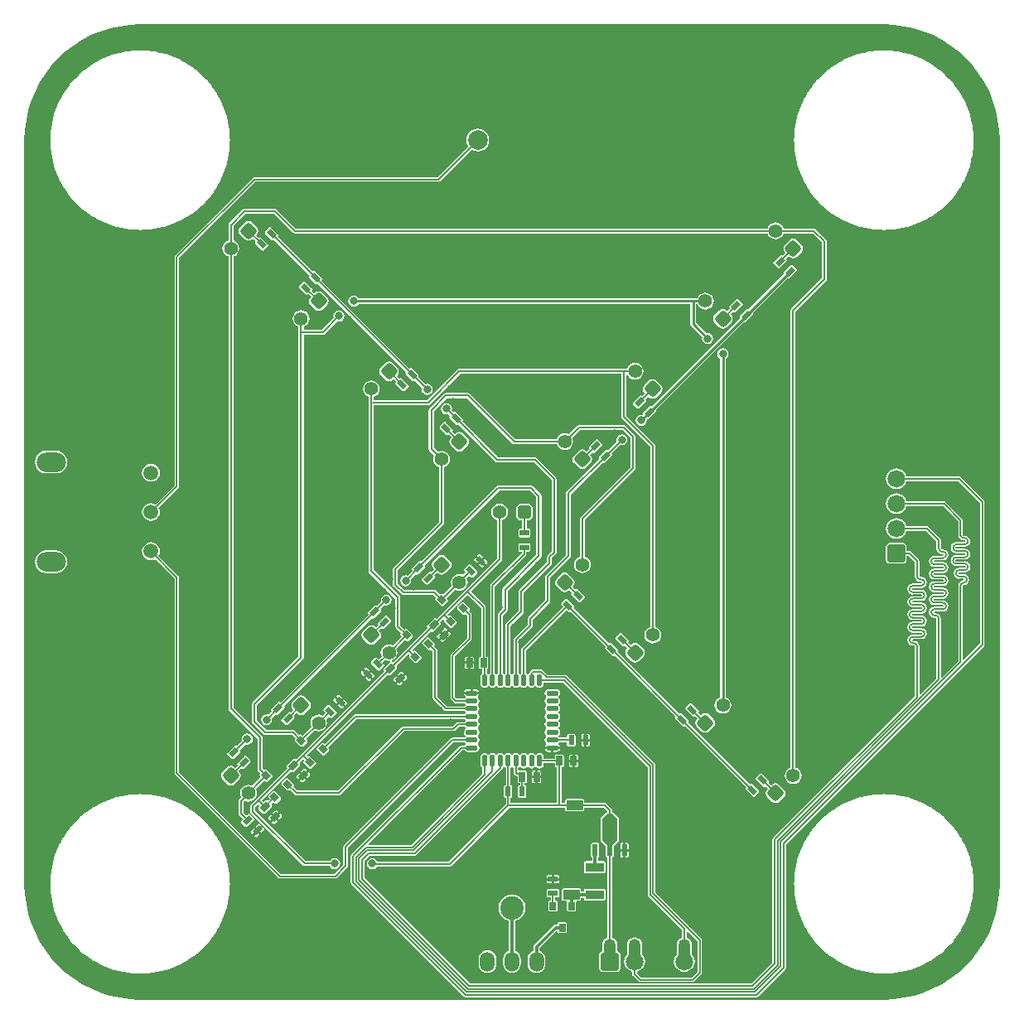
<source format=gbr>
%TF.GenerationSoftware,Altium Limited,Altium Designer,20.1.8 (145)*%
G04 Layer_Physical_Order=2*
G04 Layer_Color=16729670*
%FSLAX45Y45*%
%MOMM*%
%TF.SameCoordinates,5961E689-EF10-4C47-967A-3E799B42680D*%
%TF.FilePolarity,Positive*%
%TF.FileFunction,Copper,L2,Bot,Signal*%
%TF.Part,Single*%
G01*
G75*
%TA.AperFunction,SMDPad,CuDef*%
G04:AMPARAMS|DCode=10|XSize=1.25mm|YSize=3mm|CornerRadius=0.625mm|HoleSize=0mm|Usage=FLASHONLY|Rotation=0.000|XOffset=0mm|YOffset=0mm|HoleType=Round|Shape=RoundedRectangle|*
%AMROUNDEDRECTD10*
21,1,1.25000,1.75000,0,0,0.0*
21,1,0.00000,3.00000,0,0,0.0*
1,1,1.25000,0.00000,-0.87500*
1,1,1.25000,0.00000,-0.87500*
1,1,1.25000,0.00000,0.87500*
1,1,1.25000,0.00000,0.87500*
%
%ADD10ROUNDEDRECTD10*%
%TA.AperFunction,Conductor*%
%ADD11C,0.20320*%
%ADD12C,0.25400*%
%TA.AperFunction,ComponentPad*%
%ADD13O,3.00000X2.00000*%
%ADD14C,1.50000*%
G04:AMPARAMS|DCode=15|XSize=1.8mm|YSize=1.8mm|CornerRadius=0.9mm|HoleSize=0mm|Usage=FLASHONLY|Rotation=90.000|XOffset=0mm|YOffset=0mm|HoleType=Round|Shape=RoundedRectangle|*
%AMROUNDEDRECTD15*
21,1,1.80000,0.00000,0,0,90.0*
21,1,0.00000,1.80000,0,0,90.0*
1,1,1.80000,0.00000,0.00000*
1,1,1.80000,0.00000,0.00000*
1,1,1.80000,0.00000,0.00000*
1,1,1.80000,0.00000,0.00000*
%
%ADD15ROUNDEDRECTD15*%
G04:AMPARAMS|DCode=16|XSize=1.8mm|YSize=1.8mm|CornerRadius=0.18mm|HoleSize=0mm|Usage=FLASHONLY|Rotation=90.000|XOffset=0mm|YOffset=0mm|HoleType=Round|Shape=RoundedRectangle|*
%AMROUNDEDRECTD16*
21,1,1.80000,1.44000,0,0,90.0*
21,1,1.44000,1.80000,0,0,90.0*
1,1,0.36000,0.72000,0.72000*
1,1,0.36000,0.72000,-0.72000*
1,1,0.36000,-0.72000,-0.72000*
1,1,0.36000,-0.72000,0.72000*
%
%ADD16ROUNDEDRECTD16*%
%TA.AperFunction,ViaPad*%
%ADD17C,5.00000*%
%TA.AperFunction,ComponentPad*%
G04:AMPARAMS|DCode=18|XSize=1.5mm|YSize=2mm|CornerRadius=0.75mm|HoleSize=0mm|Usage=FLASHONLY|Rotation=180.000|XOffset=0mm|YOffset=0mm|HoleType=Round|Shape=RoundedRectangle|*
%AMROUNDEDRECTD18*
21,1,1.50000,0.50000,0,0,180.0*
21,1,0.00000,2.00000,0,0,180.0*
1,1,1.50000,0.00000,0.25000*
1,1,1.50000,0.00000,0.25000*
1,1,1.50000,0.00000,-0.25000*
1,1,1.50000,0.00000,-0.25000*
%
%ADD18ROUNDEDRECTD18*%
G04:AMPARAMS|DCode=19|XSize=1.8mm|YSize=1.8mm|CornerRadius=0.18mm|HoleSize=0mm|Usage=FLASHONLY|Rotation=0.000|XOffset=0mm|YOffset=0mm|HoleType=Round|Shape=RoundedRectangle|*
%AMROUNDEDRECTD19*
21,1,1.80000,1.44000,0,0,0.0*
21,1,1.44000,1.80000,0,0,0.0*
1,1,0.36000,0.72000,-0.72000*
1,1,0.36000,-0.72000,-0.72000*
1,1,0.36000,-0.72000,0.72000*
1,1,0.36000,0.72000,0.72000*
%
%ADD19ROUNDEDRECTD19*%
G04:AMPARAMS|DCode=20|XSize=1.8mm|YSize=1.8mm|CornerRadius=0.9mm|HoleSize=0mm|Usage=FLASHONLY|Rotation=0.000|XOffset=0mm|YOffset=0mm|HoleType=Round|Shape=RoundedRectangle|*
%AMROUNDEDRECTD20*
21,1,1.80000,0.00000,0,0,0.0*
21,1,0.00000,1.80000,0,0,0.0*
1,1,1.80000,0.00000,0.00000*
1,1,1.80000,0.00000,0.00000*
1,1,1.80000,0.00000,0.00000*
1,1,1.80000,0.00000,0.00000*
%
%ADD20ROUNDEDRECTD20*%
%ADD21C,2.40000*%
%ADD22C,2.00000*%
%ADD23C,1.40000*%
G04:AMPARAMS|DCode=24|XSize=1.4mm|YSize=1.4mm|CornerRadius=0.35mm|HoleSize=0mm|Usage=FLASHONLY|Rotation=315.000|XOffset=0mm|YOffset=0mm|HoleType=Round|Shape=RoundedRectangle|*
%AMROUNDEDRECTD24*
21,1,1.40000,0.70000,0,0,315.0*
21,1,0.70000,1.40000,0,0,315.0*
1,1,0.70000,0.00000,-0.49498*
1,1,0.70000,-0.49498,0.00000*
1,1,0.70000,0.00000,0.49498*
1,1,0.70000,0.49498,0.00000*
%
%ADD24ROUNDEDRECTD24*%
G04:AMPARAMS|DCode=25|XSize=1.4mm|YSize=1.4mm|CornerRadius=0.35mm|HoleSize=0mm|Usage=FLASHONLY|Rotation=90.000|XOffset=0mm|YOffset=0mm|HoleType=Round|Shape=RoundedRectangle|*
%AMROUNDEDRECTD25*
21,1,1.40000,0.70000,0,0,90.0*
21,1,0.70000,1.40000,0,0,90.0*
1,1,0.70000,0.35000,0.35000*
1,1,0.70000,0.35000,-0.35000*
1,1,0.70000,-0.35000,-0.35000*
1,1,0.70000,-0.35000,0.35000*
%
%ADD25ROUNDEDRECTD25*%
G04:AMPARAMS|DCode=26|XSize=1.4mm|YSize=1.4mm|CornerRadius=0.35mm|HoleSize=0mm|Usage=FLASHONLY|Rotation=45.000|XOffset=0mm|YOffset=0mm|HoleType=Round|Shape=RoundedRectangle|*
%AMROUNDEDRECTD26*
21,1,1.40000,0.70000,0,0,45.0*
21,1,0.70000,1.40000,0,0,45.0*
1,1,0.70000,0.49498,0.00000*
1,1,0.70000,0.00000,-0.49498*
1,1,0.70000,-0.49498,0.00000*
1,1,0.70000,0.00000,0.49498*
%
%ADD26ROUNDEDRECTD26*%
%TA.AperFunction,ViaPad*%
%ADD27C,0.80000*%
%TA.AperFunction,Conductor*%
%ADD28C,0.15240*%
%TA.AperFunction,SMDPad,CuDef*%
G04:AMPARAMS|DCode=29|XSize=0.95mm|YSize=0.6mm|CornerRadius=0.003mm|HoleSize=0mm|Usage=FLASHONLY|Rotation=270.000|XOffset=0mm|YOffset=0mm|HoleType=Round|Shape=RoundedRectangle|*
%AMROUNDEDRECTD29*
21,1,0.95000,0.59400,0,0,270.0*
21,1,0.94400,0.60000,0,0,270.0*
1,1,0.00600,-0.29700,-0.47200*
1,1,0.00600,-0.29700,0.47200*
1,1,0.00600,0.29700,0.47200*
1,1,0.00600,0.29700,-0.47200*
%
%ADD29ROUNDEDRECTD29*%
%ADD30O,0.50000X1.25000*%
%ADD31O,1.25000X0.50000*%
G04:AMPARAMS|DCode=32|XSize=0.95mm|YSize=0.55mm|CornerRadius=0.00275mm|HoleSize=0mm|Usage=FLASHONLY|Rotation=90.000|XOffset=0mm|YOffset=0mm|HoleType=Round|Shape=RoundedRectangle|*
%AMROUNDEDRECTD32*
21,1,0.95000,0.54450,0,0,90.0*
21,1,0.94450,0.55000,0,0,90.0*
1,1,0.00550,0.27225,0.47225*
1,1,0.00550,0.27225,-0.47225*
1,1,0.00550,-0.27225,-0.47225*
1,1,0.00550,-0.27225,0.47225*
%
%ADD32ROUNDEDRECTD32*%
G04:AMPARAMS|DCode=33|XSize=1.9mm|YSize=0.9mm|CornerRadius=0.0045mm|HoleSize=0mm|Usage=FLASHONLY|Rotation=0.000|XOffset=0mm|YOffset=0mm|HoleType=Round|Shape=RoundedRectangle|*
%AMROUNDEDRECTD33*
21,1,1.90000,0.89100,0,0,0.0*
21,1,1.89100,0.90000,0,0,0.0*
1,1,0.00900,0.94550,-0.44550*
1,1,0.00900,-0.94550,-0.44550*
1,1,0.00900,-0.94550,0.44550*
1,1,0.00900,0.94550,0.44550*
%
%ADD33ROUNDEDRECTD33*%
G04:AMPARAMS|DCode=34|XSize=1.65mm|YSize=0.95mm|CornerRadius=0.00475mm|HoleSize=0mm|Usage=FLASHONLY|Rotation=180.000|XOffset=0mm|YOffset=0mm|HoleType=Round|Shape=RoundedRectangle|*
%AMROUNDEDRECTD34*
21,1,1.65000,0.94050,0,0,180.0*
21,1,1.64050,0.95000,0,0,180.0*
1,1,0.00950,-0.82025,0.47025*
1,1,0.00950,0.82025,0.47025*
1,1,0.00950,0.82025,-0.47025*
1,1,0.00950,-0.82025,-0.47025*
%
%ADD34ROUNDEDRECTD34*%
G04:AMPARAMS|DCode=35|XSize=0.5mm|YSize=1.2mm|CornerRadius=0.0025mm|HoleSize=0mm|Usage=FLASHONLY|Rotation=0.000|XOffset=0mm|YOffset=0mm|HoleType=Round|Shape=RoundedRectangle|*
%AMROUNDEDRECTD35*
21,1,0.50000,1.19500,0,0,0.0*
21,1,0.49500,1.20000,0,0,0.0*
1,1,0.00500,0.24750,-0.59750*
1,1,0.00500,-0.24750,-0.59750*
1,1,0.00500,-0.24750,0.59750*
1,1,0.00500,0.24750,0.59750*
%
%ADD35ROUNDEDRECTD35*%
G04:AMPARAMS|DCode=36|XSize=0.6mm|YSize=0.8mm|CornerRadius=0.003mm|HoleSize=0mm|Usage=FLASHONLY|Rotation=180.000|XOffset=0mm|YOffset=0mm|HoleType=Round|Shape=RoundedRectangle|*
%AMROUNDEDRECTD36*
21,1,0.60000,0.79400,0,0,180.0*
21,1,0.59400,0.80000,0,0,180.0*
1,1,0.00600,-0.29700,0.39700*
1,1,0.00600,0.29700,0.39700*
1,1,0.00600,0.29700,-0.39700*
1,1,0.00600,-0.29700,-0.39700*
%
%ADD36ROUNDEDRECTD36*%
G04:AMPARAMS|DCode=37|XSize=0.6mm|YSize=0.8mm|CornerRadius=0.003mm|HoleSize=0mm|Usage=FLASHONLY|Rotation=45.000|XOffset=0mm|YOffset=0mm|HoleType=Round|Shape=RoundedRectangle|*
%AMROUNDEDRECTD37*
21,1,0.60000,0.79400,0,0,45.0*
21,1,0.59400,0.80000,0,0,45.0*
1,1,0.00600,0.49073,-0.07071*
1,1,0.00600,0.07071,-0.49073*
1,1,0.00600,-0.49073,0.07071*
1,1,0.00600,-0.07071,0.49073*
%
%ADD37ROUNDEDRECTD37*%
G04:AMPARAMS|DCode=38|XSize=0.95mm|YSize=0.55mm|CornerRadius=0.00275mm|HoleSize=0mm|Usage=FLASHONLY|Rotation=135.000|XOffset=0mm|YOffset=0mm|HoleType=Round|Shape=RoundedRectangle|*
%AMROUNDEDRECTD38*
21,1,0.95000,0.54450,0,0,135.0*
21,1,0.94450,0.55000,0,0,135.0*
1,1,0.00550,-0.14142,0.52644*
1,1,0.00550,0.52644,-0.14142*
1,1,0.00550,0.14142,-0.52644*
1,1,0.00550,-0.52644,0.14142*
%
%ADD38ROUNDEDRECTD38*%
G04:AMPARAMS|DCode=39|XSize=0.95mm|YSize=0.55mm|CornerRadius=0.00275mm|HoleSize=0mm|Usage=FLASHONLY|Rotation=45.000|XOffset=0mm|YOffset=0mm|HoleType=Round|Shape=RoundedRectangle|*
%AMROUNDEDRECTD39*
21,1,0.95000,0.54450,0,0,45.0*
21,1,0.94450,0.55000,0,0,45.0*
1,1,0.00550,0.52644,0.14142*
1,1,0.00550,-0.14142,-0.52644*
1,1,0.00550,-0.52644,-0.14142*
1,1,0.00550,0.14142,0.52644*
%
%ADD39ROUNDEDRECTD39*%
G04:AMPARAMS|DCode=40|XSize=0.95mm|YSize=0.55mm|CornerRadius=0.00275mm|HoleSize=0mm|Usage=FLASHONLY|Rotation=0.000|XOffset=0mm|YOffset=0mm|HoleType=Round|Shape=RoundedRectangle|*
%AMROUNDEDRECTD40*
21,1,0.95000,0.54450,0,0,0.0*
21,1,0.94450,0.55000,0,0,0.0*
1,1,0.00550,0.47225,-0.27225*
1,1,0.00550,-0.47225,-0.27225*
1,1,0.00550,-0.47225,0.27225*
1,1,0.00550,0.47225,0.27225*
%
%ADD40ROUNDEDRECTD40*%
G04:AMPARAMS|DCode=41|XSize=0.95mm|YSize=0.6mm|CornerRadius=0.003mm|HoleSize=0mm|Usage=FLASHONLY|Rotation=45.000|XOffset=0mm|YOffset=0mm|HoleType=Round|Shape=RoundedRectangle|*
%AMROUNDEDRECTD41*
21,1,0.95000,0.59400,0,0,45.0*
21,1,0.94400,0.60000,0,0,45.0*
1,1,0.00600,0.54377,0.12374*
1,1,0.00600,-0.12374,-0.54377*
1,1,0.00600,-0.54377,-0.12374*
1,1,0.00600,0.12374,0.54377*
%
%ADD41ROUNDEDRECTD41*%
%TA.AperFunction,Conductor*%
%ADD42C,0.30480*%
G36*
X3903135Y4978843D02*
X4005486Y4965369D01*
X4106272Y4943025D01*
X4204728Y4911982D01*
X4300104Y4872476D01*
X4391673Y4824808D01*
X4478740Y4769340D01*
X4560640Y4706496D01*
X4636752Y4636752D01*
X4706496Y4560640D01*
X4769340Y4478740D01*
X4824808Y4391673D01*
X4872476Y4300104D01*
X4911982Y4204728D01*
X4943025Y4106272D01*
X4965369Y4005486D01*
X4978843Y3903135D01*
X4982794Y3812644D01*
X4983166Y3800000D01*
X4983166Y3800000D01*
X4983167Y3787472D01*
X4983165Y-3800000D01*
X4983313Y-3800749D01*
X4978843Y-3903135D01*
X4965369Y-4005486D01*
X4943025Y-4106272D01*
X4911982Y-4204728D01*
X4872476Y-4300104D01*
X4824808Y-4391673D01*
X4769340Y-4478740D01*
X4706496Y-4560640D01*
X4636752Y-4636752D01*
X4560640Y-4706496D01*
X4478740Y-4769340D01*
X4391673Y-4824808D01*
X4300104Y-4872476D01*
X4204728Y-4911982D01*
X4106272Y-4943025D01*
X4005486Y-4965369D01*
X3903135Y-4978843D01*
X3800740Y-4983314D01*
X3800000Y-4983167D01*
X-3787309Y-4983167D01*
X-3800000Y-4983166D01*
X-3812548Y-4982798D01*
X-3903135Y-4978843D01*
X-4005486Y-4965369D01*
X-4106272Y-4943025D01*
X-4204728Y-4911982D01*
X-4300104Y-4872476D01*
X-4391673Y-4824808D01*
X-4478740Y-4769340D01*
X-4560640Y-4706496D01*
X-4636752Y-4636752D01*
X-4706496Y-4560640D01*
X-4769340Y-4478740D01*
X-4824808Y-4391673D01*
X-4872476Y-4300104D01*
X-4911982Y-4204728D01*
X-4943025Y-4106272D01*
X-4965369Y-4005486D01*
X-4978843Y-3903135D01*
X-4982798Y-3812548D01*
X-4983166Y-3800000D01*
X-4983167D01*
X-4983169Y-3799990D01*
X-4983166Y3800000D01*
X-4983314Y3800741D01*
X-4978843Y3903135D01*
X-4965369Y4005486D01*
X-4943025Y4106272D01*
X-4911982Y4204728D01*
X-4872476Y4300104D01*
X-4824808Y4391673D01*
X-4769340Y4478740D01*
X-4706496Y4560640D01*
X-4636752Y4636752D01*
X-4560640Y4706496D01*
X-4478740Y4769340D01*
X-4391673Y4824808D01*
X-4300104Y4872476D01*
X-4204728Y4911982D01*
X-4106272Y4943025D01*
X-4005486Y4965369D01*
X-3903135Y4978843D01*
X-3800743Y4983314D01*
X-3800000Y4983166D01*
X3800000Y4983167D01*
X3800740Y4983314D01*
X3903135Y4978843D01*
D02*
G37*
%LPC*%
G36*
X3800000Y4717615D02*
X3777209Y4716496D01*
X3755786D01*
X3754991Y4716167D01*
X3754169Y4716416D01*
X3732850Y4714316D01*
X3710058Y4713197D01*
X3687486Y4709849D01*
X3666166Y4707749D01*
X3665408Y4707344D01*
X3664565Y4707511D01*
X3643555Y4703332D01*
X3620982Y4699984D01*
X3598844Y4694438D01*
X3577836Y4690260D01*
X3577121Y4689782D01*
X3576266Y4689866D01*
X3555765Y4683648D01*
X3533630Y4678103D01*
X3512147Y4670416D01*
X3491645Y4664197D01*
X3490980Y4663652D01*
X3490121D01*
X3470332Y4655455D01*
X3448844Y4647766D01*
X3428211Y4638008D01*
X3408424Y4629811D01*
X3407816Y4629204D01*
X3406960Y4629120D01*
X3388068Y4619021D01*
X3367439Y4609265D01*
X3347867Y4597534D01*
X3328974Y4587435D01*
X3328428Y4586770D01*
X3327585Y4586602D01*
X3309771Y4574700D01*
X3290200Y4562969D01*
X3271874Y4549378D01*
X3254059Y4537474D01*
X3253582Y4536759D01*
X3252759Y4536510D01*
X3236199Y4522919D01*
X3217871Y4509326D01*
X3200962Y4494001D01*
X3184403Y4480411D01*
X3183998Y4479653D01*
X3183204Y4479325D01*
X3168056Y4464176D01*
X3151148Y4448852D01*
X3135822Y4431943D01*
X3120675Y4416796D01*
X3120347Y4416002D01*
X3119588Y4415597D01*
X3105998Y4399037D01*
X3090674Y4382129D01*
X3077081Y4363802D01*
X3063490Y4347241D01*
X3063241Y4346418D01*
X3062525Y4345941D01*
X3050622Y4328125D01*
X3037031Y4309800D01*
X3025301Y4290230D01*
X3013397Y4272415D01*
X3013230Y4271572D01*
X3012565Y4271026D01*
X3002465Y4252131D01*
X2990735Y4232561D01*
X2980979Y4211934D01*
X2970880Y4193039D01*
X2970796Y4192184D01*
X2970188Y4191576D01*
X2961991Y4171786D01*
X2952234Y4151156D01*
X2944546Y4129671D01*
X2936348Y4109879D01*
Y4109019D01*
X2935803Y4108355D01*
X2929584Y4087854D01*
X2921897Y4066370D01*
X2916353Y4044237D01*
X2910133Y4023734D01*
X2910218Y4022878D01*
X2909740Y4022164D01*
X2905561Y4001152D01*
X2900016Y3979018D01*
X2896669Y3956449D01*
X2892488Y3935435D01*
X2892656Y3934592D01*
X2892251Y3933833D01*
X2890151Y3912512D01*
X2886803Y3889942D01*
X2885684Y3867151D01*
X2883584Y3845831D01*
X2883833Y3845008D01*
X2883504Y3844214D01*
Y3822791D01*
X2882385Y3800000D01*
X2883504Y3777209D01*
Y3755786D01*
X2883833Y3754991D01*
X2883584Y3754169D01*
X2885684Y3732848D01*
X2886803Y3710058D01*
X2890151Y3687489D01*
X2892251Y3666166D01*
X2892656Y3665408D01*
X2892488Y3664565D01*
X2896669Y3643550D01*
X2900016Y3620982D01*
X2905560Y3598849D01*
X2909740Y3577836D01*
X2910218Y3577121D01*
X2910133Y3576266D01*
X2916354Y3555760D01*
X2921897Y3533630D01*
X2929582Y3512151D01*
X2935803Y3491645D01*
X2936348Y3490980D01*
Y3490121D01*
X2944547Y3470327D01*
X2952234Y3448844D01*
X2961990Y3428215D01*
X2970188Y3408424D01*
X2970796Y3407816D01*
X2970880Y3406960D01*
X2980981Y3388064D01*
X2990735Y3367439D01*
X3002464Y3347871D01*
X3012565Y3328974D01*
X3013230Y3328428D01*
X3013397Y3327585D01*
X3025303Y3309767D01*
X3037031Y3290200D01*
X3050620Y3271878D01*
X3062525Y3254059D01*
X3063241Y3253582D01*
X3063490Y3252759D01*
X3077083Y3236195D01*
X3090674Y3217871D01*
X3105996Y3200965D01*
X3119588Y3184403D01*
X3120346Y3183998D01*
X3120675Y3183204D01*
X3135826Y3168053D01*
X3151148Y3151148D01*
X3168054Y3135825D01*
X3183204Y3120675D01*
X3183998Y3120347D01*
X3184403Y3119588D01*
X3200965Y3105996D01*
X3217871Y3090674D01*
X3236195Y3077083D01*
X3252759Y3063490D01*
X3253582Y3063241D01*
X3254059Y3062525D01*
X3271878Y3050620D01*
X3290200Y3037031D01*
X3309767Y3025303D01*
X3327585Y3013397D01*
X3328428Y3013230D01*
X3328974Y3012565D01*
X3347871Y3002464D01*
X3367439Y2990735D01*
X3388064Y2980981D01*
X3406960Y2970880D01*
X3407816Y2970796D01*
X3408424Y2970188D01*
X3428215Y2961990D01*
X3448844Y2952234D01*
X3470327Y2944547D01*
X3490121Y2936348D01*
X3490981D01*
X3491645Y2935803D01*
X3512148Y2929583D01*
X3533630Y2921897D01*
X3555761Y2916353D01*
X3576266Y2910133D01*
X3577121Y2910218D01*
X3577836Y2909740D01*
X3598849Y2905560D01*
X3620982Y2900016D01*
X3643550Y2896669D01*
X3664565Y2892488D01*
X3665408Y2892656D01*
X3666166Y2892251D01*
X3687489Y2890151D01*
X3710058Y2886803D01*
X3732849Y2885684D01*
X3754169Y2883584D01*
X3754991Y2883833D01*
X3755786Y2883504D01*
X3777209D01*
X3800000Y2882385D01*
X3822791Y2883504D01*
X3844214D01*
X3845008Y2883833D01*
X3845831Y2883584D01*
X3867151Y2885684D01*
X3889942Y2886803D01*
X3912512Y2890151D01*
X3933833Y2892251D01*
X3934592Y2892656D01*
X3935435Y2892488D01*
X3956449Y2896669D01*
X3979018Y2900016D01*
X4001152Y2905561D01*
X4022164Y2909740D01*
X4022878Y2910218D01*
X4023734Y2910133D01*
X4044238Y2916353D01*
X4066370Y2921897D01*
X4087850Y2929583D01*
X4108355Y2935803D01*
X4109019Y2936348D01*
X4109879D01*
X4129671Y2944546D01*
X4151156Y2952234D01*
X4171786Y2961991D01*
X4191576Y2970188D01*
X4192184Y2970796D01*
X4193039Y2970880D01*
X4211934Y2980979D01*
X4232561Y2990735D01*
X4252131Y3002465D01*
X4271026Y3012565D01*
X4271572Y3013230D01*
X4272415Y3013397D01*
X4290230Y3025301D01*
X4309800Y3037031D01*
X4328125Y3050622D01*
X4345941Y3062525D01*
X4346418Y3063241D01*
X4347241Y3063490D01*
X4363802Y3077081D01*
X4382129Y3090674D01*
X4399037Y3105998D01*
X4415597Y3119588D01*
X4416002Y3120346D01*
X4416796Y3120675D01*
X4431944Y3135824D01*
X4448852Y3151148D01*
X4464178Y3168057D01*
X4479324Y3183204D01*
X4479653Y3183998D01*
X4480411Y3184403D01*
X4494001Y3200962D01*
X4509326Y3217871D01*
X4522919Y3236199D01*
X4536510Y3252759D01*
X4536759Y3253582D01*
X4537474Y3254059D01*
X4549378Y3271874D01*
X4562969Y3290200D01*
X4574700Y3309771D01*
X4586602Y3327585D01*
X4586770Y3328428D01*
X4587435Y3328974D01*
X4597534Y3347867D01*
X4609265Y3367439D01*
X4619021Y3388068D01*
X4629120Y3406960D01*
X4629204Y3407816D01*
X4629811Y3408424D01*
X4638008Y3428211D01*
X4647766Y3448844D01*
X4655455Y3470332D01*
X4663652Y3490121D01*
Y3490981D01*
X4664197Y3491645D01*
X4670415Y3512143D01*
X4678103Y3533630D01*
X4683648Y3555766D01*
X4689866Y3576266D01*
X4689782Y3577121D01*
X4690260Y3577836D01*
X4694438Y3598844D01*
X4699984Y3620982D01*
X4703332Y3643555D01*
X4707511Y3664565D01*
X4707344Y3665408D01*
X4707749Y3666166D01*
X4709849Y3687485D01*
X4713197Y3710058D01*
X4714316Y3732850D01*
X4716416Y3754169D01*
X4716167Y3754991D01*
X4716496Y3755786D01*
Y3777209D01*
X4717615Y3800000D01*
X4716496Y3822791D01*
Y3844214D01*
X4716167Y3845008D01*
X4716416Y3845831D01*
X4714316Y3867150D01*
X4713197Y3889942D01*
X4709849Y3912515D01*
X4707749Y3933834D01*
X4707344Y3934592D01*
X4707511Y3935435D01*
X4703332Y3956444D01*
X4699984Y3979018D01*
X4694438Y4001157D01*
X4690260Y4022164D01*
X4689782Y4022878D01*
X4689866Y4023734D01*
X4683648Y4044233D01*
X4678103Y4066370D01*
X4670416Y4087855D01*
X4664197Y4108355D01*
X4663652Y4109019D01*
Y4109879D01*
X4655456Y4129666D01*
X4647766Y4151156D01*
X4638007Y4171791D01*
X4629811Y4191576D01*
X4629204Y4192184D01*
X4629120Y4193039D01*
X4619023Y4211930D01*
X4609265Y4232561D01*
X4597532Y4252135D01*
X4587435Y4271026D01*
X4586770Y4271572D01*
X4586602Y4272415D01*
X4574701Y4290226D01*
X4562969Y4309800D01*
X4549376Y4328128D01*
X4537474Y4345941D01*
X4536759Y4346418D01*
X4536510Y4347241D01*
X4522921Y4363799D01*
X4509326Y4382129D01*
X4493999Y4399040D01*
X4480411Y4415597D01*
X4479653Y4416002D01*
X4479325Y4416796D01*
X4464179Y4431942D01*
X4448852Y4448852D01*
X4431940Y4464180D01*
X4416796Y4479324D01*
X4416002Y4479653D01*
X4415597Y4480411D01*
X4399040Y4493999D01*
X4382129Y4509326D01*
X4363799Y4522921D01*
X4347241Y4536510D01*
X4346418Y4536759D01*
X4345941Y4537474D01*
X4328128Y4549376D01*
X4309800Y4562969D01*
X4290226Y4574701D01*
X4272415Y4586602D01*
X4271572Y4586770D01*
X4271026Y4587435D01*
X4252135Y4597532D01*
X4232561Y4609265D01*
X4211930Y4619023D01*
X4193039Y4629120D01*
X4192184Y4629204D01*
X4191576Y4629811D01*
X4171791Y4638007D01*
X4151156Y4647766D01*
X4129666Y4655456D01*
X4109879Y4663652D01*
X4109019D01*
X4108355Y4664197D01*
X4087858Y4670414D01*
X4066370Y4678103D01*
X4044232Y4683648D01*
X4023734Y4689866D01*
X4022878Y4689782D01*
X4022164Y4690260D01*
X4001157Y4694438D01*
X3979018Y4699984D01*
X3956444Y4703332D01*
X3935435Y4707511D01*
X3934592Y4707344D01*
X3933833Y4707749D01*
X3912515Y4709848D01*
X3889942Y4713197D01*
X3867150Y4714316D01*
X3845831Y4716416D01*
X3845008Y4716167D01*
X3844214Y4716496D01*
X3822791D01*
X3800000Y4717615D01*
D02*
G37*
G36*
X-3800000D02*
X-3822791Y4716496D01*
X-3844214D01*
X-3845009Y4716167D01*
X-3845831Y4716416D01*
X-3867151Y4714316D01*
X-3889942Y4713197D01*
X-3912514Y4709849D01*
X-3933834Y4707749D01*
X-3934592Y4707344D01*
X-3935435Y4707511D01*
X-3956445Y4703332D01*
X-3979018Y4699984D01*
X-4001156Y4694438D01*
X-4022164Y4690260D01*
X-4022879Y4689782D01*
X-4023734Y4689866D01*
X-4044235Y4683648D01*
X-4066370Y4678103D01*
X-4087853Y4670416D01*
X-4108355Y4664197D01*
X-4109020Y4663652D01*
X-4109879D01*
X-4129668Y4655455D01*
X-4151156Y4647766D01*
X-4171789Y4638008D01*
X-4191576Y4629811D01*
X-4192184Y4629204D01*
X-4193040Y4629120D01*
X-4211932Y4619021D01*
X-4232561Y4609265D01*
X-4252133Y4597534D01*
X-4271027Y4587435D01*
X-4271572Y4586770D01*
X-4272415Y4586602D01*
X-4290229Y4574700D01*
X-4309800Y4562969D01*
X-4328126Y4549378D01*
X-4345941Y4537474D01*
X-4346419Y4536759D01*
X-4347241Y4536510D01*
X-4363801Y4522919D01*
X-4382129Y4509326D01*
X-4399038Y4494001D01*
X-4415597Y4480411D01*
X-4416002Y4479653D01*
X-4416796Y4479325D01*
X-4431944Y4464176D01*
X-4448852Y4448852D01*
X-4464178Y4431943D01*
X-4479325Y4416796D01*
X-4479653Y4416002D01*
X-4480412Y4415597D01*
X-4494002Y4399037D01*
X-4509326Y4382129D01*
X-4522919Y4363802D01*
X-4536510Y4347241D01*
X-4536760Y4346418D01*
X-4537475Y4345941D01*
X-4549379Y4328125D01*
X-4562969Y4309800D01*
X-4574699Y4290230D01*
X-4586603Y4272415D01*
X-4586770Y4271572D01*
X-4587435Y4271026D01*
X-4597535Y4252131D01*
X-4609265Y4232561D01*
X-4619021Y4211934D01*
X-4629120Y4193039D01*
X-4629204Y4192184D01*
X-4629812Y4191576D01*
X-4638009Y4171786D01*
X-4647766Y4151156D01*
X-4655454Y4129671D01*
X-4663652Y4109879D01*
Y4109019D01*
X-4664197Y4108355D01*
X-4670416Y4087854D01*
X-4678103Y4066370D01*
X-4683647Y4044237D01*
X-4689867Y4023734D01*
X-4689782Y4022878D01*
X-4690260Y4022164D01*
X-4694439Y4001152D01*
X-4699984Y3979018D01*
X-4703331Y3956449D01*
X-4707512Y3935435D01*
X-4707344Y3934592D01*
X-4707749Y3933833D01*
X-4709849Y3912512D01*
X-4713197Y3889942D01*
X-4714316Y3867151D01*
X-4716416Y3845831D01*
X-4716167Y3845008D01*
X-4716496Y3844214D01*
Y3822791D01*
X-4717615Y3800000D01*
X-4716496Y3777209D01*
Y3755786D01*
X-4716167Y3754991D01*
X-4716416Y3754169D01*
X-4714316Y3732848D01*
X-4713197Y3710058D01*
X-4709849Y3687489D01*
X-4707749Y3666166D01*
X-4707344Y3665408D01*
X-4707512Y3664565D01*
X-4703331Y3643550D01*
X-4699984Y3620982D01*
X-4694440Y3598849D01*
X-4690260Y3577836D01*
X-4689782Y3577121D01*
X-4689867Y3576266D01*
X-4683646Y3555760D01*
X-4678103Y3533630D01*
X-4670418Y3512151D01*
X-4664197Y3491645D01*
X-4663652Y3490980D01*
Y3490121D01*
X-4655453Y3470327D01*
X-4647766Y3448844D01*
X-4638010Y3428215D01*
X-4629812Y3408424D01*
X-4629204Y3407816D01*
X-4629120Y3406960D01*
X-4619019Y3388064D01*
X-4609265Y3367439D01*
X-4597536Y3347871D01*
X-4587435Y3328974D01*
X-4586770Y3328428D01*
X-4586603Y3327585D01*
X-4574697Y3309767D01*
X-4562969Y3290200D01*
X-4549380Y3271878D01*
X-4537475Y3254059D01*
X-4536760Y3253582D01*
X-4536510Y3252759D01*
X-4522917Y3236195D01*
X-4509326Y3217871D01*
X-4494004Y3200965D01*
X-4480412Y3184403D01*
X-4479654Y3183998D01*
X-4479325Y3183204D01*
X-4464174Y3168053D01*
X-4448852Y3151148D01*
X-4431946Y3135825D01*
X-4416796Y3120675D01*
X-4416002Y3120347D01*
X-4415597Y3119588D01*
X-4399035Y3105996D01*
X-4382129Y3090674D01*
X-4363805Y3077083D01*
X-4347241Y3063490D01*
X-4346419Y3063241D01*
X-4345941Y3062525D01*
X-4328122Y3050620D01*
X-4309800Y3037031D01*
X-4290233Y3025303D01*
X-4272415Y3013397D01*
X-4271572Y3013230D01*
X-4271027Y3012565D01*
X-4252129Y3002464D01*
X-4232561Y2990735D01*
X-4211936Y2980981D01*
X-4193040Y2970880D01*
X-4192184Y2970796D01*
X-4191576Y2970188D01*
X-4171785Y2961990D01*
X-4151156Y2952234D01*
X-4129673Y2944547D01*
X-4109879Y2936348D01*
X-4109019D01*
X-4108355Y2935803D01*
X-4087852Y2929583D01*
X-4066370Y2921897D01*
X-4044239Y2916353D01*
X-4023734Y2910133D01*
X-4022879Y2910218D01*
X-4022164Y2909740D01*
X-4001151Y2905560D01*
X-3979018Y2900016D01*
X-3956450Y2896669D01*
X-3935435Y2892488D01*
X-3934592Y2892656D01*
X-3933834Y2892251D01*
X-3912511Y2890151D01*
X-3889942Y2886803D01*
X-3867151Y2885684D01*
X-3845831Y2883584D01*
X-3845009Y2883833D01*
X-3844214Y2883504D01*
X-3822791D01*
X-3800000Y2882385D01*
X-3777209Y2883504D01*
X-3755786D01*
X-3754992Y2883833D01*
X-3754169Y2883584D01*
X-3732849Y2885684D01*
X-3710058Y2886803D01*
X-3687488Y2890151D01*
X-3666167Y2892251D01*
X-3665408Y2892656D01*
X-3664565Y2892488D01*
X-3643551Y2896669D01*
X-3620982Y2900016D01*
X-3598848Y2905561D01*
X-3577836Y2909740D01*
X-3577122Y2910218D01*
X-3576266Y2910133D01*
X-3555762Y2916353D01*
X-3533630Y2921897D01*
X-3512150Y2929583D01*
X-3491645Y2935803D01*
X-3490981Y2936348D01*
X-3490121D01*
X-3470329Y2944546D01*
X-3448844Y2952234D01*
X-3428214Y2961991D01*
X-3408424Y2970188D01*
X-3407816Y2970796D01*
X-3406961Y2970880D01*
X-3388066Y2980979D01*
X-3367439Y2990735D01*
X-3347869Y3002465D01*
X-3328974Y3012565D01*
X-3328428Y3013230D01*
X-3327585Y3013397D01*
X-3309770Y3025301D01*
X-3290200Y3037031D01*
X-3271875Y3050622D01*
X-3254060Y3062525D01*
X-3253582Y3063241D01*
X-3252759Y3063490D01*
X-3236198Y3077081D01*
X-3217871Y3090674D01*
X-3200963Y3105998D01*
X-3184403Y3119588D01*
X-3183998Y3120346D01*
X-3183204Y3120675D01*
X-3168056Y3135824D01*
X-3151148Y3151148D01*
X-3135822Y3168057D01*
X-3120676Y3183204D01*
X-3120347Y3183998D01*
X-3119589Y3184403D01*
X-3105999Y3200962D01*
X-3090674Y3217871D01*
X-3077081Y3236199D01*
X-3063490Y3252759D01*
X-3063241Y3253582D01*
X-3062526Y3254059D01*
X-3050622Y3271874D01*
X-3037031Y3290200D01*
X-3025300Y3309771D01*
X-3013398Y3327585D01*
X-3013230Y3328428D01*
X-3012565Y3328974D01*
X-3002466Y3347867D01*
X-2990735Y3367439D01*
X-2980979Y3388068D01*
X-2970881Y3406960D01*
X-2970796Y3407816D01*
X-2970189Y3408424D01*
X-2961992Y3428211D01*
X-2952234Y3448844D01*
X-2944545Y3470332D01*
X-2936348Y3490121D01*
Y3490981D01*
X-2935803Y3491645D01*
X-2929585Y3512143D01*
X-2921897Y3533630D01*
X-2916352Y3555766D01*
X-2910134Y3576266D01*
X-2910218Y3577121D01*
X-2909740Y3577836D01*
X-2905562Y3598844D01*
X-2900016Y3620982D01*
X-2896668Y3643555D01*
X-2892489Y3664565D01*
X-2892656Y3665408D01*
X-2892251Y3666166D01*
X-2890151Y3687485D01*
X-2886803Y3710058D01*
X-2885684Y3732850D01*
X-2883584Y3754169D01*
X-2883833Y3754991D01*
X-2883504Y3755786D01*
Y3777209D01*
X-2882385Y3800000D01*
X-2883504Y3822791D01*
Y3844214D01*
X-2883833Y3845008D01*
X-2883584Y3845831D01*
X-2885684Y3867150D01*
X-2886803Y3889942D01*
X-2890151Y3912515D01*
X-2892251Y3933834D01*
X-2892656Y3934592D01*
X-2892489Y3935435D01*
X-2896668Y3956444D01*
X-2900016Y3979018D01*
X-2905562Y4001157D01*
X-2909740Y4022164D01*
X-2910218Y4022878D01*
X-2910134Y4023734D01*
X-2916352Y4044233D01*
X-2921897Y4066370D01*
X-2929584Y4087855D01*
X-2935803Y4108355D01*
X-2936348Y4109019D01*
Y4109879D01*
X-2944545Y4129666D01*
X-2952234Y4151156D01*
X-2961993Y4171791D01*
X-2970189Y4191576D01*
X-2970796Y4192184D01*
X-2970881Y4193039D01*
X-2980978Y4211930D01*
X-2990735Y4232561D01*
X-3002468Y4252135D01*
X-3012565Y4271026D01*
X-3013230Y4271572D01*
X-3013398Y4272415D01*
X-3025299Y4290226D01*
X-3037031Y4309800D01*
X-3050624Y4328128D01*
X-3062526Y4345941D01*
X-3063241Y4346418D01*
X-3063490Y4347241D01*
X-3077079Y4363799D01*
X-3090674Y4382129D01*
X-3106001Y4399040D01*
X-3119589Y4415597D01*
X-3120347Y4416002D01*
X-3120675Y4416796D01*
X-3135821Y4431942D01*
X-3151148Y4448852D01*
X-3168060Y4464180D01*
X-3183204Y4479324D01*
X-3183998Y4479653D01*
X-3184403Y4480411D01*
X-3200960Y4493999D01*
X-3217871Y4509326D01*
X-3236201Y4522921D01*
X-3252759Y4536510D01*
X-3253582Y4536759D01*
X-3254060Y4537474D01*
X-3271872Y4549376D01*
X-3290200Y4562969D01*
X-3309774Y4574701D01*
X-3327585Y4586602D01*
X-3328428Y4586770D01*
X-3328974Y4587435D01*
X-3347865Y4597532D01*
X-3367439Y4609265D01*
X-3388070Y4619023D01*
X-3406961Y4629120D01*
X-3407816Y4629204D01*
X-3408424Y4629811D01*
X-3428209Y4638007D01*
X-3448844Y4647766D01*
X-3470334Y4655456D01*
X-3490121Y4663652D01*
X-3490981D01*
X-3491645Y4664197D01*
X-3512142Y4670414D01*
X-3533630Y4678103D01*
X-3555768Y4683648D01*
X-3576266Y4689866D01*
X-3577122Y4689782D01*
X-3577836Y4690260D01*
X-3598843Y4694438D01*
X-3620982Y4699984D01*
X-3643556Y4703332D01*
X-3664565Y4707511D01*
X-3665408Y4707344D01*
X-3666167Y4707749D01*
X-3687485Y4709848D01*
X-3710058Y4713197D01*
X-3732850Y4714316D01*
X-3754169Y4716416D01*
X-3754992Y4716167D01*
X-3755786Y4716496D01*
X-3777209D01*
X-3800000Y4717615D01*
D02*
G37*
G36*
X-350000Y3916234D02*
X-380084Y3912274D01*
X-408117Y3900662D01*
X-432190Y3882190D01*
X-450662Y3858117D01*
X-462274Y3830084D01*
X-466235Y3800000D01*
X-462274Y3769916D01*
X-450662Y3741883D01*
X-446502Y3736461D01*
X-761082Y3421881D01*
X-2632728D01*
X-2641648Y3420106D01*
X-2649209Y3415054D01*
X-3441649Y2622615D01*
X-3446701Y2615053D01*
X-3448475Y2606133D01*
Y274625D01*
X-3644430Y78671D01*
X-3644629Y78824D01*
X-3666581Y87917D01*
X-3690139Y91019D01*
X-3713696Y87917D01*
X-3735648Y78824D01*
X-3754498Y64360D01*
X-3768963Y45509D01*
X-3778056Y23557D01*
X-3781157Y0D01*
X-3778056Y-23557D01*
X-3768963Y-45509D01*
X-3754498Y-64360D01*
X-3735648Y-78824D01*
X-3713696Y-87917D01*
X-3690139Y-91019D01*
X-3666581Y-87917D01*
X-3644629Y-78824D01*
X-3625779Y-64360D01*
X-3611314Y-45509D01*
X-3602221Y-23557D01*
X-3599120Y0D01*
X-3602221Y23557D01*
X-3611314Y45509D01*
X-3611468Y45709D01*
X-3408687Y248490D01*
X-3403634Y256052D01*
X-3401860Y264971D01*
Y2596479D01*
X-2623074Y3375265D01*
X-751427D01*
X-742508Y3377039D01*
X-734946Y3382092D01*
X-413539Y3703499D01*
X-408117Y3699338D01*
X-380084Y3687726D01*
X-350000Y3683766D01*
X-319916Y3687726D01*
X-291883Y3699338D01*
X-267810Y3717810D01*
X-249338Y3741883D01*
X-237726Y3769916D01*
X-233766Y3800000D01*
X-237726Y3830084D01*
X-249338Y3858117D01*
X-267810Y3882190D01*
X-291883Y3900662D01*
X-319916Y3912274D01*
X-350000Y3916234D01*
D02*
G37*
G36*
X-2694077Y2974403D02*
X-2713680Y2970504D01*
X-2730298Y2959400D01*
X-2779795Y2909903D01*
X-2790899Y2893285D01*
X-2794798Y2873682D01*
X-2790899Y2854079D01*
X-2779795Y2837461D01*
X-2730298Y2787963D01*
X-2713680Y2776859D01*
X-2694077Y2772960D01*
X-2674474Y2776859D01*
X-2657856Y2787963D01*
X-2649588Y2796231D01*
X-2620433Y2767076D01*
X-2623203Y2764306D01*
X-2626632Y2759174D01*
X-2627836Y2753120D01*
X-2626632Y2747067D01*
X-2623203Y2741935D01*
X-2556417Y2675148D01*
X-2551284Y2671719D01*
X-2545231Y2670515D01*
X-2539177Y2671719D01*
X-2534045Y2675148D01*
X-2495543Y2713650D01*
X-2492114Y2718782D01*
X-2490910Y2724836D01*
X-2492114Y2730889D01*
X-2495543Y2736021D01*
X-2562330Y2802808D01*
X-2567462Y2806237D01*
X-2573515Y2807441D01*
X-2579569Y2806237D01*
X-2584701Y2802808D01*
X-2587471Y2800038D01*
X-2616626Y2829193D01*
X-2608359Y2837461D01*
X-2597254Y2854079D01*
X-2593355Y2873682D01*
X-2597254Y2893285D01*
X-2608359Y2909903D01*
X-2657856Y2959400D01*
X-2674474Y2970504D01*
X-2694077Y2974403D01*
D02*
G37*
G36*
X2873682Y2794798D02*
X2854079Y2790899D01*
X2837461Y2779795D01*
X2787963Y2730298D01*
X2776859Y2713680D01*
X2772960Y2694077D01*
X2776859Y2674474D01*
X2787963Y2657856D01*
X2796231Y2649588D01*
X2767076Y2620433D01*
X2764306Y2623203D01*
X2759174Y2626632D01*
X2753120Y2627836D01*
X2747067Y2626632D01*
X2741935Y2623203D01*
X2675148Y2556417D01*
X2671719Y2551284D01*
X2670515Y2545231D01*
X2671719Y2539177D01*
X2675148Y2534045D01*
X2713650Y2495543D01*
X2718782Y2492114D01*
X2724836Y2490910D01*
X2730889Y2492114D01*
X2736021Y2495543D01*
X2802808Y2562330D01*
X2806237Y2567462D01*
X2807441Y2573515D01*
X2806237Y2579569D01*
X2802808Y2584701D01*
X2800038Y2587471D01*
X2829193Y2616626D01*
X2837461Y2608359D01*
X2854079Y2597254D01*
X2873682Y2593355D01*
X2893285Y2597254D01*
X2909903Y2608359D01*
X2959400Y2657856D01*
X2970504Y2674474D01*
X2974403Y2694077D01*
X2970504Y2713680D01*
X2959400Y2730298D01*
X2909903Y2779795D01*
X2893285Y2790899D01*
X2873682Y2794798D01*
D02*
G37*
G36*
X2855651Y2525306D02*
X2849597Y2524101D01*
X2844465Y2520672D01*
X2777679Y2453886D01*
X2774250Y2448754D01*
X2773046Y2442700D01*
X2774250Y2436647D01*
X2776964Y2432585D01*
X2416753Y2072375D01*
X2412692Y2075089D01*
X2406638Y2076293D01*
X2400584Y2075089D01*
X2395452Y2071659D01*
X2328666Y2004873D01*
X2325237Y1999741D01*
X2324033Y1993687D01*
X2325237Y1987634D01*
X2327951Y1983572D01*
X1428925Y1084546D01*
X1424864Y1087260D01*
X1418810Y1088464D01*
X1412756Y1087260D01*
X1407624Y1083831D01*
X1340838Y1017045D01*
X1337409Y1011913D01*
X1336205Y1005859D01*
X1336853Y1002601D01*
X1331404Y994650D01*
X1327703Y991472D01*
X1321125Y992781D01*
X1299571Y988493D01*
X1281299Y976284D01*
X1269090Y958012D01*
X1264803Y936458D01*
X1269090Y914905D01*
X1281299Y896632D01*
X1299571Y884423D01*
X1321125Y880136D01*
X1342679Y884423D01*
X1360951Y896632D01*
X1373160Y914905D01*
X1377447Y936458D01*
X1376139Y943036D01*
X1379317Y946738D01*
X1387267Y952186D01*
X1390526Y951538D01*
X1396579Y952742D01*
X1401711Y956172D01*
X1468497Y1022958D01*
X1471927Y1028090D01*
X1473131Y1034143D01*
X1471927Y1040197D01*
X1469213Y1044259D01*
X2368238Y1943285D01*
X2372300Y1940571D01*
X2378354Y1939366D01*
X2384407Y1940571D01*
X2389539Y1944000D01*
X2456326Y2010786D01*
X2459755Y2015918D01*
X2460959Y2021972D01*
X2459755Y2028025D01*
X2457041Y2032087D01*
X2817251Y2392297D01*
X2821313Y2389583D01*
X2827366Y2388379D01*
X2833420Y2389583D01*
X2838552Y2393013D01*
X2905338Y2459799D01*
X2908768Y2464931D01*
X2909972Y2470985D01*
X2908768Y2477038D01*
X2905338Y2482171D01*
X2866837Y2520672D01*
X2861704Y2524101D01*
X2855651Y2525306D01*
D02*
G37*
G36*
X1975656Y2241237D02*
X1953405Y2238307D01*
X1932669Y2229718D01*
X1914863Y2216055D01*
X1901200Y2198249D01*
X1895194Y2183749D01*
X-1569044D01*
X-1576620Y2195088D01*
X-1594892Y2207297D01*
X-1616446Y2211584D01*
X-1638000Y2207297D01*
X-1656272Y2195088D01*
X-1668481Y2176815D01*
X-1672768Y2155262D01*
X-1668481Y2133708D01*
X-1656272Y2115436D01*
X-1638000Y2103227D01*
X-1616446Y2098939D01*
X-1594892Y2103227D01*
X-1576620Y2115436D01*
X-1569044Y2126774D01*
X1821445D01*
Y1921776D01*
X1821445Y1921775D01*
X1823614Y1910873D01*
X1829789Y1901631D01*
X1945187Y1786233D01*
X1942527Y1772858D01*
X1946814Y1751305D01*
X1959023Y1733032D01*
X1977296Y1720823D01*
X1998849Y1716536D01*
X2020403Y1720823D01*
X2038675Y1733032D01*
X2050884Y1751305D01*
X2055171Y1772858D01*
X2050884Y1794412D01*
X2038675Y1812684D01*
X2020403Y1824893D01*
X1998849Y1829180D01*
X1985475Y1826520D01*
X1878420Y1933575D01*
Y2126774D01*
X1895194D01*
X1901200Y2112274D01*
X1914863Y2094467D01*
X1932669Y2080805D01*
X1953405Y2072216D01*
X1975656Y2069286D01*
X1997908Y2072216D01*
X2018644Y2080805D01*
X2036450Y2094467D01*
X2050113Y2112274D01*
X2058702Y2133009D01*
X2061632Y2155261D01*
X2058702Y2177513D01*
X2050113Y2198249D01*
X2036450Y2216055D01*
X2018644Y2229718D01*
X1997908Y2238307D01*
X1975656Y2241237D01*
D02*
G37*
G36*
X-2124502Y2358428D02*
X-2130556Y2357224D01*
X-2135688Y2353795D01*
X-2174190Y2315293D01*
X-2177619Y2310161D01*
X-2178823Y2304107D01*
X-2177619Y2298054D01*
X-2174190Y2292922D01*
X-2107404Y2226136D01*
X-2102272Y2222706D01*
X-2096218Y2221502D01*
X-2090164Y2222706D01*
X-2085032Y2226136D01*
X-2082263Y2228905D01*
X-2053107Y2199750D01*
X-2061375Y2191482D01*
X-2072479Y2174864D01*
X-2076378Y2155261D01*
X-2072479Y2135659D01*
X-2061375Y2119040D01*
X-2011877Y2069543D01*
X-1995259Y2058439D01*
X-1975656Y2054540D01*
X-1956054Y2058439D01*
X-1939436Y2069543D01*
X-1889938Y2119040D01*
X-1878834Y2135659D01*
X-1874935Y2155261D01*
X-1878834Y2174864D01*
X-1889938Y2191482D01*
X-1939436Y2240980D01*
X-1956054Y2252084D01*
X-1975656Y2255983D01*
X-1995259Y2252084D01*
X-2011877Y2240980D01*
X-2020145Y2232712D01*
X-2049300Y2261867D01*
X-2046531Y2264637D01*
X-2043101Y2269769D01*
X-2041897Y2275823D01*
X-2043101Y2281877D01*
X-2046531Y2287009D01*
X-2113317Y2353795D01*
X-2118449Y2357224D01*
X-2124502Y2358428D01*
D02*
G37*
G36*
X2304107Y2178823D02*
X2298054Y2177619D01*
X2292922Y2174190D01*
X2226136Y2107404D01*
X2222706Y2102272D01*
X2221502Y2096218D01*
X2222706Y2090164D01*
X2226136Y2085032D01*
X2228905Y2082263D01*
X2199750Y2053107D01*
X2191482Y2061375D01*
X2174864Y2072479D01*
X2155261Y2076378D01*
X2135659Y2072479D01*
X2119040Y2061375D01*
X2069543Y2011877D01*
X2058439Y1995259D01*
X2054540Y1975656D01*
X2058439Y1956054D01*
X2069543Y1939436D01*
X2119040Y1889938D01*
X2135659Y1878834D01*
X2155261Y1874935D01*
X2174864Y1878834D01*
X2191482Y1889938D01*
X2240980Y1939436D01*
X2252084Y1956054D01*
X2255983Y1975656D01*
X2252084Y1995259D01*
X2240980Y2011877D01*
X2232712Y2020145D01*
X2261867Y2049300D01*
X2264637Y2046531D01*
X2269769Y2043101D01*
X2275823Y2041897D01*
X2281877Y2043101D01*
X2287009Y2046531D01*
X2353795Y2113317D01*
X2357224Y2118449D01*
X2358428Y2124502D01*
X2357224Y2130556D01*
X2353795Y2135688D01*
X2315293Y2174190D01*
X2310161Y2177619D01*
X2304107Y2178823D01*
D02*
G37*
G36*
X-2155261Y2061632D02*
X-2177513Y2058702D01*
X-2198249Y2050113D01*
X-2216055Y2036450D01*
X-2229718Y2018644D01*
X-2238307Y1997908D01*
X-2241237Y1975656D01*
X-2238307Y1953405D01*
X-2229718Y1932669D01*
X-2216055Y1914863D01*
X-2198249Y1901200D01*
X-2181159Y1894121D01*
Y1839655D01*
Y-1477364D01*
X-2649113Y-1945317D01*
X-2654726Y-1953719D01*
X-2656698Y-1963630D01*
Y-2143614D01*
X-2654726Y-2153525D01*
X-2649113Y-2161927D01*
X-2539107Y-2271932D01*
X-2530705Y-2277546D01*
X-2520795Y-2279517D01*
X-2247236D01*
X-2212850Y-2313903D01*
X-2215539Y-2316592D01*
X-2218973Y-2321732D01*
X-2220179Y-2327795D01*
X-2218973Y-2333859D01*
X-2215539Y-2338999D01*
X-2159394Y-2395144D01*
X-2154254Y-2398578D01*
X-2148191Y-2399784D01*
X-2142127Y-2398578D01*
X-2136987Y-2395144D01*
X-2094985Y-2353141D01*
X-2091550Y-2348001D01*
X-2090344Y-2341938D01*
X-2091550Y-2335874D01*
X-2094985Y-2330734D01*
X-2104744Y-2320974D01*
X-2014999Y-2231228D01*
X-1997908Y-2238307D01*
X-1975656Y-2241237D01*
X-1953405Y-2238307D01*
X-1932669Y-2229718D01*
X-1914863Y-2216055D01*
X-1901200Y-2198249D01*
X-1892611Y-2177513D01*
X-1889681Y-2155261D01*
X-1892611Y-2133009D01*
X-1899690Y-2115919D01*
X-1871037Y-2087267D01*
X-1855957Y-2102348D01*
X-1850825Y-2105777D01*
X-1844771Y-2106981D01*
X-1838717Y-2105777D01*
X-1833585Y-2102348D01*
X-1795084Y-2063846D01*
X-1791654Y-2058714D01*
X-1790450Y-2052660D01*
X-1791654Y-2046607D01*
X-1795084Y-2041475D01*
X-1861870Y-1974688D01*
X-1867002Y-1971259D01*
X-1873055Y-1970055D01*
X-1879109Y-1971259D01*
X-1884241Y-1974688D01*
X-1922743Y-2013190D01*
X-1926172Y-2018322D01*
X-1927376Y-2024376D01*
X-1926172Y-2030430D01*
X-1922743Y-2035562D01*
X-1907662Y-2050642D01*
X-1936314Y-2079295D01*
X-1953405Y-2072216D01*
X-1975656Y-2069286D01*
X-1997908Y-2072216D01*
X-2018644Y-2080805D01*
X-2036450Y-2094467D01*
X-2050113Y-2112274D01*
X-2058702Y-2133009D01*
X-2061632Y-2155261D01*
X-2058702Y-2177513D01*
X-2051623Y-2194603D01*
X-2141369Y-2284349D01*
X-2151129Y-2274590D01*
X-2156269Y-2271155D01*
X-2162333Y-2269949D01*
X-2168396Y-2271155D01*
X-2173536Y-2274590D01*
X-2176225Y-2277278D01*
X-2218196Y-2235307D01*
X-2226598Y-2229694D01*
X-2236508Y-2227722D01*
X-2510067D01*
X-2604903Y-2132887D01*
Y-1974357D01*
X-2136949Y-1506403D01*
X-2131335Y-1498001D01*
X-2129364Y-1488091D01*
Y1813757D01*
X-1932053D01*
X-1922142Y1815729D01*
X-1913740Y1821343D01*
X-1785540Y1949543D01*
X-1769110Y1946275D01*
X-1747557Y1950562D01*
X-1729284Y1962771D01*
X-1717075Y1981044D01*
X-1712788Y2002597D01*
X-1717075Y2024151D01*
X-1729284Y2042423D01*
X-1747557Y2054632D01*
X-1769110Y2058919D01*
X-1790664Y2054632D01*
X-1808936Y2042423D01*
X-1821145Y2024151D01*
X-1825432Y2002597D01*
X-1822165Y1986168D01*
X-1942780Y1865553D01*
X-2129364D01*
Y1894121D01*
X-2112274Y1901200D01*
X-2094467Y1914863D01*
X-2080805Y1932669D01*
X-2072216Y1953405D01*
X-2069286Y1975656D01*
X-2072216Y1997908D01*
X-2080805Y2018644D01*
X-2094467Y2036450D01*
X-2112274Y2050113D01*
X-2133009Y2058702D01*
X-2155261Y2061632D01*
D02*
G37*
G36*
X1257236Y1522816D02*
X1234984Y1519887D01*
X1214249Y1511298D01*
X1196442Y1497635D01*
X1182779Y1479828D01*
X1175700Y1462739D01*
X-538816D01*
X-548726Y1460767D01*
X-557128Y1455153D01*
X-869511Y1142770D01*
X-1410943D01*
Y1175700D01*
X-1393853Y1182779D01*
X-1376047Y1196442D01*
X-1362384Y1214249D01*
X-1353795Y1234984D01*
X-1350865Y1257236D01*
X-1353795Y1279488D01*
X-1362384Y1300223D01*
X-1376047Y1318030D01*
X-1393853Y1331693D01*
X-1414589Y1340282D01*
X-1436841Y1343211D01*
X-1459093Y1340282D01*
X-1479828Y1331693D01*
X-1497635Y1318030D01*
X-1511298Y1300223D01*
X-1519887Y1279488D01*
X-1522816Y1257236D01*
X-1519887Y1234984D01*
X-1511298Y1214249D01*
X-1497635Y1196442D01*
X-1479828Y1182779D01*
X-1462739Y1175700D01*
Y-604267D01*
X-1460767Y-614177D01*
X-1455153Y-622579D01*
X-1190793Y-886940D01*
Y-1169971D01*
X-1188821Y-1179882D01*
X-1183207Y-1188284D01*
X-1135219Y-1236272D01*
X-1137908Y-1238961D01*
X-1141342Y-1244101D01*
X-1142548Y-1250165D01*
X-1141342Y-1256228D01*
X-1137908Y-1261369D01*
X-1128148Y-1271128D01*
X-1217894Y-1360874D01*
X-1234984Y-1353795D01*
X-1257236Y-1350865D01*
X-1279488Y-1353795D01*
X-1300223Y-1362384D01*
X-1318030Y-1376047D01*
X-1331693Y-1393853D01*
X-1340282Y-1414589D01*
X-1343211Y-1436841D01*
X-1340282Y-1459093D01*
X-1333203Y-1476183D01*
X-1361855Y-1504835D01*
X-1376936Y-1489755D01*
X-1382068Y-1486325D01*
X-1388122Y-1485121D01*
X-1394175Y-1486325D01*
X-1399308Y-1489755D01*
X-1437809Y-1528256D01*
X-1441238Y-1533389D01*
X-1442443Y-1539442D01*
X-1441238Y-1545496D01*
X-1437809Y-1550628D01*
X-1371023Y-1617414D01*
X-1365891Y-1620843D01*
X-1359837Y-1622048D01*
X-1353784Y-1620843D01*
X-1348651Y-1617414D01*
X-1310150Y-1578913D01*
X-1306721Y-1573780D01*
X-1305516Y-1567727D01*
X-1306721Y-1561673D01*
X-1310150Y-1556541D01*
X-1325231Y-1541460D01*
X-1296578Y-1512808D01*
X-1279488Y-1519887D01*
X-1257236Y-1522816D01*
X-1246511Y-1521404D01*
X-1241917Y-1533609D01*
X-1243429Y-1534620D01*
X-1310180Y-1601371D01*
X-1313615Y-1606511D01*
X-1314821Y-1612574D01*
X-1313615Y-1618638D01*
X-1310180Y-1623778D01*
X-1307089Y-1626869D01*
X-2152349Y-2472129D01*
X-2208531Y-2528311D01*
X-2211622Y-2525220D01*
X-2216762Y-2521785D01*
X-2222826Y-2520579D01*
X-2228889Y-2521785D01*
X-2234029Y-2525220D01*
X-2300780Y-2591971D01*
X-2304215Y-2597111D01*
X-2305421Y-2603174D01*
X-2304215Y-2609238D01*
X-2300780Y-2614378D01*
X-2297689Y-2617469D01*
X-2610342Y-2930122D01*
X-2610343Y-2930122D01*
X-2666484Y-2986264D01*
X-2672098Y-2994665D01*
X-2674069Y-3004576D01*
Y-3063098D01*
X-2672098Y-3073008D01*
X-2666484Y-3081410D01*
X-2136343Y-3611551D01*
X-2127941Y-3617165D01*
X-2118031Y-3619136D01*
X-1861551D01*
X-1852244Y-3633065D01*
X-1833972Y-3645274D01*
X-1812418Y-3649561D01*
X-1790864Y-3645274D01*
X-1772592Y-3633065D01*
X-1760383Y-3614792D01*
X-1756096Y-3593239D01*
X-1760383Y-3571685D01*
X-1772592Y-3553413D01*
X-1790864Y-3541204D01*
X-1812418Y-3536916D01*
X-1833972Y-3541204D01*
X-1852244Y-3553413D01*
X-1861551Y-3567341D01*
X-2107303D01*
X-2622274Y-3052371D01*
Y-3015303D01*
X-2592030Y-2985059D01*
X-2575383Y-3001706D01*
X-2590446Y-3016769D01*
X-2593881Y-3021909D01*
X-2595087Y-3027973D01*
X-2593881Y-3034036D01*
X-2590446Y-3039177D01*
X-2548444Y-3081178D01*
X-2543304Y-3084613D01*
X-2537241Y-3085819D01*
X-2531177Y-3084613D01*
X-2526037Y-3081178D01*
X-2459286Y-3014428D01*
X-2455851Y-3009287D01*
X-2454645Y-3003224D01*
X-2455851Y-2997160D01*
X-2459286Y-2992020D01*
X-2461975Y-2989331D01*
X-2439976Y-2967333D01*
X-2430216Y-2977092D01*
X-2425076Y-2980527D01*
X-2419012Y-2981733D01*
X-2412949Y-2980527D01*
X-2407808Y-2977092D01*
X-2365806Y-2935090D01*
X-2362372Y-2929950D01*
X-2361166Y-2923886D01*
X-2362372Y-2917823D01*
X-2365806Y-2912683D01*
X-2421950Y-2856538D01*
X-2427091Y-2853104D01*
X-2433154Y-2851898D01*
X-2439218Y-2853104D01*
X-2444358Y-2856538D01*
X-2486360Y-2898541D01*
X-2489795Y-2903681D01*
X-2491001Y-2909744D01*
X-2489795Y-2915808D01*
X-2486360Y-2920948D01*
X-2476601Y-2930708D01*
X-2498599Y-2952707D01*
X-2501288Y-2950018D01*
X-2506428Y-2946583D01*
X-2512492Y-2945377D01*
X-2518555Y-2946583D01*
X-2523695Y-2950018D01*
X-2538758Y-2965081D01*
X-2555405Y-2948435D01*
X-2261065Y-2654094D01*
X-2258778Y-2656380D01*
X-2253638Y-2659815D01*
X-2247574Y-2661021D01*
X-2241511Y-2659815D01*
X-2236371Y-2656380D01*
X-2169620Y-2589629D01*
X-2166185Y-2584489D01*
X-2164979Y-2578426D01*
X-2166185Y-2572362D01*
X-2169620Y-2567222D01*
X-2171906Y-2564935D01*
X-2134037Y-2527066D01*
X-2124461Y-2536641D01*
X-2127150Y-2539330D01*
X-2130585Y-2544470D01*
X-2131791Y-2550534D01*
X-2130585Y-2556597D01*
X-2127150Y-2561738D01*
X-2071006Y-2617882D01*
X-2065866Y-2621317D01*
X-2059802Y-2622523D01*
X-2053739Y-2621317D01*
X-2048598Y-2617882D01*
X-2006596Y-2575880D01*
X-2003162Y-2570740D01*
X-2001956Y-2564676D01*
X-2003162Y-2558613D01*
X-2006596Y-2553472D01*
X-2062740Y-2497328D01*
X-2067881Y-2493893D01*
X-2073944Y-2492687D01*
X-2080008Y-2493893D01*
X-2085148Y-2497328D01*
X-2087837Y-2500017D01*
X-2097412Y-2490441D01*
X-1270465Y-1663494D01*
X-1268178Y-1665780D01*
X-1263038Y-1669215D01*
X-1256974Y-1670421D01*
X-1250911Y-1669215D01*
X-1245771Y-1665780D01*
X-1179020Y-1599029D01*
X-1175585Y-1593889D01*
X-1174379Y-1587826D01*
X-1175585Y-1581762D01*
X-1179020Y-1576622D01*
X-1181306Y-1574335D01*
X-1056406Y-1449435D01*
X-1046831Y-1459011D01*
X-1049519Y-1461699D01*
X-1052954Y-1466840D01*
X-1054160Y-1472903D01*
X-1052954Y-1478967D01*
X-1049519Y-1484107D01*
X-993375Y-1540251D01*
X-988235Y-1543686D01*
X-982171Y-1544892D01*
X-976108Y-1543686D01*
X-970968Y-1540251D01*
X-928965Y-1498249D01*
X-925531Y-1493109D01*
X-924325Y-1487045D01*
X-925531Y-1480982D01*
X-928965Y-1475841D01*
X-985110Y-1419697D01*
X-990250Y-1416263D01*
X-996313Y-1415057D01*
X-1002377Y-1416263D01*
X-1007517Y-1419697D01*
X-1010206Y-1422386D01*
X-1019781Y-1412810D01*
X-825965Y-1218994D01*
X-823678Y-1221280D01*
X-818538Y-1224715D01*
X-812474Y-1225921D01*
X-806411Y-1224715D01*
X-801271Y-1221280D01*
X-734520Y-1154529D01*
X-731085Y-1149389D01*
X-729879Y-1143326D01*
X-731085Y-1137262D01*
X-734520Y-1132122D01*
X-736806Y-1129835D01*
X-697196Y-1090225D01*
X-687620Y-1099801D01*
X-690309Y-1102489D01*
X-693744Y-1107629D01*
X-694950Y-1113693D01*
X-693744Y-1119756D01*
X-690309Y-1124897D01*
X-634165Y-1181041D01*
X-629024Y-1184476D01*
X-622961Y-1185682D01*
X-616897Y-1184476D01*
X-611757Y-1181041D01*
X-569755Y-1139039D01*
X-566320Y-1133899D01*
X-565114Y-1127835D01*
X-566320Y-1121772D01*
X-569755Y-1116631D01*
X-625899Y-1060487D01*
X-631040Y-1057052D01*
X-637103Y-1055847D01*
X-643167Y-1057052D01*
X-648307Y-1060487D01*
X-650995Y-1063176D01*
X-660571Y-1053600D01*
X-452678Y-845708D01*
X-314061Y-984325D01*
Y-1477620D01*
X-320454D01*
X-326517Y-1478826D01*
X-331657Y-1482260D01*
X-335092Y-1487401D01*
X-336298Y-1493464D01*
Y-1587864D01*
X-335092Y-1593928D01*
X-331657Y-1599068D01*
X-326517Y-1602503D01*
X-320454Y-1603709D01*
X-303329D01*
Y-1647693D01*
X-309032Y-1651504D01*
X-317926Y-1664815D01*
X-321049Y-1680516D01*
Y-1755516D01*
X-317926Y-1771217D01*
X-309032Y-1784527D01*
X-295722Y-1793421D01*
X-280021Y-1796544D01*
X-264320Y-1793421D01*
X-251009Y-1784527D01*
X-247658Y-1779511D01*
X-232384D01*
X-229032Y-1784527D01*
X-215721Y-1793421D01*
X-200021Y-1796544D01*
X-184320Y-1793421D01*
X-171009Y-1784527D01*
X-167658Y-1779512D01*
X-152384D01*
X-149032Y-1784527D01*
X-135722Y-1793421D01*
X-120021Y-1796544D01*
X-104320Y-1793421D01*
X-91009Y-1784527D01*
X-87658Y-1779511D01*
X-72384D01*
X-69032Y-1784527D01*
X-55722Y-1793421D01*
X-40021Y-1796544D01*
X-24320Y-1793421D01*
X-11009Y-1784527D01*
X-7658Y-1779511D01*
X7616D01*
X10968Y-1784527D01*
X24279Y-1793421D01*
X39979Y-1796544D01*
X55680Y-1793421D01*
X68991Y-1784527D01*
X72342Y-1779512D01*
X87616D01*
X90968Y-1784527D01*
X104278Y-1793421D01*
X119979Y-1796544D01*
X135680Y-1793421D01*
X148991Y-1784527D01*
X152342Y-1779511D01*
X167616D01*
X170968Y-1784527D01*
X184279Y-1793421D01*
X199979Y-1796544D01*
X215680Y-1793421D01*
X228991Y-1784527D01*
X232342Y-1779512D01*
X247616D01*
X250968Y-1784527D01*
X264278Y-1793421D01*
X279979Y-1796544D01*
X295680Y-1793421D01*
X308990Y-1784527D01*
X317884Y-1771217D01*
X321007Y-1755516D01*
Y-1741324D01*
X521584D01*
X1386303Y-2606042D01*
Y-3910273D01*
X1388077Y-3919193D01*
X1393130Y-3926754D01*
X1737622Y-4271247D01*
Y-4351360D01*
X1721724Y-4357945D01*
X1705485Y-4370406D01*
X1693024Y-4386646D01*
X1685190Y-4405557D01*
X1682519Y-4425851D01*
Y-4522663D01*
X1669003Y-4540277D01*
X1658399Y-4565878D01*
X1654782Y-4593351D01*
X1658399Y-4620824D01*
X1669003Y-4646425D01*
X1685872Y-4668409D01*
X1707855Y-4685278D01*
X1733456Y-4695882D01*
X1760929Y-4699499D01*
X1788403Y-4695882D01*
X1814003Y-4685278D01*
X1835987Y-4668409D01*
X1852856Y-4646425D01*
X1863460Y-4620824D01*
X1867077Y-4593351D01*
X1863460Y-4565878D01*
X1852856Y-4540277D01*
X1839340Y-4522663D01*
Y-4425851D01*
X1836668Y-4405557D01*
X1828835Y-4386646D01*
X1816374Y-4370406D01*
X1800135Y-4357945D01*
X1784237Y-4351360D01*
Y-4291351D01*
X1795970Y-4286491D01*
X1894847Y-4385367D01*
Y-4697746D01*
X1836235Y-4756359D01*
X1319201D01*
X1276237Y-4713394D01*
Y-4696430D01*
X1280402Y-4695882D01*
X1306003Y-4685278D01*
X1327987Y-4668409D01*
X1344856Y-4646425D01*
X1355460Y-4620824D01*
X1359077Y-4593351D01*
X1355460Y-4565878D01*
X1344856Y-4540277D01*
X1331340Y-4522663D01*
Y-4425851D01*
X1328668Y-4405557D01*
X1320835Y-4386646D01*
X1308374Y-4370406D01*
X1292135Y-4357945D01*
X1273223Y-4350112D01*
X1252929Y-4347440D01*
X1232635Y-4350112D01*
X1213724Y-4357945D01*
X1197484Y-4370406D01*
X1185023Y-4386646D01*
X1177190Y-4405557D01*
X1174518Y-4425851D01*
Y-4522663D01*
X1161003Y-4540277D01*
X1150398Y-4565878D01*
X1146781Y-4593351D01*
X1150398Y-4620824D01*
X1161003Y-4646425D01*
X1177871Y-4668409D01*
X1199855Y-4685278D01*
X1225456Y-4695882D01*
X1229621Y-4696430D01*
Y-4723049D01*
X1231396Y-4731968D01*
X1236448Y-4739530D01*
X1293066Y-4796147D01*
X1300627Y-4801200D01*
X1309547Y-4802974D01*
X1845889D01*
X1854809Y-4801200D01*
X1862370Y-4796147D01*
X1934636Y-4723881D01*
X1939689Y-4716320D01*
X1941463Y-4707400D01*
Y-4375713D01*
X1939689Y-4366793D01*
X1934636Y-4359232D01*
X1463398Y-3887994D01*
Y-2583763D01*
X1461624Y-2574843D01*
X1456572Y-2567282D01*
X560345Y-1671055D01*
X552783Y-1666002D01*
X543864Y-1664228D01*
X364338D01*
X316284Y-1616175D01*
X308723Y-1611122D01*
X299803Y-1609348D01*
X215219D01*
X206300Y-1611122D01*
X198738Y-1616175D01*
X183498Y-1631415D01*
X178446Y-1638976D01*
X176718Y-1647662D01*
X170968Y-1651504D01*
X167616Y-1656520D01*
X155637D01*
X145877Y-1646498D01*
Y-1417392D01*
X558865Y-1004404D01*
X573945Y-1019485D01*
X579077Y-1022914D01*
X585131Y-1024118D01*
X591184Y-1022914D01*
X596317Y-1019485D01*
X597255Y-1018546D01*
X957110Y-1378401D01*
X956172Y-1379340D01*
X952742Y-1384472D01*
X951538Y-1390526D01*
X952742Y-1396579D01*
X956172Y-1401711D01*
X1022958Y-1468497D01*
X1028090Y-1471927D01*
X1034143Y-1473131D01*
X1040197Y-1471927D01*
X1045329Y-1468497D01*
X1046831Y-1466996D01*
X1676094Y-2096259D01*
X1674592Y-2097760D01*
X1671163Y-2102892D01*
X1669959Y-2108946D01*
X1671163Y-2115000D01*
X1674592Y-2120132D01*
X1741379Y-2186918D01*
X1746511Y-2190347D01*
X1752564Y-2191551D01*
X1758618Y-2190347D01*
X1763750Y-2186918D01*
X1764688Y-2185979D01*
X2393951Y-2815242D01*
X2393013Y-2816181D01*
X2389583Y-2821313D01*
X2388379Y-2827366D01*
X2389583Y-2833420D01*
X2393013Y-2838552D01*
X2459799Y-2905338D01*
X2464931Y-2908768D01*
X2470985Y-2909972D01*
X2477038Y-2908768D01*
X2482171Y-2905338D01*
X2520672Y-2866837D01*
X2524101Y-2861704D01*
X2525306Y-2855651D01*
X2524101Y-2849597D01*
X2520672Y-2844465D01*
X2453886Y-2777679D01*
X2448754Y-2774250D01*
X2442700Y-2773046D01*
X2436647Y-2774250D01*
X2431514Y-2777679D01*
X2430576Y-2778617D01*
X1801313Y-2149355D01*
X1802252Y-2148416D01*
X1805681Y-2143284D01*
X1806885Y-2137230D01*
X1805681Y-2131177D01*
X1802252Y-2126045D01*
X1735465Y-2059259D01*
X1730333Y-2055829D01*
X1724280Y-2054625D01*
X1718226Y-2055829D01*
X1713094Y-2059259D01*
X1712718Y-2059634D01*
X1083456Y-1430371D01*
X1083831Y-1429996D01*
X1087260Y-1424864D01*
X1088464Y-1418810D01*
X1087260Y-1412756D01*
X1083831Y-1407624D01*
X1017045Y-1340838D01*
X1011913Y-1337409D01*
X1005859Y-1336205D01*
X999805Y-1337409D01*
X994673Y-1340838D01*
X993735Y-1341777D01*
X633880Y-981922D01*
X634818Y-980983D01*
X638247Y-975851D01*
X639452Y-969797D01*
X638247Y-963744D01*
X634818Y-958611D01*
X568032Y-891825D01*
X562900Y-888396D01*
X556846Y-887192D01*
X550793Y-888396D01*
X545660Y-891825D01*
X507159Y-930327D01*
X503729Y-935459D01*
X502525Y-941513D01*
X503729Y-947566D01*
X507159Y-952698D01*
X522240Y-967779D01*
X101667Y-1388352D01*
X96053Y-1396754D01*
X94082Y-1406664D01*
Y-1649424D01*
X90968Y-1651504D01*
X87616Y-1656520D01*
X75638D01*
X65877Y-1646498D01*
Y-1312412D01*
X201806Y-1176483D01*
X207420Y-1168081D01*
X209391Y-1158170D01*
Y-1100818D01*
X382083Y-928126D01*
X387697Y-919724D01*
X389668Y-909814D01*
Y-673715D01*
X594892Y-468491D01*
X600506Y-460090D01*
X602478Y-450179D01*
Y181186D01*
X929389Y508097D01*
X930327Y507159D01*
X935459Y503729D01*
X941513Y502525D01*
X947566Y503729D01*
X952698Y507159D01*
X1019485Y573945D01*
X1022914Y579077D01*
X1024118Y585131D01*
X1022914Y591184D01*
X1019485Y596317D01*
X1018546Y597255D01*
X1107130Y685839D01*
X1123559Y682571D01*
X1145113Y686858D01*
X1163385Y699067D01*
X1175594Y717339D01*
X1179882Y738893D01*
X1175594Y760447D01*
X1163385Y778719D01*
X1145113Y790928D01*
X1123559Y795215D01*
X1102006Y790928D01*
X1083733Y778719D01*
X1071524Y760447D01*
X1067237Y738893D01*
X1070505Y722463D01*
X981921Y633880D01*
X980983Y634818D01*
X975851Y638247D01*
X969797Y639452D01*
X963744Y638247D01*
X958611Y634818D01*
X891825Y568032D01*
X888396Y562900D01*
X887192Y556846D01*
X888396Y550793D01*
X891825Y545660D01*
X892764Y544722D01*
X558268Y210226D01*
X552654Y201824D01*
X550682Y191914D01*
Y-439452D01*
X345458Y-644676D01*
X339844Y-653078D01*
X337873Y-662988D01*
Y-899087D01*
X165181Y-1071778D01*
X159567Y-1080180D01*
X157596Y-1090091D01*
Y-1147443D01*
X21667Y-1283372D01*
X16053Y-1291774D01*
X14082Y-1301685D01*
Y-1649424D01*
X10968Y-1651504D01*
X7616Y-1656520D01*
X-4362D01*
X-14123Y-1646498D01*
Y-1164342D01*
X111707Y-1038512D01*
X117321Y-1030110D01*
X119292Y-1020200D01*
Y-823669D01*
X402852Y-540109D01*
X408466Y-531708D01*
X410437Y-521797D01*
Y-467967D01*
X446662Y-431742D01*
X452276Y-423340D01*
X454247Y-413430D01*
Y338104D01*
X452276Y348015D01*
X446662Y356417D01*
X251367Y551712D01*
X242965Y557326D01*
X233054Y559298D01*
X-138006D01*
X-508097Y929389D01*
X-507159Y930327D01*
X-503729Y935459D01*
X-502525Y941513D01*
X-503729Y947566D01*
X-507159Y952698D01*
X-573945Y1019485D01*
X-579077Y1022914D01*
X-585131Y1024118D01*
X-591184Y1022914D01*
X-596317Y1019485D01*
X-597255Y1018546D01*
X-616717Y1038008D01*
X-613449Y1054438D01*
X-617736Y1075991D01*
X-629945Y1094264D01*
X-648218Y1106473D01*
X-669771Y1110760D01*
X-691325Y1106473D01*
X-709597Y1094264D01*
X-721806Y1075991D01*
X-726094Y1054438D01*
X-721806Y1032884D01*
X-709597Y1014612D01*
X-691325Y1002403D01*
X-669771Y998116D01*
X-653342Y1001384D01*
X-633880Y981921D01*
X-634818Y980983D01*
X-638247Y975851D01*
X-639452Y969797D01*
X-638247Y963744D01*
X-634818Y958611D01*
X-568032Y891825D01*
X-562900Y888396D01*
X-556846Y887192D01*
X-550793Y888396D01*
X-545660Y891825D01*
X-544722Y892764D01*
X-167046Y515088D01*
X-158644Y509474D01*
X-148734Y507502D01*
X222327D01*
X402452Y327377D01*
Y-402703D01*
X366227Y-438927D01*
X360613Y-447329D01*
X358642Y-457240D01*
Y-511070D01*
X75082Y-794630D01*
X69468Y-803031D01*
X67497Y-812942D01*
Y-1009472D01*
X-58333Y-1135303D01*
X-63947Y-1143705D01*
X-65918Y-1153615D01*
Y-1649424D01*
X-69032Y-1651504D01*
X-72384Y-1656520D01*
X-84363D01*
X-94123Y-1646498D01*
Y-1059363D01*
X-53448Y-1018688D01*
X-47834Y-1010286D01*
X-45863Y-1000375D01*
Y-803845D01*
X293214Y-464768D01*
X298827Y-456367D01*
X300799Y-446456D01*
Y164076D01*
X298827Y173986D01*
X293214Y182388D01*
X214112Y261490D01*
X205710Y267104D01*
X195799Y269075D01*
X-141489D01*
X-151399Y267104D01*
X-159801Y261490D01*
X-929389Y-508097D01*
X-930327Y-507159D01*
X-935459Y-503729D01*
X-941513Y-502525D01*
X-947566Y-503729D01*
X-952698Y-507159D01*
X-1019485Y-573945D01*
X-1022914Y-579077D01*
X-1024118Y-585131D01*
X-1022914Y-591184D01*
X-1019485Y-596317D01*
X-1018546Y-597255D01*
X-1070210Y-648918D01*
X-1086639Y-645650D01*
X-1108193Y-649938D01*
X-1126465Y-662147D01*
X-1138674Y-680419D01*
X-1142961Y-701973D01*
X-1138674Y-723526D01*
X-1126465Y-741799D01*
X-1108193Y-754008D01*
X-1086639Y-758295D01*
X-1065085Y-754008D01*
X-1046813Y-741799D01*
X-1034604Y-723526D01*
X-1030317Y-701973D01*
X-1033585Y-685543D01*
X-981921Y-633880D01*
X-980983Y-634818D01*
X-975851Y-638247D01*
X-969797Y-639452D01*
X-963744Y-638247D01*
X-958611Y-634818D01*
X-891825Y-568032D01*
X-888396Y-562900D01*
X-887192Y-556846D01*
X-888396Y-550793D01*
X-891825Y-545660D01*
X-892764Y-544722D01*
X-130762Y217280D01*
X185072D01*
X249004Y153349D01*
Y-435729D01*
X-90073Y-774805D01*
X-95687Y-783207D01*
X-97658Y-793118D01*
Y-989648D01*
X-138333Y-1030323D01*
X-143947Y-1038725D01*
X-145918Y-1048636D01*
Y-1649424D01*
X-149032Y-1651504D01*
X-152384Y-1656520D01*
X-167658D01*
X-171009Y-1651504D01*
X-176713Y-1647693D01*
Y-762785D01*
X140252Y-445821D01*
X145304Y-438259D01*
X147078Y-429340D01*
Y-403944D01*
X174225D01*
X180279Y-402740D01*
X185411Y-399311D01*
X188840Y-394179D01*
X190044Y-388125D01*
Y-333675D01*
X188840Y-327622D01*
X185411Y-322490D01*
X180279Y-319061D01*
X174225Y-317856D01*
X79775D01*
X73721Y-319061D01*
X68589Y-322490D01*
X65160Y-327622D01*
X63956Y-333675D01*
Y-388125D01*
X65160Y-394179D01*
X68589Y-399311D01*
X73721Y-402740D01*
X79775Y-403944D01*
X100463D01*
Y-419685D01*
X-216502Y-736650D01*
X-221554Y-744212D01*
X-223328Y-753131D01*
Y-1647693D01*
X-229032Y-1651504D01*
X-232384Y-1656520D01*
X-247658D01*
X-251009Y-1651504D01*
X-256713Y-1647693D01*
Y-1602845D01*
X-254990Y-1602503D01*
X-249850Y-1599068D01*
X-246415Y-1593928D01*
X-245209Y-1587864D01*
Y-1493464D01*
X-246415Y-1487401D01*
X-249850Y-1482260D01*
X-254990Y-1478826D01*
X-261054Y-1477620D01*
X-267446D01*
Y-974670D01*
X-269220Y-965751D01*
X-274273Y-958189D01*
X-419716Y-812746D01*
X-108688Y-501717D01*
X-103074Y-493315D01*
X-101102Y-483405D01*
Y-81536D01*
X-84012Y-74457D01*
X-66206Y-60794D01*
X-52543Y-42988D01*
X-43954Y-22252D01*
X-41025Y0D01*
X-43954Y22252D01*
X-52543Y42988D01*
X-66206Y60794D01*
X-84012Y74457D01*
X-104748Y83046D01*
X-127000Y85975D01*
X-149252Y83046D01*
X-169988Y74457D01*
X-187794Y60794D01*
X-201457Y42988D01*
X-210046Y22252D01*
X-212975Y0D01*
X-210046Y-22252D01*
X-201457Y-42988D01*
X-187794Y-60794D01*
X-169988Y-74457D01*
X-152898Y-81536D01*
Y-472677D01*
X-472822Y-792602D01*
X-715508Y-1035288D01*
X-773431Y-1093211D01*
X-776522Y-1090120D01*
X-781662Y-1086685D01*
X-787726Y-1085479D01*
X-793789Y-1086685D01*
X-798929Y-1090120D01*
X-865680Y-1156871D01*
X-869115Y-1162011D01*
X-870321Y-1168074D01*
X-869115Y-1174138D01*
X-865680Y-1179278D01*
X-862589Y-1182369D01*
X-1074718Y-1394498D01*
X-1217931Y-1537711D01*
X-1221022Y-1534620D01*
X-1226162Y-1531185D01*
X-1228129Y-1530794D01*
X-1229430Y-1517586D01*
X-1214249Y-1511298D01*
X-1196442Y-1497635D01*
X-1182779Y-1479828D01*
X-1174190Y-1459093D01*
X-1171261Y-1436841D01*
X-1174190Y-1414589D01*
X-1181269Y-1397499D01*
X-1091523Y-1307753D01*
X-1081764Y-1317513D01*
X-1076623Y-1320947D01*
X-1070560Y-1322153D01*
X-1064496Y-1320947D01*
X-1059356Y-1317513D01*
X-1017354Y-1275511D01*
X-1013919Y-1270370D01*
X-1012713Y-1264307D01*
X-1013919Y-1258243D01*
X-1017354Y-1253103D01*
X-1073498Y-1196959D01*
X-1078638Y-1193524D01*
X-1084702Y-1192318D01*
X-1090765Y-1193524D01*
X-1095906Y-1196959D01*
X-1098594Y-1199648D01*
X-1138997Y-1159244D01*
Y-876212D01*
X-1140969Y-866302D01*
X-1146583Y-857900D01*
X-1410943Y-593539D01*
Y1090975D01*
X-858784D01*
X-848873Y1092946D01*
X-840472Y1098560D01*
X-528088Y1410943D01*
X1115532D01*
Y970800D01*
X1117504Y960890D01*
X1123118Y952488D01*
X1410943Y664662D01*
Y-1175700D01*
X1393853Y-1182779D01*
X1376047Y-1196442D01*
X1362384Y-1214249D01*
X1353795Y-1234984D01*
X1350865Y-1257236D01*
X1353795Y-1279488D01*
X1362384Y-1300223D01*
X1376047Y-1318030D01*
X1393853Y-1331693D01*
X1414589Y-1340282D01*
X1436841Y-1343211D01*
X1459093Y-1340282D01*
X1479828Y-1331693D01*
X1497635Y-1318030D01*
X1511298Y-1300223D01*
X1519887Y-1279488D01*
X1522816Y-1257236D01*
X1519887Y-1234984D01*
X1511298Y-1214249D01*
X1497635Y-1196442D01*
X1479828Y-1182779D01*
X1462739Y-1175700D01*
Y675389D01*
X1460767Y685300D01*
X1455153Y693702D01*
X1167328Y981527D01*
Y1397970D01*
X1180028Y1400496D01*
X1182779Y1393853D01*
X1196442Y1376047D01*
X1214249Y1362384D01*
X1234984Y1353795D01*
X1257236Y1350865D01*
X1279488Y1353795D01*
X1300223Y1362384D01*
X1318030Y1376047D01*
X1331693Y1393853D01*
X1340282Y1414589D01*
X1343211Y1436841D01*
X1340282Y1459093D01*
X1331693Y1479828D01*
X1318030Y1497635D01*
X1300223Y1511298D01*
X1279488Y1519887D01*
X1257236Y1522816D01*
D02*
G37*
G36*
X-1257236Y1537562D02*
X-1276839Y1533663D01*
X-1293457Y1522559D01*
X-1342954Y1473062D01*
X-1354059Y1456444D01*
X-1357957Y1436841D01*
X-1354059Y1417238D01*
X-1342954Y1400620D01*
X-1293457Y1351123D01*
X-1276839Y1340018D01*
X-1257236Y1336120D01*
X-1237633Y1340018D01*
X-1221015Y1351123D01*
X-1212747Y1359390D01*
X-1183592Y1330235D01*
X-1186362Y1327465D01*
X-1189791Y1322333D01*
X-1190995Y1316279D01*
X-1189791Y1310226D01*
X-1186362Y1305094D01*
X-1119575Y1238307D01*
X-1114443Y1234878D01*
X-1108390Y1233674D01*
X-1102336Y1234878D01*
X-1097204Y1238307D01*
X-1058702Y1276809D01*
X-1055273Y1281941D01*
X-1054069Y1287995D01*
X-1055273Y1294048D01*
X-1058702Y1299181D01*
X-1125488Y1365967D01*
X-1130621Y1369396D01*
X-1136674Y1370600D01*
X-1142728Y1369396D01*
X-1147860Y1365967D01*
X-1150630Y1363197D01*
X-1179785Y1392352D01*
X-1171518Y1400620D01*
X-1160413Y1417238D01*
X-1156515Y1436841D01*
X-1160413Y1456444D01*
X-1171518Y1473062D01*
X-1221015Y1522559D01*
X-1237633Y1533663D01*
X-1257236Y1537562D01*
D02*
G37*
G36*
X-2470985Y2909972D02*
X-2477038Y2908768D01*
X-2482171Y2905338D01*
X-2520672Y2866837D01*
X-2524101Y2861704D01*
X-2525306Y2855651D01*
X-2524101Y2849597D01*
X-2520672Y2844465D01*
X-2453886Y2777679D01*
X-2448754Y2774250D01*
X-2442700Y2773046D01*
X-2436647Y2774250D01*
X-2431514Y2777679D01*
X-2430576Y2778617D01*
X-2070721Y2418762D01*
X-2071659Y2417824D01*
X-2075089Y2412692D01*
X-2076293Y2406638D01*
X-2075089Y2400584D01*
X-2071659Y2395452D01*
X-2004873Y2328666D01*
X-1999741Y2325237D01*
X-1993687Y2324033D01*
X-1987634Y2325237D01*
X-1982501Y2328666D01*
X-1981563Y2329605D01*
X-1082893Y1430934D01*
X-1083831Y1429996D01*
X-1087260Y1424864D01*
X-1088464Y1418810D01*
X-1087260Y1412756D01*
X-1083831Y1407624D01*
X-1017045Y1340838D01*
X-1011913Y1337409D01*
X-1005859Y1336205D01*
X-999805Y1337409D01*
X-994673Y1340838D01*
X-993735Y1341777D01*
X-920391Y1268433D01*
X-923659Y1252003D01*
X-919372Y1230450D01*
X-907163Y1212177D01*
X-888891Y1199968D01*
X-867337Y1195681D01*
X-845783Y1199968D01*
X-827511Y1212177D01*
X-815302Y1230450D01*
X-811015Y1252003D01*
X-815302Y1273557D01*
X-827511Y1291829D01*
X-845783Y1304038D01*
X-867337Y1308326D01*
X-883766Y1305058D01*
X-957110Y1378401D01*
X-956172Y1379340D01*
X-952742Y1384472D01*
X-951538Y1390526D01*
X-952742Y1396579D01*
X-956172Y1401711D01*
X-1022958Y1468497D01*
X-1028090Y1471927D01*
X-1034143Y1473131D01*
X-1040197Y1471927D01*
X-1045329Y1468497D01*
X-1046268Y1467559D01*
X-1944938Y2366229D01*
X-1944000Y2367168D01*
X-1940571Y2372300D01*
X-1939366Y2378354D01*
X-1940571Y2384407D01*
X-1944000Y2389539D01*
X-2010786Y2456326D01*
X-2015918Y2459755D01*
X-2021972Y2460959D01*
X-2028025Y2459755D01*
X-2033158Y2456326D01*
X-2034096Y2455387D01*
X-2393951Y2815242D01*
X-2393013Y2816181D01*
X-2389583Y2821313D01*
X-2388379Y2827366D01*
X-2389583Y2833420D01*
X-2393013Y2838552D01*
X-2459799Y2905338D01*
X-2464931Y2908768D01*
X-2470985Y2909972D01*
D02*
G37*
G36*
X1436841Y1357957D02*
X1417238Y1354059D01*
X1400620Y1342954D01*
X1351123Y1293457D01*
X1340018Y1276839D01*
X1336120Y1257236D01*
X1340018Y1237633D01*
X1351123Y1221015D01*
X1359390Y1212747D01*
X1330235Y1183592D01*
X1327465Y1186362D01*
X1322333Y1189791D01*
X1316279Y1190995D01*
X1310226Y1189791D01*
X1305094Y1186362D01*
X1238307Y1119575D01*
X1234878Y1114443D01*
X1233674Y1108390D01*
X1234878Y1102336D01*
X1238307Y1097204D01*
X1276809Y1058702D01*
X1281941Y1055273D01*
X1287995Y1054069D01*
X1294048Y1055273D01*
X1299181Y1058702D01*
X1365967Y1125488D01*
X1369396Y1130621D01*
X1370600Y1136674D01*
X1369396Y1142728D01*
X1365967Y1147860D01*
X1363197Y1150630D01*
X1392352Y1179785D01*
X1400620Y1171518D01*
X1417238Y1160413D01*
X1436841Y1156515D01*
X1456444Y1160413D01*
X1473062Y1171518D01*
X1522559Y1221015D01*
X1533663Y1237633D01*
X1537562Y1257236D01*
X1533663Y1276839D01*
X1522559Y1293457D01*
X1473062Y1342954D01*
X1456444Y1354059D01*
X1436841Y1357957D01*
D02*
G37*
G36*
X-687661Y921587D02*
X-693715Y920383D01*
X-698847Y916954D01*
X-737349Y878452D01*
X-740778Y873320D01*
X-741982Y867266D01*
X-740778Y861213D01*
X-737349Y856081D01*
X-670563Y789295D01*
X-665430Y785865D01*
X-659377Y784661D01*
X-653323Y785865D01*
X-648191Y789295D01*
X-645421Y792064D01*
X-616266Y762909D01*
X-624534Y754641D01*
X-635638Y738023D01*
X-639537Y718420D01*
X-635638Y698818D01*
X-624534Y682200D01*
X-575036Y632702D01*
X-558418Y621598D01*
X-538816Y617699D01*
X-519213Y621598D01*
X-502595Y632702D01*
X-453097Y682200D01*
X-441993Y698818D01*
X-438094Y718420D01*
X-441993Y738023D01*
X-453097Y754641D01*
X-502595Y804139D01*
X-519213Y815243D01*
X-538816Y819142D01*
X-558418Y815243D01*
X-575036Y804139D01*
X-583304Y795871D01*
X-612459Y825026D01*
X-609689Y827796D01*
X-606260Y832928D01*
X-605056Y838982D01*
X-606260Y845036D01*
X-609689Y850168D01*
X-676476Y916954D01*
X-681608Y920383D01*
X-687661Y921587D01*
D02*
G37*
G36*
X867266Y741982D02*
X861213Y740778D01*
X856081Y737349D01*
X789295Y670563D01*
X785865Y665430D01*
X784661Y659377D01*
X785865Y653323D01*
X789295Y648191D01*
X792064Y645421D01*
X762909Y616266D01*
X754641Y624534D01*
X738023Y635638D01*
X718420Y639537D01*
X698818Y635638D01*
X682200Y624534D01*
X632702Y575036D01*
X621598Y558418D01*
X617699Y538816D01*
X621598Y519213D01*
X632702Y502595D01*
X682200Y453097D01*
X698818Y441993D01*
X718420Y438094D01*
X738023Y441993D01*
X754641Y453097D01*
X804139Y502595D01*
X815243Y519213D01*
X819142Y538816D01*
X815243Y558418D01*
X804139Y575036D01*
X795871Y583304D01*
X825026Y612459D01*
X827796Y609689D01*
X832928Y606260D01*
X838982Y605056D01*
X845036Y606260D01*
X850168Y609689D01*
X916954Y676476D01*
X920383Y681608D01*
X921587Y687661D01*
X920383Y693715D01*
X916954Y698847D01*
X878452Y737349D01*
X873320Y740778D01*
X867266Y741982D01*
D02*
G37*
G36*
X-4660139Y626234D02*
X-4760139D01*
X-4790222Y622274D01*
X-4818256Y610662D01*
X-4842329Y592190D01*
X-4860801Y568117D01*
X-4872412Y540084D01*
X-4876373Y510000D01*
X-4872412Y479916D01*
X-4860801Y451883D01*
X-4842329Y427810D01*
X-4818256Y409338D01*
X-4790222Y397726D01*
X-4760139Y393766D01*
X-4660139D01*
X-4630055Y397726D01*
X-4602022Y409338D01*
X-4577949Y427810D01*
X-4559477Y451883D01*
X-4547865Y479916D01*
X-4543904Y510000D01*
X-4547865Y540084D01*
X-4559477Y568117D01*
X-4577949Y592190D01*
X-4602022Y610662D01*
X-4630055Y622274D01*
X-4660139Y626234D01*
D02*
G37*
G36*
X-3690139Y491019D02*
X-3713696Y487917D01*
X-3735648Y478824D01*
X-3754498Y464360D01*
X-3768963Y445509D01*
X-3778056Y423557D01*
X-3781157Y400000D01*
X-3778056Y376443D01*
X-3768963Y354491D01*
X-3754498Y335640D01*
X-3735648Y321176D01*
X-3713696Y312083D01*
X-3690139Y308981D01*
X-3666581Y312083D01*
X-3644629Y321176D01*
X-3625779Y335640D01*
X-3611314Y354491D01*
X-3602221Y376443D01*
X-3599120Y400000D01*
X-3602221Y423557D01*
X-3611314Y445509D01*
X-3625779Y464360D01*
X-3644629Y478824D01*
X-3666581Y487917D01*
X-3690139Y491019D01*
D02*
G37*
G36*
X162000Y86224D02*
X92000D01*
X72397Y82325D01*
X55779Y71221D01*
X44675Y54603D01*
X40776Y35000D01*
Y-35000D01*
X44675Y-54603D01*
X55779Y-71221D01*
X72397Y-82325D01*
X92000Y-86224D01*
X103692D01*
X103692Y-172856D01*
X79775D01*
X73721Y-174061D01*
X68589Y-177490D01*
X65160Y-182622D01*
X63956Y-188676D01*
Y-243125D01*
X65160Y-249179D01*
X68589Y-254311D01*
X73721Y-257740D01*
X79775Y-258944D01*
X174225D01*
X180279Y-257740D01*
X185411Y-254311D01*
X188840Y-249179D01*
X190044Y-243125D01*
Y-188676D01*
X188840Y-182622D01*
X185411Y-177490D01*
X180279Y-174061D01*
X174225Y-172856D01*
X150308D01*
X150308Y-86224D01*
X162000D01*
X181603Y-82325D01*
X198221Y-71221D01*
X209325Y-54603D01*
X213224Y-35000D01*
Y35000D01*
X209325Y54603D01*
X198221Y71221D01*
X181603Y82325D01*
X162000Y86224D01*
D02*
G37*
G36*
X3927000Y445642D02*
X3899527Y442025D01*
X3873926Y431421D01*
X3851942Y414552D01*
X3835073Y392568D01*
X3824469Y366968D01*
X3820852Y339494D01*
X3824469Y312021D01*
X3835073Y286421D01*
X3851942Y264437D01*
X3873926Y247568D01*
X3899527Y236963D01*
X3927000Y233346D01*
X3954473Y236963D01*
X3980074Y247568D01*
X4002058Y264437D01*
X4018927Y286421D01*
X4029531Y312021D01*
X4030079Y316187D01*
X4559497D01*
X4782173Y93511D01*
Y-1346702D01*
X4618224Y-1510650D01*
X4606491Y-1505790D01*
Y-1141045D01*
Y-755804D01*
X4606614D01*
X4606656Y-755702D01*
X4615806Y-747131D01*
X4637453Y-742825D01*
X4655805Y-730563D01*
X4668067Y-712211D01*
X4672372Y-690564D01*
X4668067Y-668917D01*
X4655805Y-650565D01*
X4637453Y-638303D01*
X4615806Y-633997D01*
Y-634636D01*
X4569696D01*
Y-634513D01*
X4563198Y-631822D01*
X4560506Y-625324D01*
X4563198Y-618826D01*
X4569696Y-616134D01*
Y-616012D01*
X4626763D01*
Y-616651D01*
X4648410Y-612345D01*
X4666762Y-600083D01*
X4679024Y-581731D01*
X4683330Y-560084D01*
X4679024Y-538437D01*
X4666762Y-520085D01*
X4648410Y-507823D01*
X4626763Y-503517D01*
Y-504156D01*
X4539603D01*
Y-504034D01*
X4533105Y-501342D01*
X4530414Y-494844D01*
X4533105Y-488346D01*
X4539603Y-485655D01*
Y-485532D01*
X4626763D01*
Y-486171D01*
X4648410Y-481865D01*
X4666762Y-469603D01*
X4679024Y-451251D01*
X4683330Y-429604D01*
X4679024Y-407957D01*
X4666762Y-389605D01*
X4648410Y-377343D01*
X4626763Y-373037D01*
Y-373676D01*
X4539603D01*
Y-373554D01*
X4533105Y-370862D01*
X4530414Y-364364D01*
X4533105Y-357866D01*
X4539603Y-355175D01*
Y-355052D01*
X4626763D01*
Y-355691D01*
X4648410Y-351385D01*
X4666762Y-339123D01*
X4679024Y-320772D01*
X4683330Y-299124D01*
X4679024Y-277477D01*
X4666762Y-259125D01*
X4648410Y-246863D01*
X4626763Y-242558D01*
X4626763Y-242557D01*
X4614135Y-242383D01*
X4609305Y-240382D01*
X4606614Y-233884D01*
X4606491D01*
Y-82279D01*
X4604717Y-73359D01*
X4599664Y-65798D01*
X4431891Y101975D01*
X4424329Y107028D01*
X4415410Y108802D01*
X4030079D01*
X4029531Y112968D01*
X4018927Y138568D01*
X4002058Y160552D01*
X3980074Y177421D01*
X3954473Y188025D01*
X3927000Y191642D01*
X3899527Y188025D01*
X3873926Y177421D01*
X3851942Y160552D01*
X3835073Y138568D01*
X3824469Y112968D01*
X3820852Y85494D01*
X3824469Y58021D01*
X3835073Y32421D01*
X3851942Y10437D01*
X3873926Y-6432D01*
X3899527Y-17037D01*
X3927000Y-20654D01*
X3954473Y-17037D01*
X3980074Y-6432D01*
X4002058Y10437D01*
X4018927Y32421D01*
X4029531Y58021D01*
X4030079Y62187D01*
X4405756D01*
X4559875Y-91933D01*
Y-233884D01*
X4559236D01*
X4563542Y-255532D01*
X4575804Y-273883D01*
X4594156Y-286145D01*
X4615803Y-290451D01*
X4615803Y-290452D01*
X4627866Y-290618D01*
X4630360Y-293889D01*
X4627142Y-306794D01*
X4625722Y-308437D01*
X4539603D01*
Y-307797D01*
X4517956Y-312103D01*
X4499604Y-324365D01*
X4487342Y-342717D01*
X4483036Y-364364D01*
X4487342Y-386011D01*
X4499604Y-404363D01*
X4517956Y-416625D01*
X4539603Y-420931D01*
Y-420292D01*
X4626763D01*
Y-420415D01*
X4633261Y-423106D01*
X4635953Y-429604D01*
X4633261Y-436102D01*
X4626763Y-438794D01*
Y-438916D01*
X4539603D01*
Y-438277D01*
X4517956Y-442583D01*
X4499604Y-454845D01*
X4487342Y-473197D01*
X4483036Y-494844D01*
X4487342Y-516491D01*
X4499604Y-534843D01*
X4517956Y-547105D01*
X4539603Y-551411D01*
Y-550772D01*
X4626763D01*
Y-550895D01*
X4633261Y-553586D01*
X4635953Y-560084D01*
X4633261Y-566582D01*
X4626763Y-569273D01*
Y-569396D01*
X4569696D01*
Y-568757D01*
X4548049Y-573063D01*
X4529697Y-585325D01*
X4517435Y-603677D01*
X4513129Y-625324D01*
X4517435Y-646971D01*
X4529697Y-665323D01*
X4548049Y-677585D01*
X4569696Y-681891D01*
Y-681252D01*
X4615806D01*
Y-681374D01*
X4616145Y-681515D01*
X4617568Y-687625D01*
X4608537Y-700682D01*
X4594156Y-703543D01*
X4575804Y-715805D01*
X4563542Y-734157D01*
X4559236Y-755804D01*
X4559875D01*
Y-1141045D01*
Y-1525894D01*
X4395927Y-1689843D01*
X4384193Y-1684983D01*
Y-1151628D01*
Y-1090220D01*
X4384832D01*
X4380527Y-1068572D01*
X4368265Y-1050221D01*
X4349913Y-1037959D01*
X4328266Y-1033653D01*
X4328266Y-1033652D01*
X4316203Y-1033486D01*
X4313709Y-1030215D01*
X4316927Y-1017310D01*
X4318346Y-1015668D01*
X4404466D01*
Y-1016307D01*
X4426113Y-1012001D01*
X4444465Y-999739D01*
X4456727Y-981387D01*
X4461032Y-959740D01*
X4456727Y-938093D01*
X4444465Y-919741D01*
X4426113Y-907479D01*
X4404466Y-903173D01*
Y-903812D01*
X4317306D01*
Y-903689D01*
X4310808Y-900998D01*
X4308116Y-894500D01*
X4310808Y-888002D01*
X4317306Y-885310D01*
Y-885188D01*
X4404466D01*
Y-885827D01*
X4426113Y-881521D01*
X4444465Y-869259D01*
X4456727Y-850907D01*
X4461032Y-829260D01*
X4456727Y-807613D01*
X4444465Y-789261D01*
X4426113Y-776999D01*
X4404466Y-772693D01*
Y-773332D01*
X4317306D01*
Y-773210D01*
X4310808Y-770518D01*
X4308116Y-764020D01*
X4310808Y-757522D01*
X4317306Y-754831D01*
Y-754708D01*
X4404466D01*
Y-755347D01*
X4426113Y-751041D01*
X4444465Y-738779D01*
X4456727Y-720427D01*
X4461032Y-698780D01*
X4456727Y-677133D01*
X4444465Y-658781D01*
X4426113Y-646519D01*
X4404466Y-642213D01*
Y-642852D01*
X4317306D01*
Y-642730D01*
X4310808Y-640038D01*
X4308116Y-633540D01*
X4310808Y-627042D01*
X4317306Y-624351D01*
Y-624228D01*
X4404466D01*
Y-624867D01*
X4426113Y-620561D01*
X4444465Y-608299D01*
X4456727Y-589948D01*
X4461032Y-568300D01*
X4456727Y-546653D01*
X4444465Y-528301D01*
X4426113Y-516039D01*
X4404466Y-511734D01*
Y-512373D01*
X4317306D01*
Y-512250D01*
X4310808Y-509558D01*
X4308116Y-503060D01*
X4310808Y-496563D01*
X4317306Y-493871D01*
Y-493748D01*
X4404466D01*
Y-494387D01*
X4426113Y-490082D01*
X4444465Y-477819D01*
X4456727Y-459468D01*
X4461032Y-437821D01*
X4456727Y-416173D01*
X4444465Y-397822D01*
X4426113Y-385560D01*
X4404466Y-381254D01*
X4404466Y-381253D01*
X4391838Y-381079D01*
X4387008Y-379078D01*
X4384316Y-372581D01*
X4384193D01*
Y-284612D01*
X4382419Y-275693D01*
X4377367Y-268131D01*
X4261260Y-152025D01*
X4253699Y-146972D01*
X4244779Y-145198D01*
X4030079D01*
X4029531Y-141032D01*
X4018927Y-115432D01*
X4002058Y-93448D01*
X3980074Y-76579D01*
X3954473Y-65975D01*
X3927000Y-62358D01*
X3899527Y-65975D01*
X3873926Y-76579D01*
X3851942Y-93448D01*
X3835073Y-115432D01*
X3824469Y-141032D01*
X3820852Y-168506D01*
X3824469Y-195979D01*
X3835073Y-221579D01*
X3851942Y-243563D01*
X3873926Y-260432D01*
X3899527Y-271037D01*
X3927000Y-274654D01*
X3954473Y-271037D01*
X3980074Y-260432D01*
X4002058Y-243563D01*
X4018927Y-221579D01*
X4029531Y-195979D01*
X4030079Y-191813D01*
X4235125D01*
X4337578Y-294266D01*
Y-372581D01*
X4336939D01*
X4341245Y-394228D01*
X4353507Y-412580D01*
X4371858Y-424842D01*
X4393505Y-429147D01*
X4393506Y-429148D01*
X4405568Y-429314D01*
X4408062Y-432585D01*
X4404845Y-445490D01*
X4403425Y-447133D01*
X4317306D01*
Y-446494D01*
X4295658Y-450799D01*
X4277307Y-463062D01*
X4265045Y-481413D01*
X4260739Y-503060D01*
X4265045Y-524708D01*
X4277307Y-543059D01*
X4295658Y-555321D01*
X4317306Y-559627D01*
Y-558988D01*
X4404466D01*
Y-559111D01*
X4410963Y-561803D01*
X4413655Y-568300D01*
X4410963Y-574798D01*
X4404466Y-577490D01*
Y-577613D01*
X4317306D01*
Y-576973D01*
X4295658Y-581279D01*
X4277307Y-593541D01*
X4265045Y-611893D01*
X4260739Y-633540D01*
X4265045Y-655187D01*
X4277307Y-673539D01*
X4295658Y-685801D01*
X4317306Y-690107D01*
Y-689468D01*
X4404466D01*
Y-689591D01*
X4410963Y-692282D01*
X4413655Y-698780D01*
X4410963Y-705278D01*
X4404466Y-707970D01*
Y-708092D01*
X4317306D01*
Y-707453D01*
X4295658Y-711759D01*
X4277307Y-724021D01*
X4265045Y-742373D01*
X4260739Y-764020D01*
X4265045Y-785667D01*
X4277307Y-804019D01*
X4295658Y-816281D01*
X4317306Y-820587D01*
Y-819948D01*
X4404466D01*
Y-820070D01*
X4410963Y-822762D01*
X4413655Y-829260D01*
X4410963Y-835758D01*
X4404466Y-838449D01*
Y-838572D01*
X4317306D01*
Y-837933D01*
X4295658Y-842239D01*
X4277307Y-854501D01*
X4265045Y-872853D01*
X4260739Y-894500D01*
X4265045Y-916147D01*
X4277307Y-934499D01*
X4295658Y-946761D01*
X4317306Y-951067D01*
Y-950428D01*
X4404466D01*
Y-950550D01*
X4410963Y-953242D01*
X4413655Y-959740D01*
X4410963Y-966238D01*
X4404466Y-968929D01*
Y-969052D01*
X4317306D01*
Y-968413D01*
X4295658Y-972719D01*
X4277307Y-984981D01*
X4265045Y-1003333D01*
X4260739Y-1024980D01*
X4265045Y-1046627D01*
X4277307Y-1064979D01*
X4295658Y-1077241D01*
X4317305Y-1081546D01*
X4317306Y-1081547D01*
X4329933Y-1081721D01*
X4334763Y-1083722D01*
X4337455Y-1090220D01*
X4337578D01*
Y-1151628D01*
Y-1705087D01*
X4173629Y-1869035D01*
X4161896Y-1864175D01*
Y-1419137D01*
Y-1373602D01*
X4162535D01*
X4158229Y-1351955D01*
X4145967Y-1333603D01*
X4127615Y-1321341D01*
X4105968Y-1317035D01*
X4105968Y-1317035D01*
X4093906Y-1316869D01*
X4091411Y-1313598D01*
X4094629Y-1300693D01*
X4096049Y-1299050D01*
X4182168D01*
Y-1299689D01*
X4203815Y-1295383D01*
X4222167Y-1283121D01*
X4234429Y-1264770D01*
X4238735Y-1243122D01*
X4234429Y-1221475D01*
X4222167Y-1203124D01*
X4203815Y-1190861D01*
X4182168Y-1186556D01*
Y-1187195D01*
X4095008D01*
Y-1187072D01*
X4088510Y-1184380D01*
X4085819Y-1177883D01*
X4088510Y-1171385D01*
X4095008Y-1168693D01*
Y-1168570D01*
X4182168D01*
Y-1169209D01*
X4203815Y-1164904D01*
X4222167Y-1152642D01*
X4234429Y-1134290D01*
X4238735Y-1112643D01*
X4234429Y-1090996D01*
X4222167Y-1072644D01*
X4203815Y-1060382D01*
X4182168Y-1056076D01*
Y-1056715D01*
X4095008D01*
Y-1056592D01*
X4088510Y-1053901D01*
X4085819Y-1047403D01*
X4088510Y-1040905D01*
X4095008Y-1038213D01*
Y-1038091D01*
X4182168D01*
Y-1038730D01*
X4203815Y-1034424D01*
X4222167Y-1022162D01*
X4234429Y-1003810D01*
X4238735Y-982163D01*
X4234429Y-960516D01*
X4222167Y-942164D01*
X4203815Y-929902D01*
X4182168Y-925596D01*
Y-926235D01*
X4095008D01*
Y-926112D01*
X4088510Y-923421D01*
X4085819Y-916923D01*
X4088510Y-910425D01*
X4095008Y-907734D01*
Y-907611D01*
X4182168D01*
Y-908250D01*
X4203815Y-903944D01*
X4222167Y-891682D01*
X4234429Y-873330D01*
X4238735Y-851683D01*
X4234429Y-830036D01*
X4222167Y-811684D01*
X4203815Y-799422D01*
X4182168Y-795116D01*
Y-795755D01*
X4095008D01*
Y-795633D01*
X4088510Y-792941D01*
X4085819Y-786443D01*
X4088510Y-779945D01*
X4095008Y-777254D01*
Y-777131D01*
X4182168D01*
Y-777770D01*
X4203815Y-773464D01*
X4222167Y-761202D01*
X4234429Y-742850D01*
X4238735Y-721203D01*
X4234429Y-699556D01*
X4222167Y-681204D01*
X4203815Y-668942D01*
X4182168Y-664636D01*
X4182168Y-664636D01*
X4169540Y-664462D01*
X4164710Y-662461D01*
X4162019Y-655963D01*
X4161896D01*
Y-501211D01*
X4160122Y-492291D01*
X4155069Y-484730D01*
X4076364Y-406025D01*
X4068803Y-400972D01*
X4059883Y-399198D01*
X4032891D01*
Y-350506D01*
X4030311Y-337536D01*
X4022965Y-326541D01*
X4011969Y-319194D01*
X3999000Y-316615D01*
X3855000D01*
X3842031Y-319194D01*
X3831036Y-326541D01*
X3823689Y-337536D01*
X3821109Y-350506D01*
Y-494505D01*
X3823689Y-507475D01*
X3831036Y-518470D01*
X3842031Y-525817D01*
X3855000Y-528397D01*
X3999000D01*
X4011969Y-525817D01*
X4022965Y-518470D01*
X4030311Y-507475D01*
X4032891Y-494505D01*
Y-445814D01*
X4050229D01*
X4115280Y-510865D01*
Y-655963D01*
X4114641D01*
X4118947Y-677611D01*
X4131209Y-695962D01*
X4149561Y-708224D01*
X4171208Y-712530D01*
X4171208Y-712530D01*
X4183271Y-712697D01*
X4185765Y-715968D01*
X4182547Y-728873D01*
X4181127Y-730515D01*
X4095008D01*
Y-729876D01*
X4073361Y-734182D01*
X4055009Y-746444D01*
X4042747Y-764796D01*
X4038441Y-786443D01*
X4042747Y-808090D01*
X4055009Y-826442D01*
X4073361Y-838704D01*
X4095008Y-843010D01*
Y-842371D01*
X4182168D01*
Y-842494D01*
X4188666Y-845185D01*
X4191358Y-851683D01*
X4188666Y-858181D01*
X4182168Y-860873D01*
Y-860995D01*
X4095008D01*
Y-860356D01*
X4073361Y-864662D01*
X4055009Y-876924D01*
X4042747Y-895276D01*
X4038441Y-916923D01*
X4042747Y-938570D01*
X4055009Y-956922D01*
X4073361Y-969184D01*
X4095008Y-973490D01*
Y-972851D01*
X4182168D01*
Y-972973D01*
X4188666Y-975665D01*
X4191358Y-982163D01*
X4188666Y-988661D01*
X4182168Y-991352D01*
Y-991475D01*
X4095008D01*
Y-990836D01*
X4073361Y-995142D01*
X4055009Y-1007404D01*
X4042747Y-1025756D01*
X4038441Y-1047403D01*
X4042747Y-1069050D01*
X4055009Y-1087402D01*
X4073361Y-1099664D01*
X4095008Y-1103970D01*
Y-1103331D01*
X4182168D01*
Y-1103453D01*
X4188666Y-1106145D01*
X4191358Y-1112643D01*
X4188666Y-1119141D01*
X4182168Y-1121832D01*
Y-1121955D01*
X4095008D01*
Y-1121316D01*
X4073361Y-1125622D01*
X4055009Y-1137884D01*
X4042747Y-1156235D01*
X4038441Y-1177883D01*
X4042747Y-1199530D01*
X4055009Y-1217881D01*
X4073361Y-1230144D01*
X4095008Y-1234449D01*
Y-1233810D01*
X4182168D01*
Y-1233933D01*
X4188666Y-1236625D01*
X4191358Y-1243122D01*
X4188666Y-1249620D01*
X4182168Y-1252312D01*
Y-1252435D01*
X4095008D01*
Y-1251796D01*
X4073361Y-1256101D01*
X4055009Y-1268363D01*
X4042747Y-1286715D01*
X4038441Y-1308362D01*
X4042747Y-1330010D01*
X4055009Y-1348361D01*
X4073361Y-1360623D01*
X4095008Y-1364929D01*
X4095008Y-1364929D01*
X4107636Y-1365104D01*
X4112466Y-1367104D01*
X4115158Y-1373602D01*
X4115280D01*
Y-1419137D01*
Y-1884279D01*
X2668063Y-3331497D01*
X2663010Y-3339058D01*
X2661236Y-3347978D01*
Y-4607307D01*
X2448209Y-4820335D01*
X-426814D01*
X-1509483Y-3737667D01*
Y-3563895D01*
X-1457519Y-3511931D01*
X-994538D01*
X-985619Y-3510157D01*
X-978057Y-3505104D01*
X-103540Y-2630587D01*
X-98487Y-2623025D01*
X-96713Y-2614106D01*
Y-2613338D01*
X-91009Y-2609527D01*
X-87658Y-2604511D01*
X-72384D01*
X-69032Y-2609527D01*
X-63328Y-2613338D01*
Y-2792123D01*
X-67245D01*
X-73299Y-2793327D01*
X-78431Y-2796756D01*
X-81860Y-2801888D01*
X-83064Y-2807942D01*
Y-2902392D01*
X-81860Y-2908446D01*
X-78431Y-2913578D01*
X-73299Y-2917007D01*
X-67245Y-2918211D01*
X-63328D01*
Y-2982596D01*
X-650098Y-3569365D01*
X-1378771D01*
X-1389430Y-3553413D01*
X-1407702Y-3541204D01*
X-1429256Y-3536916D01*
X-1450810Y-3541204D01*
X-1469082Y-3553413D01*
X-1481291Y-3571685D01*
X-1485578Y-3593239D01*
X-1481291Y-3614792D01*
X-1469082Y-3633065D01*
X-1450810Y-3645274D01*
X-1429256Y-3649561D01*
X-1407702Y-3645274D01*
X-1389430Y-3633065D01*
X-1381476Y-3621160D01*
X-639370D01*
X-629460Y-3619189D01*
X-621058Y-3613575D01*
X-29294Y-3021810D01*
X542648D01*
Y-3042938D01*
X543868Y-3049069D01*
X547341Y-3054268D01*
X552539Y-3057741D01*
X558671Y-3058961D01*
X722721D01*
X728852Y-3057741D01*
X734051Y-3054268D01*
X737524Y-3049069D01*
X738744Y-3042938D01*
Y-3022442D01*
X938146D01*
X972914Y-3057209D01*
X971722Y-3069485D01*
X962265Y-3073403D01*
X907265Y-3128402D01*
X902433Y-3140067D01*
Y-3350067D01*
X907265Y-3361731D01*
X958386Y-3412852D01*
Y-3514817D01*
X959588Y-3520861D01*
X963012Y-3525984D01*
X968135Y-3529408D01*
X973051Y-3530386D01*
Y-4352425D01*
X959724Y-4357945D01*
X943484Y-4370406D01*
X931023Y-4386646D01*
X923190Y-4405557D01*
X920518Y-4425851D01*
Y-4488735D01*
X913960Y-4490040D01*
X902965Y-4497386D01*
X895618Y-4508382D01*
X893038Y-4521351D01*
Y-4665351D01*
X895618Y-4678320D01*
X902965Y-4689315D01*
X913960Y-4696662D01*
X926929Y-4699242D01*
X1070929D01*
X1083899Y-4696662D01*
X1094894Y-4689315D01*
X1102240Y-4678320D01*
X1104820Y-4665351D01*
Y-4521351D01*
X1102240Y-4508382D01*
X1094894Y-4497386D01*
X1083899Y-4490040D01*
X1077340Y-4488735D01*
Y-4425851D01*
X1074668Y-4405557D01*
X1066835Y-4386646D01*
X1054374Y-4370406D01*
X1038135Y-4357945D01*
X1024847Y-4352441D01*
Y-3530378D01*
X1029723Y-3529408D01*
X1034847Y-3525984D01*
X1038270Y-3520861D01*
X1039473Y-3514817D01*
Y-3412851D01*
X1090593Y-3361731D01*
X1095425Y-3350067D01*
Y-3140067D01*
X1090593Y-3128402D01*
X1035593Y-3073403D01*
X1024827Y-3068943D01*
Y-3046600D01*
X1022855Y-3036689D01*
X1017242Y-3028288D01*
X967186Y-2978232D01*
X958784Y-2972618D01*
X948873Y-2970646D01*
X738744D01*
Y-2948888D01*
X737524Y-2942756D01*
X734051Y-2937558D01*
X728852Y-2934085D01*
X722721Y-2932865D01*
X558671D01*
X552539Y-2934085D01*
X547341Y-2937558D01*
X543868Y-2942756D01*
X542648Y-2948888D01*
Y-2970015D01*
X507777D01*
Y-2606060D01*
X514169D01*
X520233Y-2604854D01*
X525373Y-2601419D01*
X528808Y-2596279D01*
X530014Y-2590216D01*
Y-2495815D01*
X528808Y-2489752D01*
X525373Y-2484612D01*
X520233Y-2481177D01*
X514169Y-2479971D01*
X454769D01*
X448706Y-2481177D01*
X443566Y-2484612D01*
X440131Y-2489752D01*
X438925Y-2495815D01*
Y-2519708D01*
X321007D01*
Y-2505516D01*
X317884Y-2489815D01*
X308990Y-2476504D01*
X295680Y-2467611D01*
X279979Y-2464487D01*
X264278Y-2467611D01*
X250968Y-2476504D01*
X247616Y-2481520D01*
X232342D01*
X228991Y-2476504D01*
X215680Y-2467611D01*
X199979Y-2464487D01*
X184279Y-2467611D01*
X170968Y-2476504D01*
X167616Y-2481520D01*
X152342D01*
X148991Y-2476504D01*
X135680Y-2467611D01*
X119979Y-2464487D01*
X104278Y-2467611D01*
X90968Y-2476504D01*
X87616Y-2481520D01*
X72342D01*
X68991Y-2476504D01*
X55680Y-2467611D01*
X39979Y-2464487D01*
X24279Y-2467611D01*
X10968Y-2476504D01*
X7616Y-2481520D01*
X-7658D01*
X-11009Y-2476504D01*
X-24320Y-2467611D01*
X-40021Y-2464487D01*
X-55722Y-2467611D01*
X-69032Y-2476504D01*
X-72384Y-2481520D01*
X-87658D01*
X-91009Y-2476504D01*
X-104320Y-2467611D01*
X-120021Y-2464487D01*
X-135722Y-2467611D01*
X-149032Y-2476504D01*
X-152384Y-2481520D01*
X-167658D01*
X-171009Y-2476504D01*
X-184320Y-2467611D01*
X-200021Y-2464487D01*
X-215721Y-2467611D01*
X-229032Y-2476504D01*
X-232384Y-2481520D01*
X-247658D01*
X-251009Y-2476504D01*
X-264320Y-2467611D01*
X-280021Y-2464487D01*
X-295722Y-2467611D01*
X-309032Y-2476504D01*
X-317926Y-2489815D01*
X-321049Y-2505516D01*
Y-2580516D01*
X-317926Y-2596217D01*
X-309032Y-2609527D01*
X-303329Y-2613338D01*
Y-2678241D01*
X-1029442Y-3404355D01*
X-1462665D01*
X-1467525Y-3392622D01*
X-508727Y-2433823D01*
X-482843D01*
X-479032Y-2439527D01*
X-465721Y-2448421D01*
X-450021Y-2451544D01*
X-375021D01*
X-359320Y-2448421D01*
X-346009Y-2439527D01*
X-337115Y-2426216D01*
X-333992Y-2410516D01*
X-337115Y-2394815D01*
X-346009Y-2381504D01*
X-351025Y-2378153D01*
Y-2362879D01*
X-346009Y-2359527D01*
X-337115Y-2346217D01*
X-333992Y-2330516D01*
X-337115Y-2314815D01*
X-346009Y-2301504D01*
X-351025Y-2298153D01*
Y-2282879D01*
X-346009Y-2279527D01*
X-337115Y-2266216D01*
X-333992Y-2250516D01*
X-337115Y-2234815D01*
X-346009Y-2221504D01*
X-351025Y-2218153D01*
Y-2202879D01*
X-346009Y-2199527D01*
X-337115Y-2186217D01*
X-333992Y-2170516D01*
X-337115Y-2154815D01*
X-346009Y-2141504D01*
X-351025Y-2138153D01*
Y-2122879D01*
X-346009Y-2119527D01*
X-337115Y-2106217D01*
X-333992Y-2090516D01*
X-337115Y-2074815D01*
X-346009Y-2061504D01*
X-351025Y-2058153D01*
Y-2042879D01*
X-346009Y-2039527D01*
X-337115Y-2026216D01*
X-333992Y-2010516D01*
X-337115Y-1994815D01*
X-346009Y-1981504D01*
X-351025Y-1978153D01*
Y-1962879D01*
X-346009Y-1959527D01*
X-337115Y-1946217D01*
X-333992Y-1930516D01*
X-337115Y-1914815D01*
X-346009Y-1901504D01*
X-351025Y-1898153D01*
Y-1882879D01*
X-346009Y-1879527D01*
X-337115Y-1866216D01*
X-336517Y-1863210D01*
X-412523D01*
X-488524D01*
X-487926Y-1866216D01*
X-479032Y-1879527D01*
X-474016Y-1882879D01*
Y-1898153D01*
X-479032Y-1901504D01*
X-482843Y-1907208D01*
X-565603D01*
X-582249Y-1890562D01*
Y-1477486D01*
X-417948Y-1313186D01*
X-412896Y-1305624D01*
X-411122Y-1296705D01*
Y-1047667D01*
X-412896Y-1038747D01*
X-417948Y-1031186D01*
X-439925Y-1009209D01*
X-435405Y-1004689D01*
X-431970Y-999548D01*
X-430764Y-993485D01*
X-431970Y-987421D01*
X-435405Y-982281D01*
X-491549Y-926137D01*
X-496689Y-922702D01*
X-502753Y-921496D01*
X-508816Y-922702D01*
X-513957Y-926137D01*
X-555959Y-968139D01*
X-559393Y-973279D01*
X-560599Y-979343D01*
X-559393Y-985406D01*
X-555959Y-990547D01*
X-499815Y-1046691D01*
X-494674Y-1050125D01*
X-488611Y-1051331D01*
X-482547Y-1050125D01*
X-477407Y-1046691D01*
X-472887Y-1042171D01*
X-457737Y-1057321D01*
Y-1287050D01*
X-622037Y-1451350D01*
X-627090Y-1458912D01*
X-628864Y-1467831D01*
Y-1900217D01*
X-627090Y-1909136D01*
X-622037Y-1916698D01*
X-591738Y-1946997D01*
X-584177Y-1952049D01*
X-575257Y-1953824D01*
X-482843D01*
X-479032Y-1959527D01*
X-474016Y-1962879D01*
Y-1978153D01*
X-479032Y-1981504D01*
X-482843Y-1987208D01*
X-666866D01*
X-763316Y-1890757D01*
Y-1413893D01*
X-765090Y-1404973D01*
X-770143Y-1397411D01*
X-799135Y-1368419D01*
X-794615Y-1363899D01*
X-791181Y-1358759D01*
X-789975Y-1352695D01*
X-791181Y-1346632D01*
X-794615Y-1341491D01*
X-850759Y-1285347D01*
X-855900Y-1281912D01*
X-861963Y-1280706D01*
X-868027Y-1281912D01*
X-873167Y-1285347D01*
X-915169Y-1327349D01*
X-918604Y-1332489D01*
X-919810Y-1338553D01*
X-918604Y-1344616D01*
X-915169Y-1349757D01*
X-859025Y-1405901D01*
X-853885Y-1409336D01*
X-847821Y-1410542D01*
X-841758Y-1409336D01*
X-836617Y-1405901D01*
X-832098Y-1401381D01*
X-809932Y-1423547D01*
Y-1900412D01*
X-808157Y-1909331D01*
X-803105Y-1916893D01*
X-693001Y-2026997D01*
X-685440Y-2032049D01*
X-676520Y-2033823D01*
X-482843D01*
X-479032Y-2039527D01*
X-474016Y-2042879D01*
Y-2058153D01*
X-479032Y-2061504D01*
X-482843Y-2067208D01*
X-1599783D01*
X-1608703Y-2068982D01*
X-1616264Y-2074035D01*
X-1916799Y-2374569D01*
X-1928390Y-2362978D01*
X-1933531Y-2359543D01*
X-1939594Y-2358337D01*
X-1945658Y-2359543D01*
X-1950798Y-2362978D01*
X-1992800Y-2404980D01*
X-1996235Y-2410120D01*
X-1997441Y-2416184D01*
X-1996235Y-2422247D01*
X-1992800Y-2427388D01*
X-1936656Y-2483532D01*
X-1931515Y-2486966D01*
X-1925452Y-2488172D01*
X-1919388Y-2486966D01*
X-1914248Y-2483532D01*
X-1872246Y-2441530D01*
X-1868811Y-2436389D01*
X-1867605Y-2430326D01*
X-1868811Y-2424262D01*
X-1872246Y-2419122D01*
X-1883837Y-2407531D01*
X-1590129Y-2113824D01*
X-482843D01*
X-479032Y-2119527D01*
X-474016Y-2122879D01*
Y-2138153D01*
X-479032Y-2141504D01*
X-482843Y-2147208D01*
X-554446D01*
X-563366Y-2148982D01*
X-570927Y-2154035D01*
X-609821Y-2192928D01*
X-1111405D01*
X-1120325Y-2194702D01*
X-1127886Y-2199755D01*
X-1777108Y-2848977D01*
X-2192258D01*
X-2235976Y-2805260D01*
X-2231456Y-2800740D01*
X-2228021Y-2795600D01*
X-2226815Y-2789536D01*
X-2228021Y-2783473D01*
X-2231456Y-2778332D01*
X-2287600Y-2722188D01*
X-2292741Y-2718754D01*
X-2298804Y-2717548D01*
X-2304868Y-2718754D01*
X-2310008Y-2722188D01*
X-2352010Y-2764190D01*
X-2355445Y-2769331D01*
X-2356651Y-2775394D01*
X-2355445Y-2781457D01*
X-2352010Y-2786598D01*
X-2295866Y-2842742D01*
X-2290725Y-2846177D01*
X-2284662Y-2847383D01*
X-2278598Y-2846177D01*
X-2273458Y-2842742D01*
X-2268938Y-2838222D01*
X-2218394Y-2888766D01*
X-2210832Y-2893818D01*
X-2201913Y-2895593D01*
X-1767454D01*
X-1758534Y-2893818D01*
X-1750973Y-2888766D01*
X-1101751Y-2239544D01*
X-600166D01*
X-591247Y-2237770D01*
X-583685Y-2232717D01*
X-544792Y-2193824D01*
X-482843D01*
X-479032Y-2199527D01*
X-474016Y-2202879D01*
Y-2218153D01*
X-479032Y-2221504D01*
X-487926Y-2234815D01*
X-491049Y-2250516D01*
X-487926Y-2266216D01*
X-479032Y-2279527D01*
X-474016Y-2282879D01*
Y-2298153D01*
X-479032Y-2301504D01*
X-482843Y-2307208D01*
X-606705D01*
X-615625Y-2308982D01*
X-623186Y-2314035D01*
X-1716765Y-3407614D01*
X-1721818Y-3415175D01*
X-1723592Y-3424095D01*
Y-3607196D01*
X-1816261Y-3699865D01*
X-2361880D01*
X-3401860Y-2659885D01*
Y-664971D01*
X-3403634Y-656052D01*
X-3408687Y-648490D01*
X-3611468Y-445709D01*
X-3611314Y-445509D01*
X-3602221Y-423557D01*
X-3599120Y-400000D01*
X-3602221Y-376443D01*
X-3611314Y-354491D01*
X-3625779Y-335640D01*
X-3644629Y-321176D01*
X-3666581Y-312083D01*
X-3690139Y-308981D01*
X-3713696Y-312083D01*
X-3735648Y-321176D01*
X-3754498Y-335640D01*
X-3768963Y-354491D01*
X-3778056Y-376443D01*
X-3781157Y-400000D01*
X-3778056Y-423557D01*
X-3768963Y-445509D01*
X-3754498Y-464360D01*
X-3735648Y-478824D01*
X-3713696Y-487917D01*
X-3690139Y-491019D01*
X-3666581Y-487917D01*
X-3644629Y-478824D01*
X-3644430Y-478671D01*
X-3448475Y-674625D01*
Y-2669539D01*
X-3446701Y-2678458D01*
X-3441649Y-2686020D01*
X-2388015Y-3739654D01*
X-2380453Y-3744706D01*
X-2371534Y-3746480D01*
X-1806606D01*
X-1797687Y-3744706D01*
X-1790125Y-3739654D01*
X-1683803Y-3633332D01*
X-1678751Y-3625770D01*
X-1676976Y-3616850D01*
Y-3433749D01*
X-597051Y-2353824D01*
X-482843D01*
X-479032Y-2359527D01*
X-474016Y-2362879D01*
Y-2378153D01*
X-479032Y-2381504D01*
X-482843Y-2387208D01*
X-518381D01*
X-527300Y-2388982D01*
X-534862Y-2394035D01*
X-1640712Y-3499884D01*
X-1645764Y-3507446D01*
X-1647538Y-3516365D01*
Y-3785196D01*
X-1645764Y-3794116D01*
X-1640712Y-3801677D01*
X-490825Y-4951564D01*
X-483263Y-4956616D01*
X-474344Y-4958390D01*
X2499453D01*
X2508372Y-4956616D01*
X2515934Y-4951564D01*
X2792465Y-4675033D01*
X2797517Y-4667471D01*
X2799292Y-4658552D01*
Y-3395507D01*
X4821962Y-1372837D01*
X4827014Y-1365276D01*
X4828788Y-1356356D01*
Y103165D01*
X4827014Y112084D01*
X4821962Y119646D01*
X4585632Y355975D01*
X4578071Y361028D01*
X4569151Y362802D01*
X4030079D01*
X4029531Y366968D01*
X4018927Y392568D01*
X4002058Y414552D01*
X3980074Y431421D01*
X3954473Y442025D01*
X3927000Y445642D01*
D02*
G37*
G36*
X-333684Y-430683D02*
X-339737Y-431888D01*
X-344870Y-435317D01*
X-355140Y-445587D01*
X-319543Y-481184D01*
X-298087Y-459728D01*
X-322498Y-435317D01*
X-327630Y-431888D01*
X-333684Y-430683D01*
D02*
G37*
G36*
X-373100Y-463547D02*
X-383371Y-473818D01*
X-386801Y-478951D01*
X-388005Y-485004D01*
X-386801Y-491058D01*
X-383371Y-496190D01*
X-358960Y-520601D01*
X-337503Y-499145D01*
X-373100Y-463547D01*
D02*
G37*
G36*
X-280126Y-477689D02*
X-301582Y-499145D01*
X-265982Y-534745D01*
X-255712Y-524475D01*
X-252283Y-519342D01*
X-251078Y-513289D01*
X-252283Y-507235D01*
X-255712Y-502103D01*
X-280126Y-477689D01*
D02*
G37*
G36*
X-319543Y-517105D02*
X-340999Y-538562D01*
X-316585Y-562976D01*
X-311453Y-566406D01*
X-305399Y-567610D01*
X-299346Y-566406D01*
X-294214Y-562976D01*
X-283943Y-552706D01*
X-319543Y-517105D01*
D02*
G37*
G36*
X-718420Y-438094D02*
X-738023Y-441993D01*
X-754641Y-453097D01*
X-804139Y-502595D01*
X-815243Y-519213D01*
X-819142Y-538816D01*
X-815243Y-558418D01*
X-804139Y-575036D01*
X-795871Y-583304D01*
X-825027Y-612459D01*
X-827796Y-609689D01*
X-832928Y-606260D01*
X-838982Y-605056D01*
X-845036Y-606260D01*
X-850168Y-609689D01*
X-916954Y-676476D01*
X-920383Y-681608D01*
X-921587Y-687661D01*
X-920383Y-693715D01*
X-916954Y-698847D01*
X-878452Y-737349D01*
X-873320Y-740778D01*
X-867266Y-741982D01*
X-861213Y-740778D01*
X-856081Y-737349D01*
X-789295Y-670563D01*
X-785865Y-665430D01*
X-784661Y-659377D01*
X-785865Y-653323D01*
X-789295Y-648191D01*
X-792064Y-645421D01*
X-762909Y-616266D01*
X-754641Y-624534D01*
X-738023Y-635638D01*
X-718420Y-639537D01*
X-698818Y-635638D01*
X-682200Y-624534D01*
X-632702Y-575036D01*
X-621598Y-558418D01*
X-617699Y-538816D01*
X-621598Y-519213D01*
X-632702Y-502595D01*
X-682200Y-453097D01*
X-698818Y-441993D01*
X-718420Y-438094D01*
D02*
G37*
G36*
X-449071Y1215781D02*
X-676614D01*
X-686524Y1213810D01*
X-694926Y1208196D01*
X-843812Y1059310D01*
X-849426Y1050908D01*
X-851398Y1040998D01*
Y645895D01*
X-849426Y635985D01*
X-843812Y627583D01*
X-794387Y578158D01*
X-801466Y561067D01*
X-804396Y538816D01*
X-801466Y516564D01*
X-792877Y495828D01*
X-779214Y478022D01*
X-761408Y464359D01*
X-744318Y457280D01*
Y-98093D01*
X-1210212Y-563987D01*
X-1215826Y-572389D01*
X-1217797Y-582300D01*
Y-741613D01*
X-1215826Y-751524D01*
X-1210212Y-759926D01*
X-1127935Y-842203D01*
X-1119533Y-847817D01*
X-1109623Y-849788D01*
X-803283D01*
X-776009Y-877062D01*
X-778697Y-879751D01*
X-782132Y-884891D01*
X-783338Y-890955D01*
X-782132Y-897018D01*
X-778697Y-902158D01*
X-722553Y-958303D01*
X-717413Y-961737D01*
X-711349Y-962943D01*
X-705286Y-961737D01*
X-700146Y-958303D01*
X-658143Y-916300D01*
X-654709Y-911160D01*
X-653503Y-905097D01*
X-654709Y-899033D01*
X-658143Y-893893D01*
X-667903Y-884133D01*
X-578158Y-794387D01*
X-561067Y-801466D01*
X-538816Y-804396D01*
X-516564Y-801466D01*
X-495828Y-792877D01*
X-478022Y-779214D01*
X-464359Y-761408D01*
X-455770Y-740672D01*
X-452840Y-718420D01*
X-455770Y-696169D01*
X-462849Y-679078D01*
X-434196Y-650426D01*
X-419116Y-665507D01*
X-413984Y-668936D01*
X-407930Y-670140D01*
X-401877Y-668936D01*
X-396744Y-665507D01*
X-358243Y-627005D01*
X-354813Y-621873D01*
X-353609Y-615819D01*
X-354813Y-609766D01*
X-358243Y-604634D01*
X-425029Y-537848D01*
X-430161Y-534418D01*
X-436215Y-533214D01*
X-442268Y-534418D01*
X-447400Y-537848D01*
X-485902Y-576349D01*
X-489331Y-581481D01*
X-490535Y-587535D01*
X-489331Y-593589D01*
X-485902Y-598721D01*
X-470821Y-613801D01*
X-499473Y-642454D01*
X-516564Y-635375D01*
X-538816Y-632445D01*
X-561067Y-635375D01*
X-581803Y-643964D01*
X-599609Y-657627D01*
X-613272Y-675433D01*
X-621861Y-696169D01*
X-624791Y-718420D01*
X-621861Y-740672D01*
X-614782Y-757763D01*
X-704528Y-847508D01*
X-714288Y-837749D01*
X-719428Y-834314D01*
X-725492Y-833108D01*
X-731555Y-834314D01*
X-736695Y-837749D01*
X-739384Y-840437D01*
X-774243Y-805578D01*
X-782645Y-799964D01*
X-792556Y-797993D01*
X-1098895D01*
X-1166002Y-730886D01*
Y-593027D01*
X-700108Y-127133D01*
X-694494Y-118731D01*
X-692523Y-108820D01*
Y457280D01*
X-675433Y464359D01*
X-657627Y478022D01*
X-643964Y495828D01*
X-635375Y516564D01*
X-632445Y538816D01*
X-635375Y561067D01*
X-643964Y581803D01*
X-657627Y599609D01*
X-675433Y613272D01*
X-696169Y621861D01*
X-718420Y624791D01*
X-740672Y621861D01*
X-757763Y614782D01*
X-799602Y656622D01*
Y1030270D01*
X-665887Y1163986D01*
X-459798D01*
X4080Y700108D01*
X12482Y694494D01*
X22392Y692523D01*
X457280D01*
X464359Y675433D01*
X478022Y657627D01*
X495828Y643964D01*
X516564Y635375D01*
X538816Y632445D01*
X561067Y635375D01*
X581803Y643964D01*
X599609Y657627D01*
X613272Y675433D01*
X621861Y696169D01*
X624791Y718420D01*
X621861Y740672D01*
X614782Y757762D01*
X696623Y839603D01*
X1129909D01*
X1210443Y759069D01*
Y456790D01*
X700108Y-53544D01*
X694494Y-61946D01*
X692523Y-71857D01*
Y-457280D01*
X675433Y-464359D01*
X657627Y-478022D01*
X643964Y-495828D01*
X635375Y-516564D01*
X632445Y-538816D01*
X635375Y-561067D01*
X643964Y-581803D01*
X657627Y-599609D01*
X675433Y-613272D01*
X696169Y-621861D01*
X718420Y-624791D01*
X740672Y-621861D01*
X761408Y-613272D01*
X779214Y-599609D01*
X792877Y-581803D01*
X801466Y-561067D01*
X804396Y-538816D01*
X801466Y-516564D01*
X792877Y-495828D01*
X779214Y-478022D01*
X761408Y-464359D01*
X744318Y-457280D01*
Y-82584D01*
X1254653Y427750D01*
X1260266Y436152D01*
X1262238Y446063D01*
Y769796D01*
X1260266Y779706D01*
X1254653Y788108D01*
X1158948Y883813D01*
X1150546Y889426D01*
X1140636Y891398D01*
X685896D01*
X675985Y889426D01*
X667583Y883813D01*
X578158Y794387D01*
X561067Y801466D01*
X538816Y804396D01*
X516564Y801466D01*
X495828Y792877D01*
X478022Y779214D01*
X464359Y761408D01*
X457280Y744318D01*
X33119D01*
X-430759Y1208196D01*
X-439161Y1213810D01*
X-449071Y1215781D01*
D02*
G37*
G36*
X-4660139Y-393766D02*
X-4760139D01*
X-4790222Y-397726D01*
X-4818256Y-409338D01*
X-4842329Y-427810D01*
X-4860801Y-451883D01*
X-4872412Y-479916D01*
X-4876373Y-510000D01*
X-4872412Y-540084D01*
X-4860801Y-568117D01*
X-4842329Y-592190D01*
X-4818256Y-610662D01*
X-4790222Y-622274D01*
X-4760139Y-626234D01*
X-4660139D01*
X-4630055Y-622274D01*
X-4602022Y-610662D01*
X-4577949Y-592190D01*
X-4559477Y-568117D01*
X-4547865Y-540084D01*
X-4543904Y-510000D01*
X-4547865Y-479916D01*
X-4559477Y-451883D01*
X-4577949Y-427810D01*
X-4602022Y-409338D01*
X-4630055Y-397726D01*
X-4660139Y-393766D01*
D02*
G37*
G36*
X538816Y-617699D02*
X519213Y-621598D01*
X502595Y-632702D01*
X453097Y-682200D01*
X441993Y-698818D01*
X438094Y-718420D01*
X441993Y-738023D01*
X453097Y-754641D01*
X502595Y-804139D01*
X519213Y-815243D01*
X538816Y-819142D01*
X558418Y-815243D01*
X575036Y-804139D01*
X583304Y-795871D01*
X612459Y-825026D01*
X609689Y-827796D01*
X606260Y-832928D01*
X605056Y-838982D01*
X606260Y-845036D01*
X609689Y-850168D01*
X676476Y-916954D01*
X681608Y-920383D01*
X687661Y-921587D01*
X693715Y-920383D01*
X698847Y-916954D01*
X737349Y-878452D01*
X740778Y-873320D01*
X741982Y-867266D01*
X740778Y-861213D01*
X737349Y-856081D01*
X670563Y-789295D01*
X665430Y-785865D01*
X659377Y-784661D01*
X653323Y-785865D01*
X648191Y-789295D01*
X645421Y-792064D01*
X616266Y-762909D01*
X624534Y-754641D01*
X635638Y-738023D01*
X639537Y-718420D01*
X635638Y-698818D01*
X624534Y-682200D01*
X575036Y-632702D01*
X558418Y-621598D01*
X538816Y-617699D01*
D02*
G37*
G36*
X-1284205Y-843216D02*
X-1305758Y-847503D01*
X-1324031Y-859712D01*
X-1336240Y-877985D01*
X-1340527Y-899538D01*
X-1337259Y-915968D01*
X-1378401Y-957110D01*
X-1379340Y-956172D01*
X-1384472Y-952742D01*
X-1390526Y-951538D01*
X-1396579Y-952742D01*
X-1401711Y-956172D01*
X-1468497Y-1022958D01*
X-1471927Y-1028090D01*
X-1473131Y-1034143D01*
X-1471927Y-1040197D01*
X-1468497Y-1045329D01*
X-1467559Y-1046268D01*
X-2366229Y-1944938D01*
X-2367168Y-1944000D01*
X-2372300Y-1940571D01*
X-2378354Y-1939366D01*
X-2384407Y-1940571D01*
X-2389539Y-1944000D01*
X-2456326Y-2010786D01*
X-2459755Y-2015918D01*
X-2460959Y-2021972D01*
X-2459755Y-2028025D01*
X-2456326Y-2033158D01*
X-2455387Y-2034096D01*
X-2491269Y-2069978D01*
X-2507699Y-2066710D01*
X-2529252Y-2070997D01*
X-2547524Y-2083206D01*
X-2559734Y-2101478D01*
X-2564021Y-2123032D01*
X-2559734Y-2144586D01*
X-2547524Y-2162858D01*
X-2529252Y-2175067D01*
X-2507699Y-2179354D01*
X-2486145Y-2175067D01*
X-2467873Y-2162858D01*
X-2455664Y-2144586D01*
X-2451376Y-2123032D01*
X-2454644Y-2106603D01*
X-2418762Y-2070721D01*
X-2417824Y-2071659D01*
X-2412692Y-2075089D01*
X-2406638Y-2076293D01*
X-2400584Y-2075089D01*
X-2395452Y-2071659D01*
X-2328666Y-2004873D01*
X-2325237Y-1999741D01*
X-2324033Y-1993687D01*
X-2325237Y-1987634D01*
X-2328666Y-1982501D01*
X-2329605Y-1981563D01*
X-1430934Y-1082893D01*
X-1429996Y-1083831D01*
X-1424864Y-1087260D01*
X-1418810Y-1088464D01*
X-1412756Y-1087260D01*
X-1407624Y-1083831D01*
X-1340838Y-1017045D01*
X-1337409Y-1011913D01*
X-1336205Y-1005859D01*
X-1337409Y-999805D01*
X-1340838Y-994673D01*
X-1341776Y-993735D01*
X-1300634Y-952592D01*
X-1284205Y-955860D01*
X-1262651Y-951573D01*
X-1244379Y-939364D01*
X-1232170Y-921092D01*
X-1227882Y-899538D01*
X-1232170Y-877985D01*
X-1244379Y-859712D01*
X-1262651Y-847503D01*
X-1284205Y-843216D01*
D02*
G37*
G36*
X-1287995Y-1054069D02*
X-1294048Y-1055273D01*
X-1299181Y-1058702D01*
X-1365967Y-1125488D01*
X-1369396Y-1130621D01*
X-1370600Y-1136674D01*
X-1369396Y-1142728D01*
X-1365967Y-1147860D01*
X-1363197Y-1150630D01*
X-1392352Y-1179785D01*
X-1400620Y-1171518D01*
X-1417238Y-1160413D01*
X-1436841Y-1156515D01*
X-1456444Y-1160413D01*
X-1473062Y-1171518D01*
X-1522559Y-1221015D01*
X-1533663Y-1237633D01*
X-1537562Y-1257236D01*
X-1533663Y-1276839D01*
X-1522559Y-1293457D01*
X-1473062Y-1342954D01*
X-1456444Y-1354059D01*
X-1436841Y-1357957D01*
X-1417238Y-1354059D01*
X-1400620Y-1342954D01*
X-1351123Y-1293457D01*
X-1340018Y-1276839D01*
X-1336120Y-1257236D01*
X-1340018Y-1237633D01*
X-1351123Y-1221015D01*
X-1359390Y-1212747D01*
X-1330235Y-1183592D01*
X-1327465Y-1186362D01*
X-1322333Y-1189791D01*
X-1316279Y-1190995D01*
X-1310226Y-1189791D01*
X-1305094Y-1186362D01*
X-1238307Y-1119575D01*
X-1234878Y-1114443D01*
X-1233674Y-1108390D01*
X-1234878Y-1102336D01*
X-1238307Y-1097204D01*
X-1276809Y-1058702D01*
X-1281941Y-1055273D01*
X-1287995Y-1054069D01*
D02*
G37*
G36*
X-685195Y-1188010D02*
X-691258Y-1189216D01*
X-696399Y-1192650D01*
X-720793Y-1217044D01*
X-697565Y-1240272D01*
X-661967Y-1204674D01*
X-673991Y-1192650D01*
X-679131Y-1189216D01*
X-685195Y-1188010D01*
D02*
G37*
G36*
X-644007Y-1222635D02*
X-679605Y-1258232D01*
X-656383Y-1281454D01*
X-631989Y-1257060D01*
X-628554Y-1251920D01*
X-627349Y-1245856D01*
X-628554Y-1239793D01*
X-631989Y-1234652D01*
X-644007Y-1222635D01*
D02*
G37*
G36*
X-738753Y-1235005D02*
X-763150Y-1259401D01*
X-766584Y-1264542D01*
X-767790Y-1270605D01*
X-766584Y-1276669D01*
X-763150Y-1281809D01*
X-751126Y-1293833D01*
X-715526Y-1258232D01*
X-738753Y-1235005D01*
D02*
G37*
G36*
X-697565Y-1276193D02*
X-733165Y-1311793D01*
X-721148Y-1323811D01*
X-716007Y-1327246D01*
X-709944Y-1328451D01*
X-703880Y-1327246D01*
X-698740Y-1323811D01*
X-674344Y-1299414D01*
X-697565Y-1276193D01*
D02*
G37*
G36*
X-406054Y-1477620D02*
X-423052D01*
Y-1527967D01*
X-390209D01*
Y-1493464D01*
X-391415Y-1487401D01*
X-394850Y-1482260D01*
X-399990Y-1478826D01*
X-406054Y-1477620D01*
D02*
G37*
G36*
X-448452D02*
X-465453D01*
X-471517Y-1478826D01*
X-476657Y-1482260D01*
X-480092Y-1487401D01*
X-481298Y-1493464D01*
Y-1527967D01*
X-448452D01*
Y-1477620D01*
D02*
G37*
G36*
X1108390Y-1233674D02*
X1102336Y-1234878D01*
X1097204Y-1238307D01*
X1058702Y-1276809D01*
X1055273Y-1281941D01*
X1054069Y-1287995D01*
X1055273Y-1294048D01*
X1058702Y-1299181D01*
X1125488Y-1365967D01*
X1130621Y-1369396D01*
X1136674Y-1370600D01*
X1142728Y-1369396D01*
X1147860Y-1365967D01*
X1150630Y-1363197D01*
X1179785Y-1392352D01*
X1171518Y-1400620D01*
X1160413Y-1417238D01*
X1156515Y-1436841D01*
X1160413Y-1456444D01*
X1171518Y-1473062D01*
X1221015Y-1522559D01*
X1237633Y-1533663D01*
X1257236Y-1537562D01*
X1276839Y-1533663D01*
X1293457Y-1522559D01*
X1342954Y-1473062D01*
X1354059Y-1456444D01*
X1357957Y-1436841D01*
X1354059Y-1417238D01*
X1342954Y-1400620D01*
X1293457Y-1351123D01*
X1276839Y-1340018D01*
X1257236Y-1336120D01*
X1237633Y-1340018D01*
X1221015Y-1351123D01*
X1212747Y-1359390D01*
X1183592Y-1330235D01*
X1186362Y-1327465D01*
X1189791Y-1322333D01*
X1190995Y-1316279D01*
X1189791Y-1310226D01*
X1186362Y-1305094D01*
X1119575Y-1238307D01*
X1114443Y-1234878D01*
X1108390Y-1233674D01*
D02*
G37*
G36*
X-390209Y-1553367D02*
X-423052D01*
Y-1603709D01*
X-406054D01*
X-399990Y-1602503D01*
X-394850Y-1599068D01*
X-391415Y-1593928D01*
X-390209Y-1587864D01*
Y-1553367D01*
D02*
G37*
G36*
X-448452D02*
X-481298D01*
Y-1587864D01*
X-480092Y-1593928D01*
X-476657Y-1599068D01*
X-471517Y-1602503D01*
X-465453Y-1603709D01*
X-448452D01*
Y-1553367D01*
D02*
G37*
G36*
X-1490652Y-1587652D02*
X-1496706Y-1588856D01*
X-1501838Y-1592285D01*
X-1512112Y-1602559D01*
X-1476515Y-1638156D01*
X-1455056Y-1616697D01*
X-1479467Y-1592285D01*
X-1484599Y-1588856D01*
X-1490652Y-1587652D01*
D02*
G37*
G36*
X-1530072Y-1620519D02*
X-1540340Y-1630787D01*
X-1543769Y-1635919D01*
X-1544973Y-1641973D01*
X-1543769Y-1648026D01*
X-1540340Y-1653158D01*
X-1515929Y-1677570D01*
X-1494475Y-1656116D01*
X-1530072Y-1620519D01*
D02*
G37*
G36*
X-1129695Y-1632510D02*
X-1135758Y-1633716D01*
X-1140899Y-1637150D01*
X-1165294Y-1661546D01*
X-1142069Y-1684770D01*
X-1106470Y-1649171D01*
X-1118491Y-1637150D01*
X-1123631Y-1633716D01*
X-1129695Y-1632510D01*
D02*
G37*
G36*
X-1437095Y-1634657D02*
X-1458554Y-1656116D01*
X-1422954Y-1691716D01*
X-1412680Y-1681443D01*
X-1409251Y-1676311D01*
X-1408047Y-1670257D01*
X-1409251Y-1664204D01*
X-1412680Y-1659072D01*
X-1437095Y-1634657D01*
D02*
G37*
G36*
X-1476515Y-1674077D02*
X-1497968Y-1695530D01*
X-1473554Y-1719945D01*
X-1468421Y-1723374D01*
X-1462368Y-1724578D01*
X-1456314Y-1723374D01*
X-1451182Y-1719945D01*
X-1440914Y-1709677D01*
X-1476515Y-1674077D01*
D02*
G37*
G36*
X-1088510Y-1667132D02*
X-1124109Y-1702731D01*
X-1100884Y-1725955D01*
X-1076489Y-1701560D01*
X-1073054Y-1696420D01*
X-1071849Y-1690356D01*
X-1073054Y-1684293D01*
X-1076489Y-1679152D01*
X-1088510Y-1667132D01*
D02*
G37*
G36*
X-1183254Y-1679506D02*
X-1207650Y-1703901D01*
X-1211084Y-1709042D01*
X-1212290Y-1715105D01*
X-1211084Y-1721169D01*
X-1207650Y-1726309D01*
X-1195629Y-1738330D01*
X-1160030Y-1702731D01*
X-1183254Y-1679506D01*
D02*
G37*
G36*
X-1142069Y-1720691D02*
X-1177668Y-1756290D01*
X-1165648Y-1768311D01*
X-1160507Y-1771746D01*
X-1154444Y-1772951D01*
X-1148380Y-1771746D01*
X-1143240Y-1768311D01*
X-1118845Y-1743916D01*
X-1142069Y-1720691D01*
D02*
G37*
G36*
X-375021Y-1809487D02*
X-399823D01*
Y-1837810D01*
X-336520D01*
X-337115Y-1834815D01*
X-346009Y-1821504D01*
X-359320Y-1812611D01*
X-375021Y-1809487D01*
D02*
G37*
G36*
X-425223D02*
X-450021D01*
X-465721Y-1812611D01*
X-479032Y-1821504D01*
X-487926Y-1834815D01*
X-488522Y-1837810D01*
X-425223D01*
Y-1809487D01*
D02*
G37*
G36*
X-1770525Y-1867524D02*
X-1776578Y-1868729D01*
X-1781711Y-1872158D01*
X-1791982Y-1882429D01*
X-1756383Y-1918028D01*
X-1734926Y-1896571D01*
X-1759339Y-1872158D01*
X-1764471Y-1868729D01*
X-1770525Y-1867524D01*
D02*
G37*
G36*
X-1809942Y-1900389D02*
X-1820212Y-1910659D01*
X-1823642Y-1915792D01*
X-1824846Y-1921845D01*
X-1823642Y-1927899D01*
X-1820212Y-1933031D01*
X-1795799Y-1957444D01*
X-1774343Y-1935988D01*
X-1809942Y-1900389D01*
D02*
G37*
G36*
X-1716965Y-1914532D02*
X-1738422Y-1935988D01*
X-1702824Y-1971587D01*
X-1692553Y-1961316D01*
X-1689124Y-1956183D01*
X-1687919Y-1950130D01*
X-1689124Y-1944076D01*
X-1692553Y-1938944D01*
X-1716965Y-1914532D01*
D02*
G37*
G36*
X-1756383Y-1953949D02*
X-1777838Y-1975405D01*
X-1753426Y-1999817D01*
X-1748294Y-2003246D01*
X-1742240Y-2004451D01*
X-1736187Y-2003246D01*
X-1731054Y-1999817D01*
X-1720784Y-1989547D01*
X-1756383Y-1953949D01*
D02*
G37*
G36*
X-2155261Y-1874935D02*
X-2174864Y-1878834D01*
X-2191482Y-1889938D01*
X-2240980Y-1939436D01*
X-2252084Y-1956054D01*
X-2255983Y-1975656D01*
X-2252084Y-1995259D01*
X-2240980Y-2011877D01*
X-2232712Y-2020145D01*
X-2261867Y-2049300D01*
X-2264637Y-2046531D01*
X-2269769Y-2043101D01*
X-2275823Y-2041897D01*
X-2281877Y-2043101D01*
X-2287009Y-2046531D01*
X-2353795Y-2113317D01*
X-2357224Y-2118449D01*
X-2358428Y-2124502D01*
X-2357224Y-2130556D01*
X-2353795Y-2135688D01*
X-2315293Y-2174190D01*
X-2310161Y-2177619D01*
X-2304107Y-2178823D01*
X-2298054Y-2177619D01*
X-2292922Y-2174190D01*
X-2226136Y-2107404D01*
X-2222706Y-2102272D01*
X-2221502Y-2096218D01*
X-2222706Y-2090164D01*
X-2226136Y-2085032D01*
X-2228905Y-2082263D01*
X-2199750Y-2053107D01*
X-2191482Y-2061375D01*
X-2174864Y-2072479D01*
X-2155261Y-2076378D01*
X-2135659Y-2072479D01*
X-2119040Y-2061375D01*
X-2069543Y-2011877D01*
X-2058439Y-1995259D01*
X-2054540Y-1975656D01*
X-2058439Y-1956054D01*
X-2069543Y-1939436D01*
X-2119040Y-1889938D01*
X-2135659Y-1878834D01*
X-2155261Y-1874935D01*
D02*
G37*
G36*
X2155262Y1672768D02*
X2133708Y1668481D01*
X2115436Y1656272D01*
X2103227Y1638000D01*
X2098939Y1616446D01*
X2103227Y1594892D01*
X2115436Y1576620D01*
X2126774Y1569044D01*
Y-1895194D01*
X2112274Y-1901200D01*
X2094467Y-1914863D01*
X2080805Y-1932669D01*
X2072216Y-1953405D01*
X2069286Y-1975656D01*
X2072216Y-1997908D01*
X2080805Y-2018644D01*
X2094467Y-2036450D01*
X2112274Y-2050113D01*
X2133009Y-2058702D01*
X2155261Y-2061632D01*
X2177513Y-2058702D01*
X2198249Y-2050113D01*
X2216055Y-2036450D01*
X2229718Y-2018644D01*
X2238307Y-1997908D01*
X2241237Y-1975656D01*
X2238307Y-1953405D01*
X2229718Y-1932669D01*
X2216055Y-1914863D01*
X2198249Y-1901200D01*
X2183749Y-1895194D01*
Y1569044D01*
X2195088Y1576620D01*
X2207297Y1594892D01*
X2211584Y1616446D01*
X2207297Y1638000D01*
X2195088Y1656272D01*
X2176815Y1668481D01*
X2155262Y1672768D01*
D02*
G37*
G36*
X1826810Y-1952094D02*
X1820757Y-1953299D01*
X1815625Y-1956728D01*
X1777123Y-1995229D01*
X1773694Y-2000362D01*
X1772489Y-2006415D01*
X1773694Y-2012469D01*
X1777123Y-2017601D01*
X1843909Y-2084387D01*
X1849041Y-2087816D01*
X1855095Y-2089021D01*
X1861148Y-2087816D01*
X1866281Y-2084387D01*
X1869050Y-2081617D01*
X1898206Y-2110773D01*
X1889938Y-2119040D01*
X1878834Y-2135659D01*
X1874935Y-2155261D01*
X1878834Y-2174864D01*
X1889938Y-2191482D01*
X1939436Y-2240980D01*
X1956054Y-2252084D01*
X1975656Y-2255983D01*
X1995259Y-2252084D01*
X2011877Y-2240980D01*
X2061375Y-2191482D01*
X2072479Y-2174864D01*
X2076378Y-2155261D01*
X2072479Y-2135659D01*
X2061375Y-2119040D01*
X2011877Y-2069543D01*
X1995259Y-2058439D01*
X1975656Y-2054540D01*
X1956054Y-2058439D01*
X1939436Y-2069543D01*
X1931168Y-2077811D01*
X1902012Y-2048655D01*
X1904782Y-2045886D01*
X1908212Y-2040753D01*
X1909416Y-2034700D01*
X1908212Y-2028646D01*
X1904782Y-2023514D01*
X1837996Y-1956728D01*
X1832864Y-1953299D01*
X1826810Y-1952094D01*
D02*
G37*
G36*
X777713Y-2267472D02*
X763184D01*
Y-2317815D01*
X793533D01*
Y-2283291D01*
X792328Y-2277237D01*
X788899Y-2272105D01*
X783767Y-2268676D01*
X777713Y-2267472D01*
D02*
G37*
G36*
X737784D02*
X723264D01*
X717210Y-2268676D01*
X712078Y-2272105D01*
X708649Y-2277237D01*
X707445Y-2283291D01*
Y-2317815D01*
X737784D01*
Y-2267472D01*
D02*
G37*
G36*
X-2705264Y-2264275D02*
X-2726818Y-2268563D01*
X-2745090Y-2280772D01*
X-2757299Y-2299044D01*
X-2761586Y-2320598D01*
X-2758318Y-2337027D01*
X-2815242Y-2393951D01*
X-2816181Y-2393013D01*
X-2821313Y-2389583D01*
X-2827366Y-2388379D01*
X-2833420Y-2389583D01*
X-2838552Y-2393013D01*
X-2905338Y-2459799D01*
X-2908768Y-2464931D01*
X-2909972Y-2470985D01*
X-2908768Y-2477038D01*
X-2905338Y-2482171D01*
X-2866837Y-2520672D01*
X-2861704Y-2524101D01*
X-2855651Y-2525306D01*
X-2849597Y-2524101D01*
X-2844465Y-2520672D01*
X-2777679Y-2453886D01*
X-2774250Y-2448754D01*
X-2773046Y-2442700D01*
X-2774250Y-2436647D01*
X-2777679Y-2431514D01*
X-2778618Y-2430576D01*
X-2721694Y-2373652D01*
X-2705264Y-2376920D01*
X-2683710Y-2372633D01*
X-2665438Y-2360424D01*
X-2653229Y-2342151D01*
X-2648942Y-2320598D01*
X-2653229Y-2299044D01*
X-2665438Y-2280772D01*
X-2683710Y-2268563D01*
X-2705264Y-2264275D01*
D02*
G37*
G36*
X793533Y-2343215D02*
X763184D01*
Y-2393560D01*
X777713D01*
X783767Y-2392356D01*
X788899Y-2388927D01*
X792328Y-2383795D01*
X793533Y-2377741D01*
Y-2343215D01*
D02*
G37*
G36*
X737784D02*
X707445D01*
Y-2377741D01*
X708649Y-2383795D01*
X712078Y-2388927D01*
X717210Y-2392356D01*
X723264Y-2393560D01*
X737784D01*
Y-2343215D01*
D02*
G37*
G36*
X449979Y-1809487D02*
X374979D01*
X359278Y-1812611D01*
X345968Y-1821504D01*
X337074Y-1834815D01*
X333951Y-1850516D01*
X337074Y-1866216D01*
X345968Y-1879527D01*
X350984Y-1882879D01*
Y-1898153D01*
X345968Y-1901504D01*
X337074Y-1914815D01*
X333951Y-1930516D01*
X337074Y-1946217D01*
X345968Y-1959527D01*
X350984Y-1962879D01*
Y-1978153D01*
X345968Y-1981504D01*
X337074Y-1994815D01*
X333951Y-2010516D01*
X337074Y-2026216D01*
X345968Y-2039527D01*
X350984Y-2042879D01*
Y-2058153D01*
X345968Y-2061504D01*
X337074Y-2074815D01*
X333951Y-2090516D01*
X337074Y-2106217D01*
X345968Y-2119527D01*
X350984Y-2122879D01*
Y-2138153D01*
X345968Y-2141504D01*
X337074Y-2154815D01*
X333951Y-2170516D01*
X337074Y-2186217D01*
X345968Y-2199527D01*
X350984Y-2202879D01*
Y-2218153D01*
X345968Y-2221504D01*
X337074Y-2234815D01*
X333951Y-2250516D01*
X337074Y-2266216D01*
X345968Y-2279527D01*
X350984Y-2282879D01*
Y-2298153D01*
X345968Y-2301504D01*
X337074Y-2314815D01*
X333951Y-2330516D01*
X337074Y-2346217D01*
X345968Y-2359527D01*
X350984Y-2362879D01*
Y-2378153D01*
X345968Y-2381504D01*
X337074Y-2394815D01*
X336478Y-2397813D01*
X412474D01*
X488481D01*
X487884Y-2394815D01*
X478991Y-2381504D01*
X473975Y-2378153D01*
Y-2362879D01*
X478991Y-2359527D01*
X482802Y-2353823D01*
X562445D01*
Y-2377741D01*
X563649Y-2383795D01*
X567078Y-2388927D01*
X572210Y-2392356D01*
X578264Y-2393560D01*
X632713D01*
X638767Y-2392356D01*
X643899Y-2388927D01*
X647328Y-2383795D01*
X648533Y-2377741D01*
Y-2283291D01*
X647328Y-2277237D01*
X643899Y-2272105D01*
X638767Y-2268676D01*
X632713Y-2267472D01*
X578264D01*
X572210Y-2268676D01*
X567078Y-2272105D01*
X563649Y-2277237D01*
X562445Y-2283291D01*
Y-2307208D01*
X482801D01*
X478991Y-2301504D01*
X473975Y-2298153D01*
Y-2282879D01*
X478991Y-2279527D01*
X487884Y-2266216D01*
X491008Y-2250516D01*
X487884Y-2234815D01*
X478991Y-2221504D01*
X473975Y-2218153D01*
Y-2202879D01*
X478991Y-2199527D01*
X487884Y-2186217D01*
X491008Y-2170516D01*
X487884Y-2154815D01*
X478991Y-2141504D01*
X473975Y-2138153D01*
Y-2122879D01*
X478991Y-2119527D01*
X487884Y-2106217D01*
X491008Y-2090516D01*
X487884Y-2074815D01*
X478991Y-2061504D01*
X473975Y-2058153D01*
Y-2042879D01*
X478991Y-2039527D01*
X487884Y-2026216D01*
X491008Y-2010516D01*
X487884Y-1994815D01*
X478991Y-1981504D01*
X473975Y-1978153D01*
Y-1962879D01*
X478991Y-1959527D01*
X487884Y-1946217D01*
X491008Y-1930516D01*
X487884Y-1914815D01*
X478991Y-1901504D01*
X473975Y-1898153D01*
Y-1882879D01*
X478991Y-1879527D01*
X487884Y-1866216D01*
X491008Y-1850516D01*
X487884Y-1834815D01*
X478991Y-1821504D01*
X465680Y-1812611D01*
X449979Y-1809487D01*
D02*
G37*
G36*
X488482Y-2423213D02*
X425174D01*
Y-2451544D01*
X449979D01*
X465680Y-2448421D01*
X478991Y-2439527D01*
X487884Y-2426216D01*
X488482Y-2423213D01*
D02*
G37*
G36*
X399774D02*
X336477D01*
X337074Y-2426216D01*
X345968Y-2439527D01*
X359278Y-2448421D01*
X374979Y-2451544D01*
X399774D01*
Y-2423213D01*
D02*
G37*
G36*
X659169Y-2479971D02*
X642165D01*
Y-2530319D01*
X675014D01*
Y-2495815D01*
X673808Y-2489752D01*
X670373Y-2484612D01*
X665233Y-2481177D01*
X659169Y-2479971D01*
D02*
G37*
G36*
X616765D02*
X599769D01*
X593706Y-2481177D01*
X588566Y-2484612D01*
X585131Y-2489752D01*
X583925Y-2495815D01*
Y-2530319D01*
X616765D01*
Y-2479971D01*
D02*
G37*
G36*
X675014Y-2555719D02*
X642165D01*
Y-2606060D01*
X659169D01*
X665233Y-2604854D01*
X670373Y-2601419D01*
X673808Y-2596279D01*
X675014Y-2590216D01*
Y-2555719D01*
D02*
G37*
G36*
X616765D02*
X583925D01*
Y-2590216D01*
X585131Y-2596279D01*
X588566Y-2601419D01*
X593706Y-2604854D01*
X599769Y-2606060D01*
X616765D01*
Y-2555719D01*
D02*
G37*
G36*
X-2724836Y-2490910D02*
X-2730889Y-2492114D01*
X-2736021Y-2495543D01*
X-2802808Y-2562330D01*
X-2806237Y-2567462D01*
X-2807441Y-2573515D01*
X-2806237Y-2579569D01*
X-2802808Y-2584701D01*
X-2800038Y-2587471D01*
X-2829193Y-2616626D01*
X-2837461Y-2608359D01*
X-2854079Y-2597254D01*
X-2873682Y-2593355D01*
X-2893285Y-2597254D01*
X-2909903Y-2608359D01*
X-2959400Y-2657856D01*
X-2970504Y-2674474D01*
X-2974403Y-2694077D01*
X-2970504Y-2713680D01*
X-2959400Y-2730298D01*
X-2934949Y-2754749D01*
X-2934711Y-2755106D01*
X-2934354Y-2755344D01*
X-2909903Y-2779795D01*
X-2893285Y-2790899D01*
X-2873682Y-2794798D01*
X-2854079Y-2790899D01*
X-2837461Y-2779795D01*
X-2787963Y-2730298D01*
X-2776859Y-2713680D01*
X-2772960Y-2694077D01*
X-2776859Y-2674474D01*
X-2787963Y-2657856D01*
X-2796231Y-2649588D01*
X-2767076Y-2620433D01*
X-2764306Y-2623203D01*
X-2759174Y-2626632D01*
X-2753120Y-2627836D01*
X-2747067Y-2626632D01*
X-2741935Y-2623203D01*
X-2675148Y-2556417D01*
X-2671719Y-2551284D01*
X-2670515Y-2545231D01*
X-2671719Y-2539177D01*
X-2675148Y-2534045D01*
X-2713650Y-2495543D01*
X-2718782Y-2492114D01*
X-2724836Y-2490910D01*
D02*
G37*
G36*
X-2120295Y-2623110D02*
X-2126358Y-2624316D01*
X-2131499Y-2627750D01*
X-2155894Y-2652146D01*
X-2132669Y-2675370D01*
X-2097070Y-2639771D01*
X-2109091Y-2627750D01*
X-2114231Y-2624316D01*
X-2120295Y-2623110D01*
D02*
G37*
G36*
X-2079110Y-2657732D02*
X-2114709Y-2693331D01*
X-2091484Y-2716555D01*
X-2067089Y-2692160D01*
X-2063654Y-2687020D01*
X-2062449Y-2680956D01*
X-2063654Y-2674893D01*
X-2067089Y-2669752D01*
X-2079110Y-2657732D01*
D02*
G37*
G36*
X-2173854Y-2670106D02*
X-2198250Y-2694501D01*
X-2201684Y-2699642D01*
X-2202890Y-2705705D01*
X-2201684Y-2711769D01*
X-2198250Y-2716909D01*
X-2186229Y-2728930D01*
X-2150630Y-2693331D01*
X-2173854Y-2670106D01*
D02*
G37*
G36*
X-2132669Y-2711291D02*
X-2168268Y-2746890D01*
X-2156248Y-2758911D01*
X-2151107Y-2762346D01*
X-2145044Y-2763551D01*
X-2138980Y-2762346D01*
X-2133840Y-2758911D01*
X-2109445Y-2734516D01*
X-2132669Y-2711291D01*
D02*
G37*
G36*
X-2420620Y3099298D02*
X-2733040D01*
X-2742951Y3097326D01*
X-2751352Y3091712D01*
X-2891994Y2951071D01*
X-2897608Y2942669D01*
X-2899579Y2932758D01*
Y2775613D01*
X-2916669Y2768534D01*
X-2934476Y2754871D01*
X-2948139Y2737064D01*
X-2956728Y2716329D01*
X-2959657Y2694077D01*
X-2956728Y2671825D01*
X-2948139Y2651089D01*
X-2934476Y2633283D01*
X-2916669Y2619620D01*
X-2899579Y2612541D01*
Y-2009688D01*
X-2897608Y-2019599D01*
X-2891994Y-2028001D01*
X-2602337Y-2317658D01*
Y-2632109D01*
X-2600366Y-2642020D01*
X-2594752Y-2650421D01*
X-2572060Y-2673114D01*
X-2574749Y-2675802D01*
X-2578183Y-2680942D01*
X-2579389Y-2687006D01*
X-2578183Y-2693069D01*
X-2574749Y-2698210D01*
X-2564989Y-2707969D01*
X-2654735Y-2797715D01*
X-2671825Y-2790636D01*
X-2694077Y-2787706D01*
X-2716329Y-2790636D01*
X-2737064Y-2799225D01*
X-2754871Y-2812888D01*
X-2768534Y-2830694D01*
X-2777123Y-2851430D01*
X-2780052Y-2873682D01*
X-2777123Y-2895934D01*
X-2770044Y-2913024D01*
X-2789712Y-2932693D01*
X-2795326Y-2941094D01*
X-2797298Y-2951005D01*
Y-3083727D01*
X-2795326Y-3093638D01*
X-2789712Y-3102040D01*
X-2751523Y-3140229D01*
X-2766603Y-3155310D01*
X-2770033Y-3160442D01*
X-2771237Y-3166496D01*
X-2770033Y-3172549D01*
X-2766603Y-3177682D01*
X-2728102Y-3216183D01*
X-2722969Y-3219613D01*
X-2716916Y-3220817D01*
X-2710862Y-3219613D01*
X-2705730Y-3216183D01*
X-2638944Y-3149397D01*
X-2635515Y-3144265D01*
X-2634310Y-3138211D01*
X-2635515Y-3132158D01*
X-2638944Y-3127025D01*
X-2677445Y-3088524D01*
X-2682578Y-3085095D01*
X-2688631Y-3083890D01*
X-2694685Y-3085095D01*
X-2699817Y-3088524D01*
X-2714898Y-3103605D01*
X-2745503Y-3073000D01*
Y-2961732D01*
X-2733419Y-2949649D01*
X-2716329Y-2956728D01*
X-2694077Y-2959657D01*
X-2671825Y-2956728D01*
X-2651089Y-2948139D01*
X-2633283Y-2934476D01*
X-2619620Y-2916669D01*
X-2611031Y-2895934D01*
X-2608101Y-2873682D01*
X-2611031Y-2851430D01*
X-2618110Y-2834340D01*
X-2528364Y-2744594D01*
X-2518605Y-2754354D01*
X-2513464Y-2757788D01*
X-2507401Y-2758994D01*
X-2501337Y-2757788D01*
X-2496197Y-2754354D01*
X-2454195Y-2712352D01*
X-2450760Y-2707212D01*
X-2449554Y-2701148D01*
X-2450760Y-2695085D01*
X-2454195Y-2689944D01*
X-2510339Y-2633800D01*
X-2515479Y-2630365D01*
X-2521543Y-2629159D01*
X-2527606Y-2630365D01*
X-2532747Y-2633800D01*
X-2535435Y-2636489D01*
X-2550542Y-2621382D01*
Y-2306931D01*
X-2552513Y-2297020D01*
X-2558127Y-2288618D01*
X-2847784Y-1998961D01*
Y2612541D01*
X-2830694Y2619620D01*
X-2812888Y2633283D01*
X-2799225Y2651089D01*
X-2790636Y2671825D01*
X-2787706Y2694077D01*
X-2790636Y2716329D01*
X-2799225Y2737064D01*
X-2812888Y2754871D01*
X-2830694Y2768534D01*
X-2847784Y2775613D01*
Y2922031D01*
X-2722313Y3047502D01*
X-2431347D01*
X-2239214Y2855369D01*
X-2230812Y2849756D01*
X-2220902Y2847784D01*
X2612541D01*
X2619620Y2830694D01*
X2633283Y2812888D01*
X2651089Y2799225D01*
X2671825Y2790636D01*
X2694077Y2787706D01*
X2716329Y2790636D01*
X2737064Y2799225D01*
X2754871Y2812888D01*
X2768534Y2830694D01*
X2775613Y2847784D01*
X3073708D01*
X3163542Y2757950D01*
Y2387367D01*
X2855369Y2079194D01*
X2849756Y2070792D01*
X2847784Y2060882D01*
Y-2612541D01*
X2830694Y-2619620D01*
X2812888Y-2633283D01*
X2799225Y-2651089D01*
X2790636Y-2671825D01*
X2787706Y-2694077D01*
X2790636Y-2716329D01*
X2799225Y-2737064D01*
X2812888Y-2754871D01*
X2830694Y-2768534D01*
X2851430Y-2777123D01*
X2873682Y-2780052D01*
X2895934Y-2777123D01*
X2916669Y-2768534D01*
X2934476Y-2754871D01*
X2948139Y-2737064D01*
X2956728Y-2716329D01*
X2959657Y-2694077D01*
X2956728Y-2671825D01*
X2948139Y-2651089D01*
X2934476Y-2633283D01*
X2916669Y-2619620D01*
X2899579Y-2612541D01*
Y2050155D01*
X3207752Y2358327D01*
X3213366Y2366729D01*
X3215337Y2376639D01*
Y2768677D01*
X3213366Y2778588D01*
X3207752Y2786990D01*
X3102747Y2891994D01*
X3094346Y2897608D01*
X3084435Y2899579D01*
X2775613D01*
X2768534Y2916669D01*
X2754871Y2934476D01*
X2737064Y2948139D01*
X2716329Y2956728D01*
X2694077Y2959657D01*
X2671825Y2956728D01*
X2651089Y2948139D01*
X2633283Y2934476D01*
X2619620Y2916669D01*
X2612541Y2899579D01*
X-2210175D01*
X-2402308Y3091712D01*
X-2410709Y3097326D01*
X-2420620Y3099298D01*
D02*
G37*
G36*
X3800000Y-2882385D02*
X3777209Y-2883504D01*
X3755786D01*
X3754991Y-2883833D01*
X3754169Y-2883584D01*
X3732850Y-2885684D01*
X3710058Y-2886803D01*
X3687486Y-2890151D01*
X3666166Y-2892251D01*
X3665408Y-2892656D01*
X3664565Y-2892489D01*
X3643555Y-2896668D01*
X3620982Y-2900016D01*
X3598844Y-2905562D01*
X3577836Y-2909740D01*
X3577121Y-2910218D01*
X3576266Y-2910134D01*
X3555765Y-2916352D01*
X3533630Y-2921897D01*
X3512147Y-2929584D01*
X3491645Y-2935803D01*
X3490980Y-2936348D01*
X3490121D01*
X3470332Y-2944545D01*
X3448844Y-2952234D01*
X3428211Y-2961992D01*
X3408424Y-2970189D01*
X3407816Y-2970796D01*
X3406960Y-2970881D01*
X3388068Y-2980979D01*
X3367439Y-2990735D01*
X3347867Y-3002466D01*
X3328974Y-3012565D01*
X3328428Y-3013230D01*
X3327585Y-3013398D01*
X3309771Y-3025300D01*
X3290200Y-3037031D01*
X3271874Y-3050622D01*
X3254059Y-3062526D01*
X3253582Y-3063241D01*
X3252759Y-3063490D01*
X3236199Y-3077081D01*
X3217871Y-3090674D01*
X3200962Y-3105999D01*
X3184403Y-3119589D01*
X3183998Y-3120347D01*
X3183204Y-3120675D01*
X3168056Y-3135824D01*
X3151148Y-3151148D01*
X3135822Y-3168057D01*
X3120675Y-3183204D01*
X3120347Y-3183998D01*
X3119588Y-3184403D01*
X3105998Y-3200963D01*
X3090674Y-3217871D01*
X3077081Y-3236198D01*
X3063490Y-3252759D01*
X3063241Y-3253582D01*
X3062525Y-3254060D01*
X3050622Y-3271875D01*
X3037031Y-3290200D01*
X3025301Y-3309770D01*
X3013397Y-3327585D01*
X3013230Y-3328428D01*
X3012565Y-3328974D01*
X3002465Y-3347869D01*
X2990735Y-3367439D01*
X2980979Y-3388066D01*
X2970880Y-3406961D01*
X2970796Y-3407816D01*
X2970188Y-3408424D01*
X2961991Y-3428214D01*
X2952234Y-3448844D01*
X2944546Y-3470329D01*
X2936348Y-3490121D01*
Y-3490981D01*
X2935803Y-3491645D01*
X2929584Y-3512146D01*
X2921897Y-3533630D01*
X2916353Y-3555763D01*
X2910133Y-3576266D01*
X2910218Y-3577122D01*
X2909740Y-3577836D01*
X2905561Y-3598848D01*
X2900016Y-3620982D01*
X2896669Y-3643551D01*
X2892488Y-3664565D01*
X2892656Y-3665408D01*
X2892251Y-3666167D01*
X2890151Y-3687488D01*
X2886803Y-3710058D01*
X2885684Y-3732849D01*
X2883584Y-3754169D01*
X2883833Y-3754992D01*
X2883504Y-3755786D01*
Y-3777209D01*
X2882385Y-3800000D01*
X2883504Y-3822791D01*
Y-3844214D01*
X2883833Y-3845009D01*
X2883584Y-3845831D01*
X2885684Y-3867152D01*
X2886803Y-3889942D01*
X2890151Y-3912511D01*
X2892251Y-3933834D01*
X2892656Y-3934592D01*
X2892488Y-3935435D01*
X2896669Y-3956450D01*
X2900016Y-3979018D01*
X2905560Y-4001151D01*
X2909740Y-4022164D01*
X2910218Y-4022879D01*
X2910133Y-4023734D01*
X2916354Y-4044240D01*
X2921897Y-4066370D01*
X2929582Y-4087849D01*
X2935803Y-4108355D01*
X2936348Y-4109020D01*
Y-4109879D01*
X2944547Y-4129673D01*
X2952234Y-4151156D01*
X2961990Y-4171785D01*
X2970188Y-4191576D01*
X2970796Y-4192184D01*
X2970880Y-4193040D01*
X2980981Y-4211936D01*
X2990735Y-4232561D01*
X3002464Y-4252129D01*
X3012565Y-4271027D01*
X3013230Y-4271572D01*
X3013397Y-4272415D01*
X3025303Y-4290233D01*
X3037031Y-4309800D01*
X3050620Y-4328122D01*
X3062525Y-4345941D01*
X3063241Y-4346419D01*
X3063490Y-4347241D01*
X3077083Y-4363805D01*
X3090674Y-4382129D01*
X3105996Y-4399035D01*
X3119588Y-4415597D01*
X3120346Y-4416002D01*
X3120675Y-4416796D01*
X3135826Y-4431947D01*
X3151148Y-4448852D01*
X3168054Y-4464175D01*
X3183204Y-4479325D01*
X3183998Y-4479653D01*
X3184403Y-4480412D01*
X3200965Y-4494004D01*
X3217871Y-4509326D01*
X3236195Y-4522917D01*
X3252759Y-4536510D01*
X3253582Y-4536760D01*
X3254059Y-4537475D01*
X3271878Y-4549380D01*
X3290200Y-4562969D01*
X3309767Y-4574697D01*
X3327585Y-4586603D01*
X3328428Y-4586770D01*
X3328974Y-4587435D01*
X3347871Y-4597536D01*
X3367439Y-4609265D01*
X3388064Y-4619019D01*
X3406960Y-4629120D01*
X3407816Y-4629204D01*
X3408424Y-4629812D01*
X3428215Y-4638010D01*
X3448844Y-4647766D01*
X3470327Y-4655453D01*
X3490121Y-4663652D01*
X3490981D01*
X3491645Y-4664197D01*
X3512148Y-4670417D01*
X3533630Y-4678103D01*
X3555761Y-4683647D01*
X3576266Y-4689867D01*
X3577121Y-4689782D01*
X3577836Y-4690260D01*
X3598849Y-4694440D01*
X3620982Y-4699984D01*
X3643550Y-4703331D01*
X3664565Y-4707512D01*
X3665408Y-4707344D01*
X3666166Y-4707749D01*
X3687489Y-4709849D01*
X3710058Y-4713197D01*
X3732849Y-4714316D01*
X3754169Y-4716416D01*
X3754991Y-4716167D01*
X3755786Y-4716496D01*
X3777209D01*
X3800000Y-4717615D01*
X3822791Y-4716496D01*
X3844214D01*
X3845008Y-4716167D01*
X3845831Y-4716416D01*
X3867151Y-4714316D01*
X3889942Y-4713197D01*
X3912512Y-4709849D01*
X3933833Y-4707749D01*
X3934592Y-4707344D01*
X3935435Y-4707512D01*
X3956449Y-4703331D01*
X3979018Y-4699984D01*
X4001152Y-4694439D01*
X4022164Y-4690260D01*
X4022878Y-4689782D01*
X4023734Y-4689867D01*
X4044238Y-4683647D01*
X4066370Y-4678103D01*
X4087850Y-4670417D01*
X4108355Y-4664197D01*
X4109019Y-4663652D01*
X4109879D01*
X4129671Y-4655454D01*
X4151156Y-4647766D01*
X4171786Y-4638009D01*
X4191576Y-4629812D01*
X4192184Y-4629204D01*
X4193039Y-4629120D01*
X4211934Y-4619021D01*
X4232561Y-4609265D01*
X4252131Y-4597535D01*
X4271026Y-4587435D01*
X4271572Y-4586770D01*
X4272415Y-4586603D01*
X4290230Y-4574699D01*
X4309800Y-4562969D01*
X4328125Y-4549379D01*
X4345941Y-4537475D01*
X4346418Y-4536760D01*
X4347241Y-4536510D01*
X4363802Y-4522919D01*
X4382129Y-4509326D01*
X4399037Y-4494002D01*
X4415597Y-4480412D01*
X4416002Y-4479654D01*
X4416796Y-4479325D01*
X4431944Y-4464176D01*
X4448852Y-4448852D01*
X4464178Y-4431943D01*
X4479324Y-4416796D01*
X4479653Y-4416002D01*
X4480411Y-4415597D01*
X4494001Y-4399038D01*
X4509326Y-4382129D01*
X4522919Y-4363801D01*
X4536510Y-4347241D01*
X4536759Y-4346419D01*
X4537474Y-4345941D01*
X4549378Y-4328126D01*
X4562969Y-4309800D01*
X4574700Y-4290229D01*
X4586602Y-4272415D01*
X4586770Y-4271572D01*
X4587435Y-4271027D01*
X4597534Y-4252133D01*
X4609265Y-4232561D01*
X4619021Y-4211932D01*
X4629120Y-4193040D01*
X4629204Y-4192184D01*
X4629811Y-4191576D01*
X4638008Y-4171789D01*
X4647766Y-4151156D01*
X4655455Y-4129668D01*
X4663652Y-4109879D01*
Y-4109019D01*
X4664197Y-4108355D01*
X4670415Y-4087857D01*
X4678103Y-4066370D01*
X4683648Y-4044234D01*
X4689866Y-4023734D01*
X4689782Y-4022879D01*
X4690260Y-4022164D01*
X4694438Y-4001156D01*
X4699984Y-3979018D01*
X4703332Y-3956445D01*
X4707511Y-3935435D01*
X4707344Y-3934592D01*
X4707749Y-3933834D01*
X4709849Y-3912515D01*
X4713197Y-3889942D01*
X4714316Y-3867151D01*
X4716416Y-3845831D01*
X4716167Y-3845009D01*
X4716496Y-3844214D01*
Y-3822791D01*
X4717615Y-3800000D01*
X4716496Y-3777209D01*
Y-3755786D01*
X4716167Y-3754992D01*
X4716416Y-3754169D01*
X4714316Y-3732850D01*
X4713197Y-3710058D01*
X4709849Y-3687485D01*
X4707749Y-3666166D01*
X4707344Y-3665408D01*
X4707511Y-3664565D01*
X4703332Y-3643556D01*
X4699984Y-3620982D01*
X4694438Y-3598843D01*
X4690260Y-3577836D01*
X4689782Y-3577122D01*
X4689866Y-3576266D01*
X4683648Y-3555767D01*
X4678103Y-3533630D01*
X4670416Y-3512145D01*
X4664197Y-3491645D01*
X4663652Y-3490981D01*
Y-3490121D01*
X4655456Y-3470334D01*
X4647766Y-3448844D01*
X4638007Y-3428209D01*
X4629811Y-3408424D01*
X4629204Y-3407816D01*
X4629120Y-3406961D01*
X4619023Y-3388070D01*
X4609265Y-3367439D01*
X4597532Y-3347865D01*
X4587435Y-3328974D01*
X4586770Y-3328428D01*
X4586602Y-3327585D01*
X4574701Y-3309774D01*
X4562969Y-3290200D01*
X4549376Y-3271872D01*
X4537474Y-3254060D01*
X4536759Y-3253582D01*
X4536510Y-3252759D01*
X4522921Y-3236201D01*
X4509326Y-3217871D01*
X4493999Y-3200960D01*
X4480411Y-3184403D01*
X4479653Y-3183998D01*
X4479325Y-3183204D01*
X4464179Y-3168058D01*
X4448852Y-3151148D01*
X4431940Y-3135820D01*
X4416796Y-3120676D01*
X4416002Y-3120347D01*
X4415597Y-3119589D01*
X4399040Y-3106001D01*
X4382129Y-3090674D01*
X4363799Y-3077079D01*
X4347241Y-3063490D01*
X4346418Y-3063241D01*
X4345941Y-3062526D01*
X4328128Y-3050624D01*
X4309800Y-3037031D01*
X4290226Y-3025299D01*
X4272415Y-3013398D01*
X4271572Y-3013230D01*
X4271026Y-3012565D01*
X4252135Y-3002468D01*
X4232561Y-2990735D01*
X4211930Y-2980978D01*
X4193039Y-2970881D01*
X4192184Y-2970796D01*
X4191576Y-2970189D01*
X4171791Y-2961993D01*
X4151156Y-2952234D01*
X4129666Y-2944545D01*
X4109879Y-2936348D01*
X4109019D01*
X4108355Y-2935803D01*
X4087858Y-2929586D01*
X4066370Y-2921897D01*
X4044232Y-2916352D01*
X4023734Y-2910134D01*
X4022878Y-2910218D01*
X4022164Y-2909740D01*
X4001157Y-2905562D01*
X3979018Y-2900016D01*
X3956444Y-2896668D01*
X3935435Y-2892489D01*
X3934592Y-2892656D01*
X3933833Y-2892251D01*
X3912515Y-2890152D01*
X3889942Y-2886803D01*
X3867150Y-2885684D01*
X3845831Y-2883584D01*
X3845008Y-2883833D01*
X3844214Y-2883504D01*
X3822791D01*
X3800000Y-2882385D01*
D02*
G37*
G36*
X-3800000D02*
X-3822791Y-2883504D01*
X-3844214D01*
X-3845009Y-2883833D01*
X-3845831Y-2883584D01*
X-3867151Y-2885684D01*
X-3889942Y-2886803D01*
X-3912514Y-2890151D01*
X-3933834Y-2892251D01*
X-3934592Y-2892656D01*
X-3935435Y-2892489D01*
X-3956445Y-2896668D01*
X-3979018Y-2900016D01*
X-4001156Y-2905562D01*
X-4022164Y-2909740D01*
X-4022879Y-2910218D01*
X-4023734Y-2910134D01*
X-4044235Y-2916352D01*
X-4066370Y-2921897D01*
X-4087853Y-2929584D01*
X-4108355Y-2935803D01*
X-4109020Y-2936348D01*
X-4109879D01*
X-4129668Y-2944545D01*
X-4151156Y-2952234D01*
X-4171789Y-2961992D01*
X-4191576Y-2970189D01*
X-4192184Y-2970796D01*
X-4193040Y-2970881D01*
X-4211932Y-2980979D01*
X-4232561Y-2990735D01*
X-4252133Y-3002466D01*
X-4271027Y-3012565D01*
X-4271572Y-3013230D01*
X-4272415Y-3013398D01*
X-4290229Y-3025300D01*
X-4309800Y-3037031D01*
X-4328126Y-3050622D01*
X-4345941Y-3062526D01*
X-4346419Y-3063241D01*
X-4347241Y-3063490D01*
X-4363801Y-3077081D01*
X-4382129Y-3090674D01*
X-4399038Y-3105999D01*
X-4415597Y-3119589D01*
X-4416002Y-3120347D01*
X-4416796Y-3120675D01*
X-4431944Y-3135824D01*
X-4448852Y-3151148D01*
X-4464178Y-3168057D01*
X-4479325Y-3183204D01*
X-4479653Y-3183998D01*
X-4480412Y-3184403D01*
X-4494002Y-3200963D01*
X-4509326Y-3217871D01*
X-4522919Y-3236198D01*
X-4536510Y-3252759D01*
X-4536760Y-3253582D01*
X-4537475Y-3254060D01*
X-4549379Y-3271875D01*
X-4562969Y-3290200D01*
X-4574699Y-3309770D01*
X-4586603Y-3327585D01*
X-4586770Y-3328428D01*
X-4587435Y-3328974D01*
X-4597535Y-3347869D01*
X-4609265Y-3367439D01*
X-4619021Y-3388066D01*
X-4629120Y-3406961D01*
X-4629204Y-3407816D01*
X-4629812Y-3408424D01*
X-4638009Y-3428214D01*
X-4647766Y-3448844D01*
X-4655454Y-3470329D01*
X-4663652Y-3490121D01*
Y-3490981D01*
X-4664197Y-3491645D01*
X-4670416Y-3512146D01*
X-4678103Y-3533630D01*
X-4683647Y-3555763D01*
X-4689867Y-3576266D01*
X-4689782Y-3577122D01*
X-4690260Y-3577836D01*
X-4694439Y-3598848D01*
X-4699984Y-3620982D01*
X-4703331Y-3643551D01*
X-4707512Y-3664565D01*
X-4707344Y-3665408D01*
X-4707749Y-3666167D01*
X-4709849Y-3687488D01*
X-4713197Y-3710058D01*
X-4714316Y-3732849D01*
X-4716416Y-3754169D01*
X-4716167Y-3754992D01*
X-4716496Y-3755786D01*
Y-3777209D01*
X-4717615Y-3800000D01*
X-4716496Y-3822791D01*
Y-3844214D01*
X-4716167Y-3845009D01*
X-4716416Y-3845831D01*
X-4714316Y-3867152D01*
X-4713197Y-3889942D01*
X-4709849Y-3912511D01*
X-4707749Y-3933834D01*
X-4707344Y-3934592D01*
X-4707512Y-3935435D01*
X-4703331Y-3956450D01*
X-4699984Y-3979018D01*
X-4694440Y-4001151D01*
X-4690260Y-4022164D01*
X-4689782Y-4022879D01*
X-4689867Y-4023734D01*
X-4683646Y-4044240D01*
X-4678103Y-4066370D01*
X-4670418Y-4087849D01*
X-4664197Y-4108355D01*
X-4663652Y-4109020D01*
Y-4109879D01*
X-4655453Y-4129673D01*
X-4647766Y-4151156D01*
X-4638010Y-4171785D01*
X-4629812Y-4191576D01*
X-4629204Y-4192184D01*
X-4629120Y-4193040D01*
X-4619019Y-4211936D01*
X-4609265Y-4232561D01*
X-4597536Y-4252129D01*
X-4587435Y-4271027D01*
X-4586770Y-4271572D01*
X-4586603Y-4272415D01*
X-4574697Y-4290233D01*
X-4562969Y-4309800D01*
X-4549380Y-4328122D01*
X-4537475Y-4345941D01*
X-4536760Y-4346419D01*
X-4536510Y-4347241D01*
X-4522917Y-4363805D01*
X-4509326Y-4382129D01*
X-4494004Y-4399035D01*
X-4480412Y-4415597D01*
X-4479654Y-4416002D01*
X-4479325Y-4416796D01*
X-4464174Y-4431947D01*
X-4448852Y-4448852D01*
X-4431946Y-4464175D01*
X-4416796Y-4479325D01*
X-4416002Y-4479653D01*
X-4415597Y-4480412D01*
X-4399035Y-4494004D01*
X-4382129Y-4509326D01*
X-4363805Y-4522917D01*
X-4347241Y-4536510D01*
X-4346419Y-4536760D01*
X-4345941Y-4537475D01*
X-4328122Y-4549380D01*
X-4309800Y-4562969D01*
X-4290233Y-4574697D01*
X-4272415Y-4586603D01*
X-4271572Y-4586770D01*
X-4271027Y-4587435D01*
X-4252129Y-4597536D01*
X-4232561Y-4609265D01*
X-4211936Y-4619019D01*
X-4193040Y-4629120D01*
X-4192184Y-4629204D01*
X-4191576Y-4629812D01*
X-4171785Y-4638010D01*
X-4151156Y-4647766D01*
X-4129673Y-4655453D01*
X-4109879Y-4663652D01*
X-4109019D01*
X-4108355Y-4664197D01*
X-4087852Y-4670417D01*
X-4066370Y-4678103D01*
X-4044239Y-4683647D01*
X-4023734Y-4689867D01*
X-4022879Y-4689782D01*
X-4022164Y-4690260D01*
X-4001151Y-4694440D01*
X-3979018Y-4699984D01*
X-3956450Y-4703331D01*
X-3935435Y-4707512D01*
X-3934592Y-4707344D01*
X-3933834Y-4707749D01*
X-3912511Y-4709849D01*
X-3889942Y-4713197D01*
X-3867151Y-4714316D01*
X-3845831Y-4716416D01*
X-3845009Y-4716167D01*
X-3844214Y-4716496D01*
X-3822791D01*
X-3800000Y-4717615D01*
X-3777209Y-4716496D01*
X-3755786D01*
X-3754992Y-4716167D01*
X-3754169Y-4716416D01*
X-3732849Y-4714316D01*
X-3710058Y-4713197D01*
X-3687488Y-4709849D01*
X-3666167Y-4707749D01*
X-3665408Y-4707344D01*
X-3664565Y-4707512D01*
X-3643551Y-4703331D01*
X-3620982Y-4699984D01*
X-3598848Y-4694439D01*
X-3577836Y-4690260D01*
X-3577122Y-4689782D01*
X-3576266Y-4689867D01*
X-3555762Y-4683647D01*
X-3533630Y-4678103D01*
X-3512150Y-4670417D01*
X-3491645Y-4664197D01*
X-3490981Y-4663652D01*
X-3490121D01*
X-3470329Y-4655454D01*
X-3448844Y-4647766D01*
X-3428214Y-4638009D01*
X-3408424Y-4629812D01*
X-3407816Y-4629204D01*
X-3406961Y-4629120D01*
X-3388066Y-4619021D01*
X-3367439Y-4609265D01*
X-3347869Y-4597535D01*
X-3328974Y-4587435D01*
X-3328428Y-4586770D01*
X-3327585Y-4586603D01*
X-3309770Y-4574699D01*
X-3290200Y-4562969D01*
X-3271875Y-4549379D01*
X-3254060Y-4537475D01*
X-3253582Y-4536760D01*
X-3252759Y-4536510D01*
X-3236198Y-4522919D01*
X-3217871Y-4509326D01*
X-3200963Y-4494002D01*
X-3184403Y-4480412D01*
X-3183998Y-4479654D01*
X-3183204Y-4479325D01*
X-3168056Y-4464176D01*
X-3151148Y-4448852D01*
X-3135822Y-4431943D01*
X-3120676Y-4416796D01*
X-3120347Y-4416002D01*
X-3119589Y-4415597D01*
X-3105999Y-4399038D01*
X-3090674Y-4382129D01*
X-3077081Y-4363801D01*
X-3063490Y-4347241D01*
X-3063241Y-4346419D01*
X-3062526Y-4345941D01*
X-3050622Y-4328126D01*
X-3037031Y-4309800D01*
X-3025300Y-4290229D01*
X-3013398Y-4272415D01*
X-3013230Y-4271572D01*
X-3012565Y-4271027D01*
X-3002466Y-4252133D01*
X-2990735Y-4232561D01*
X-2980979Y-4211932D01*
X-2970881Y-4193040D01*
X-2970796Y-4192184D01*
X-2970189Y-4191576D01*
X-2961992Y-4171789D01*
X-2952234Y-4151156D01*
X-2944545Y-4129668D01*
X-2936348Y-4109879D01*
Y-4109019D01*
X-2935803Y-4108355D01*
X-2929585Y-4087857D01*
X-2921897Y-4066370D01*
X-2916352Y-4044234D01*
X-2910134Y-4023734D01*
X-2910218Y-4022879D01*
X-2909740Y-4022164D01*
X-2905562Y-4001156D01*
X-2900016Y-3979018D01*
X-2896668Y-3956445D01*
X-2892489Y-3935435D01*
X-2892656Y-3934592D01*
X-2892251Y-3933834D01*
X-2890151Y-3912515D01*
X-2886803Y-3889942D01*
X-2885684Y-3867151D01*
X-2883584Y-3845831D01*
X-2883833Y-3845009D01*
X-2883504Y-3844214D01*
Y-3822791D01*
X-2882385Y-3800000D01*
X-2883504Y-3777209D01*
Y-3755786D01*
X-2883833Y-3754992D01*
X-2883584Y-3754169D01*
X-2885684Y-3732850D01*
X-2886803Y-3710058D01*
X-2890151Y-3687485D01*
X-2892251Y-3666166D01*
X-2892656Y-3665408D01*
X-2892489Y-3664565D01*
X-2896668Y-3643556D01*
X-2900016Y-3620982D01*
X-2905562Y-3598843D01*
X-2909740Y-3577836D01*
X-2910218Y-3577122D01*
X-2910134Y-3576266D01*
X-2916352Y-3555767D01*
X-2921897Y-3533630D01*
X-2929584Y-3512145D01*
X-2935803Y-3491645D01*
X-2936348Y-3490981D01*
Y-3490121D01*
X-2944545Y-3470334D01*
X-2952234Y-3448844D01*
X-2961993Y-3428209D01*
X-2970189Y-3408424D01*
X-2970796Y-3407816D01*
X-2970881Y-3406961D01*
X-2980978Y-3388070D01*
X-2990735Y-3367439D01*
X-3002468Y-3347865D01*
X-3012565Y-3328974D01*
X-3013230Y-3328428D01*
X-3013398Y-3327585D01*
X-3025299Y-3309774D01*
X-3037031Y-3290200D01*
X-3050624Y-3271872D01*
X-3062526Y-3254060D01*
X-3063241Y-3253582D01*
X-3063490Y-3252759D01*
X-3077079Y-3236201D01*
X-3090674Y-3217871D01*
X-3106001Y-3200960D01*
X-3119589Y-3184403D01*
X-3120347Y-3183998D01*
X-3120675Y-3183204D01*
X-3135821Y-3168058D01*
X-3151148Y-3151148D01*
X-3168060Y-3135820D01*
X-3183204Y-3120676D01*
X-3183998Y-3120347D01*
X-3184403Y-3119589D01*
X-3200960Y-3106001D01*
X-3217871Y-3090674D01*
X-3236201Y-3077079D01*
X-3252759Y-3063490D01*
X-3253582Y-3063241D01*
X-3254060Y-3062526D01*
X-3271872Y-3050624D01*
X-3290200Y-3037031D01*
X-3309774Y-3025299D01*
X-3327585Y-3013398D01*
X-3328428Y-3013230D01*
X-3328974Y-3012565D01*
X-3347865Y-3002468D01*
X-3367439Y-2990735D01*
X-3388070Y-2980978D01*
X-3406961Y-2970881D01*
X-3407816Y-2970796D01*
X-3408424Y-2970189D01*
X-3428209Y-2961993D01*
X-3448844Y-2952234D01*
X-3470334Y-2944545D01*
X-3490121Y-2936348D01*
X-3490981D01*
X-3491645Y-2935803D01*
X-3512142Y-2929586D01*
X-3533630Y-2921897D01*
X-3555768Y-2916352D01*
X-3576266Y-2910134D01*
X-3577122Y-2910218D01*
X-3577836Y-2909740D01*
X-3598843Y-2905562D01*
X-3620982Y-2900016D01*
X-3643556Y-2896668D01*
X-3664565Y-2892489D01*
X-3665408Y-2892656D01*
X-3666167Y-2892251D01*
X-3687485Y-2890152D01*
X-3710058Y-2886803D01*
X-3732850Y-2885684D01*
X-3754169Y-2883584D01*
X-3754992Y-2883833D01*
X-3755786Y-2883504D01*
X-3777209D01*
X-3800000Y-2882385D01*
D02*
G37*
G36*
X2545231Y-2670515D02*
X2539177Y-2671719D01*
X2534045Y-2675148D01*
X2495543Y-2713650D01*
X2492114Y-2718782D01*
X2490910Y-2724836D01*
X2492114Y-2730889D01*
X2495543Y-2736021D01*
X2562330Y-2802808D01*
X2567462Y-2806237D01*
X2573515Y-2807441D01*
X2579569Y-2806237D01*
X2584701Y-2802808D01*
X2587471Y-2800038D01*
X2616626Y-2829193D01*
X2608359Y-2837461D01*
X2597254Y-2854079D01*
X2593355Y-2873682D01*
X2597254Y-2893285D01*
X2608359Y-2909903D01*
X2657856Y-2959400D01*
X2674474Y-2970504D01*
X2694077Y-2974403D01*
X2713680Y-2970504D01*
X2730298Y-2959400D01*
X2779795Y-2909903D01*
X2790899Y-2893285D01*
X2794798Y-2873682D01*
X2790899Y-2854079D01*
X2779795Y-2837461D01*
X2730298Y-2787963D01*
X2713680Y-2776859D01*
X2694077Y-2772960D01*
X2674474Y-2776859D01*
X2657856Y-2787963D01*
X2649588Y-2796231D01*
X2620433Y-2767076D01*
X2623203Y-2764306D01*
X2626632Y-2759174D01*
X2627836Y-2753120D01*
X2626632Y-2747067D01*
X2623203Y-2741935D01*
X2556417Y-2675148D01*
X2551284Y-2671719D01*
X2545231Y-2670515D01*
D02*
G37*
G36*
X-2409961Y-3047908D02*
X-2416025Y-3049114D01*
X-2421165Y-3052549D01*
X-2445562Y-3076946D01*
X-2422338Y-3100170D01*
X-2386737Y-3064569D01*
X-2398757Y-3052549D01*
X-2403898Y-3049114D01*
X-2409961Y-3047908D01*
D02*
G37*
G36*
X-2368777Y-3082529D02*
X-2404377Y-3118130D01*
X-2381152Y-3141355D01*
X-2356755Y-3116958D01*
X-2353320Y-3111818D01*
X-2352115Y-3105755D01*
X-2353320Y-3099691D01*
X-2356755Y-3094551D01*
X-2368777Y-3082529D01*
D02*
G37*
G36*
X-2463522Y-3094906D02*
X-2487916Y-3119300D01*
X-2491351Y-3124440D01*
X-2492556Y-3130503D01*
X-2491351Y-3136567D01*
X-2487916Y-3141707D01*
X-2475895Y-3153728D01*
X-2440298Y-3118130D01*
X-2463522Y-3094906D01*
D02*
G37*
G36*
X-2422338Y-3136091D02*
X-2457935Y-3171688D01*
X-2445914Y-3183709D01*
X-2440773Y-3187144D01*
X-2434710Y-3188350D01*
X-2428646Y-3187144D01*
X-2423506Y-3183709D01*
X-2399113Y-3159316D01*
X-2422338Y-3136091D01*
D02*
G37*
G36*
X-2586101Y-3186421D02*
X-2592154Y-3187625D01*
X-2597286Y-3191055D01*
X-2621697Y-3215466D01*
X-2600238Y-3236925D01*
X-2564641Y-3201328D01*
X-2574915Y-3191055D01*
X-2580047Y-3187625D01*
X-2586101Y-3186421D01*
D02*
G37*
G36*
X-2546680Y-3219289D02*
X-2582277Y-3254886D01*
X-2560824Y-3276339D01*
X-2536413Y-3251928D01*
X-2532984Y-3246796D01*
X-2531780Y-3240742D01*
X-2532984Y-3234688D01*
X-2536413Y-3229556D01*
X-2546680Y-3219289D01*
D02*
G37*
G36*
X-2639658Y-3233426D02*
X-2664073Y-3257841D01*
X-2667502Y-3262973D01*
X-2668706Y-3269026D01*
X-2667502Y-3275080D01*
X-2664073Y-3280212D01*
X-2653799Y-3290486D01*
X-2618198Y-3254886D01*
X-2639658Y-3233426D01*
D02*
G37*
G36*
X-2600238Y-3272846D02*
X-2635838Y-3308447D01*
X-2625571Y-3318714D01*
X-2620439Y-3322143D01*
X-2614385Y-3323347D01*
X-2608332Y-3322143D01*
X-2603200Y-3318714D01*
X-2578785Y-3294299D01*
X-2600238Y-3272846D01*
D02*
G37*
G36*
X1173679Y-3379523D02*
X1161629D01*
Y-3442366D01*
X1189472D01*
Y-3395317D01*
X1188270Y-3389273D01*
X1184846Y-3384149D01*
X1179723Y-3380725D01*
X1173679Y-3379523D01*
D02*
G37*
G36*
X1136229D02*
X1124179D01*
X1118135Y-3380725D01*
X1113011Y-3384149D01*
X1109588Y-3389273D01*
X1108385Y-3395317D01*
Y-3442366D01*
X1136229D01*
Y-3379523D01*
D02*
G37*
G36*
X1189472Y-3467766D02*
X1161629D01*
Y-3530610D01*
X1173679D01*
X1179723Y-3529408D01*
X1184846Y-3525984D01*
X1188270Y-3520860D01*
X1189472Y-3514816D01*
Y-3467766D01*
D02*
G37*
G36*
X1136229D02*
X1108385D01*
Y-3514816D01*
X1109588Y-3520860D01*
X1113011Y-3525984D01*
X1118135Y-3529408D01*
X1124179Y-3530610D01*
X1136229D01*
Y-3467766D01*
D02*
G37*
G36*
X873679Y-3379523D02*
X824179D01*
X818135Y-3380725D01*
X813011Y-3384149D01*
X809588Y-3389273D01*
X808385Y-3395317D01*
Y-3514816D01*
X809588Y-3520860D01*
X813011Y-3525984D01*
X817852Y-3529218D01*
Y-3568260D01*
X749299D01*
X743177Y-3569478D01*
X737987Y-3572946D01*
X734519Y-3578136D01*
X733302Y-3584258D01*
Y-3673357D01*
X734519Y-3679479D01*
X737987Y-3684669D01*
X743177Y-3688137D01*
X749299Y-3689355D01*
X938399D01*
X944521Y-3688137D01*
X949711Y-3684669D01*
X953178Y-3679479D01*
X954396Y-3673357D01*
Y-3584258D01*
X953178Y-3578136D01*
X949711Y-3572946D01*
X944521Y-3569478D01*
X938399Y-3568260D01*
X880006D01*
Y-3529218D01*
X884847Y-3525984D01*
X888270Y-3520860D01*
X889472Y-3514816D01*
Y-3395317D01*
X888270Y-3389273D01*
X884847Y-3384149D01*
X879723Y-3380725D01*
X873679Y-3379523D01*
D02*
G37*
G36*
X465496Y-3710053D02*
X430971D01*
Y-3740403D01*
X481315D01*
Y-3725872D01*
X480111Y-3719819D01*
X476682Y-3714686D01*
X471550Y-3711257D01*
X465496Y-3710053D01*
D02*
G37*
G36*
X405571D02*
X371046D01*
X364992Y-3711257D01*
X359860Y-3714686D01*
X356431Y-3719819D01*
X355227Y-3725872D01*
Y-3740403D01*
X405571D01*
Y-3710053D01*
D02*
G37*
G36*
X481315Y-3765803D02*
X430971D01*
Y-3796141D01*
X465496D01*
X471550Y-3794937D01*
X476682Y-3791508D01*
X480111Y-3786376D01*
X481315Y-3780322D01*
Y-3765803D01*
D02*
G37*
G36*
X405571D02*
X355227D01*
Y-3780322D01*
X356431Y-3786376D01*
X359860Y-3791508D01*
X364992Y-3794937D01*
X371046Y-3796141D01*
X405571D01*
Y-3765803D01*
D02*
G37*
G36*
X690296Y-3847760D02*
X526246D01*
X520114Y-3848979D01*
X514916Y-3852453D01*
X511443Y-3857651D01*
X510223Y-3863782D01*
Y-3957833D01*
X511443Y-3963964D01*
X514916Y-3969162D01*
X520114Y-3972636D01*
X526246Y-3973855D01*
X554666D01*
X557326Y-3976436D01*
X563195Y-3986556D01*
X562726Y-3988911D01*
Y-4068311D01*
X563932Y-4074374D01*
X567367Y-4079515D01*
X572507Y-4082949D01*
X578571Y-4084155D01*
X637971D01*
X644034Y-4082949D01*
X649174Y-4079515D01*
X652609Y-4074374D01*
X653815Y-4068311D01*
Y-3988911D01*
X653347Y-3986556D01*
X659216Y-3976436D01*
X661875Y-3973855D01*
X690296D01*
X696427Y-3972636D01*
X701626Y-3969162D01*
X705099Y-3963964D01*
X706319Y-3957833D01*
Y-3941885D01*
X733302D01*
Y-3955357D01*
X734519Y-3961479D01*
X737987Y-3966669D01*
X743177Y-3970137D01*
X749299Y-3971355D01*
X938399D01*
X944521Y-3970137D01*
X949711Y-3966669D01*
X953178Y-3961479D01*
X954396Y-3955357D01*
Y-3866258D01*
X953178Y-3860136D01*
X949711Y-3854946D01*
X944521Y-3851478D01*
X938399Y-3850260D01*
X749299D01*
X743177Y-3851478D01*
X737987Y-3854946D01*
X734519Y-3860136D01*
X733302Y-3866258D01*
Y-3879730D01*
X706319D01*
Y-3863782D01*
X705099Y-3857651D01*
X701626Y-3852453D01*
X696427Y-3848979D01*
X690296Y-3847760D01*
D02*
G37*
G36*
X465496Y-3855053D02*
X371046D01*
X364992Y-3856257D01*
X359860Y-3859686D01*
X356431Y-3864819D01*
X355227Y-3870872D01*
Y-3925322D01*
X356431Y-3931376D01*
X359860Y-3936508D01*
X364992Y-3939937D01*
X371046Y-3941141D01*
X394963D01*
Y-3973066D01*
X388571D01*
X382507Y-3974272D01*
X377367Y-3977707D01*
X373932Y-3982848D01*
X372726Y-3988911D01*
Y-4068311D01*
X373932Y-4074374D01*
X377367Y-4079515D01*
X382507Y-4082949D01*
X388571Y-4084155D01*
X447971D01*
X454034Y-4082949D01*
X459175Y-4079515D01*
X462609Y-4074374D01*
X463815Y-4068311D01*
Y-3988911D01*
X462609Y-3982848D01*
X459175Y-3977707D01*
X454034Y-3974272D01*
X447971Y-3973066D01*
X441579D01*
Y-3941141D01*
X465496D01*
X471550Y-3939937D01*
X476682Y-3936508D01*
X480111Y-3931376D01*
X481315Y-3925322D01*
Y-3870872D01*
X480111Y-3864819D01*
X476682Y-3859686D01*
X471550Y-3856257D01*
X465496Y-3855053D01*
D02*
G37*
G36*
X542971Y-4193067D02*
X483571D01*
X477508Y-4194273D01*
X472367Y-4197707D01*
X468933Y-4202848D01*
X467727Y-4208911D01*
Y-4217534D01*
X445602D01*
X433709Y-4219899D01*
X423627Y-4226636D01*
X228025Y-4422238D01*
X221288Y-4432320D01*
X218923Y-4444213D01*
Y-4483548D01*
X204491Y-4489526D01*
X185640Y-4503991D01*
X171176Y-4522841D01*
X162083Y-4544794D01*
X158981Y-4568351D01*
Y-4618351D01*
X162083Y-4641908D01*
X171176Y-4663861D01*
X185640Y-4682711D01*
X204491Y-4697176D01*
X226443Y-4706268D01*
X250000Y-4709370D01*
X273557Y-4706268D01*
X295509Y-4697176D01*
X314360Y-4682711D01*
X328824Y-4663861D01*
X337917Y-4641908D01*
X341019Y-4618351D01*
Y-4568351D01*
X337917Y-4544794D01*
X328824Y-4522841D01*
X314360Y-4503991D01*
X295509Y-4489526D01*
X281077Y-4483548D01*
Y-4457085D01*
X455027Y-4283136D01*
X467727Y-4288011D01*
Y-4288311D01*
X468933Y-4294374D01*
X472367Y-4299515D01*
X477508Y-4302949D01*
X483571Y-4304155D01*
X542971D01*
X549034Y-4302949D01*
X554175Y-4299515D01*
X557610Y-4294374D01*
X558815Y-4288311D01*
Y-4208911D01*
X557610Y-4202848D01*
X554175Y-4197707D01*
X549034Y-4194273D01*
X542971Y-4193067D01*
D02*
G37*
G36*
X0Y-3907903D02*
X-35305Y-3912551D01*
X-68204Y-3926178D01*
X-96454Y-3947856D01*
X-118132Y-3976106D01*
X-131759Y-4009005D01*
X-136407Y-4044310D01*
X-131759Y-4079615D01*
X-118132Y-4112513D01*
X-96454Y-4140764D01*
X-68204Y-4162442D01*
X-35305Y-4176069D01*
X-31077Y-4176625D01*
Y-4483548D01*
X-45509Y-4489526D01*
X-64360Y-4503991D01*
X-78824Y-4522841D01*
X-87917Y-4544794D01*
X-91019Y-4568351D01*
Y-4618351D01*
X-87917Y-4641908D01*
X-78824Y-4663861D01*
X-64360Y-4682711D01*
X-45509Y-4697176D01*
X-23557Y-4706268D01*
X0Y-4709370D01*
X23557Y-4706268D01*
X45509Y-4697176D01*
X64360Y-4682711D01*
X78824Y-4663861D01*
X87917Y-4641908D01*
X91019Y-4618351D01*
Y-4568351D01*
X87917Y-4544794D01*
X78824Y-4522841D01*
X64360Y-4503991D01*
X45509Y-4489526D01*
X31077Y-4483548D01*
Y-4176625D01*
X35305Y-4176069D01*
X68204Y-4162442D01*
X96454Y-4140764D01*
X118132Y-4112513D01*
X131759Y-4079615D01*
X136407Y-4044310D01*
X131759Y-4009005D01*
X118132Y-3976106D01*
X96454Y-3947856D01*
X68204Y-3926178D01*
X35305Y-3912551D01*
X0Y-3907903D01*
D02*
G37*
G36*
X-250000Y-4477332D02*
X-273557Y-4480434D01*
X-295509Y-4489526D01*
X-314360Y-4503991D01*
X-328824Y-4522841D01*
X-337917Y-4544794D01*
X-341019Y-4568351D01*
Y-4618351D01*
X-337917Y-4641908D01*
X-328824Y-4663861D01*
X-314360Y-4682711D01*
X-295509Y-4697176D01*
X-273557Y-4706268D01*
X-250000Y-4709370D01*
X-226443Y-4706268D01*
X-204491Y-4697176D01*
X-185640Y-4682711D01*
X-171176Y-4663861D01*
X-162083Y-4641908D01*
X-158981Y-4618351D01*
Y-4568351D01*
X-162083Y-4544794D01*
X-171176Y-4522841D01*
X-185640Y-4503991D01*
X-204491Y-4489526D01*
X-226443Y-4480434D01*
X-250000Y-4477332D01*
D02*
G37*
%LPD*%
G36*
X438925Y-2590216D02*
X440131Y-2596279D01*
X443566Y-2601419D01*
X448706Y-2604854D01*
X454769Y-2606060D01*
X461161D01*
Y-2970015D01*
X-16713D01*
Y-2918211D01*
X-12796D01*
X-6742Y-2917007D01*
X-1610Y-2913578D01*
X1819Y-2908446D01*
X3023Y-2902392D01*
Y-2807942D01*
X1819Y-2801888D01*
X-1610Y-2796756D01*
X-6742Y-2793327D01*
X-12796Y-2792123D01*
X-16713D01*
Y-2613338D01*
X-11009Y-2609527D01*
X-7658Y-2604511D01*
X7616D01*
X10968Y-2609527D01*
X16672Y-2613338D01*
Y-2665449D01*
X18446Y-2674368D01*
X23498Y-2681930D01*
X32426Y-2690857D01*
X39987Y-2695910D01*
X48907Y-2697684D01*
X59934D01*
Y-2754909D01*
X61140Y-2760973D01*
X64575Y-2766113D01*
X69715Y-2769548D01*
X75779Y-2770754D01*
X82171D01*
Y-2792123D01*
X77755D01*
X71701Y-2793327D01*
X66569Y-2796756D01*
X63140Y-2801888D01*
X61936Y-2807942D01*
Y-2902392D01*
X63140Y-2908446D01*
X66569Y-2913578D01*
X71701Y-2917007D01*
X77755Y-2918211D01*
X132204D01*
X138258Y-2917007D01*
X143390Y-2913578D01*
X146819Y-2908446D01*
X148023Y-2902392D01*
Y-2807942D01*
X146819Y-2801888D01*
X143390Y-2796756D01*
X138258Y-2793327D01*
X132204Y-2792123D01*
X128786D01*
Y-2770754D01*
X135179D01*
X141242Y-2769548D01*
X146382Y-2766113D01*
X149817Y-2760973D01*
X151023Y-2754909D01*
Y-2660509D01*
X149817Y-2654446D01*
X146382Y-2649305D01*
X141242Y-2645871D01*
X135179Y-2644665D01*
X75779D01*
X64179Y-2636669D01*
X63287Y-2635186D01*
Y-2613338D01*
X68991Y-2609527D01*
X72342Y-2604511D01*
X87616D01*
X90968Y-2609527D01*
X104278Y-2618421D01*
X119979Y-2621544D01*
X135680Y-2618421D01*
X148991Y-2609527D01*
X152342Y-2604511D01*
X167616D01*
X170968Y-2609527D01*
X184279Y-2618421D01*
X199979Y-2621544D01*
X215680Y-2618421D01*
X228991Y-2609527D01*
X232342Y-2604511D01*
X247616D01*
X250968Y-2609527D01*
X264278Y-2618421D01*
X279979Y-2621544D01*
X295680Y-2618421D01*
X308990Y-2609527D01*
X317884Y-2596217D01*
X321007Y-2580516D01*
Y-2566323D01*
X438925D01*
Y-2590216D01*
D02*
G37*
G36*
X1078929Y-3140067D02*
Y-3350067D01*
X1023300Y-3405696D01*
X974558D01*
X918929Y-3350067D01*
Y-3140067D01*
X973929Y-3085067D01*
X1023929D01*
X1078929Y-3140067D01*
D02*
G37*
%LPC*%
G36*
X280179Y-2644665D02*
X263177D01*
Y-2695007D01*
X296023D01*
Y-2660509D01*
X294817Y-2654446D01*
X291382Y-2649305D01*
X286242Y-2645871D01*
X280179Y-2644665D01*
D02*
G37*
G36*
X237777D02*
X220779D01*
X214715Y-2645871D01*
X209575Y-2649305D01*
X206140Y-2654446D01*
X204934Y-2660509D01*
Y-2695007D01*
X237777D01*
Y-2644665D01*
D02*
G37*
G36*
X296023Y-2720407D02*
X263177D01*
Y-2770754D01*
X280179D01*
X286242Y-2769548D01*
X291382Y-2766113D01*
X294817Y-2760973D01*
X296023Y-2754909D01*
Y-2720407D01*
D02*
G37*
G36*
X237777D02*
X204934D01*
Y-2754909D01*
X206140Y-2760973D01*
X209575Y-2766113D01*
X214715Y-2769548D01*
X220779Y-2770754D01*
X237777D01*
Y-2720407D01*
D02*
G37*
%LPD*%
D10*
X1760929Y-4513351D02*
D03*
X1506929D02*
D03*
X1252929D02*
D03*
X998929D02*
D03*
D11*
X39979Y-1301685D02*
X183494Y-1158170D01*
Y-1090091D02*
X363771Y-909814D01*
X183494Y-1158170D02*
Y-1090091D01*
X119979Y-1718016D02*
Y-1406664D01*
X570988Y-955655D02*
X1020001Y-1404668D01*
X119979Y-1406664D02*
X570988Y-955655D01*
X93395Y-812942D02*
X384540Y-521797D01*
X-40021Y-1153615D02*
X93395Y-1020200D01*
Y-812942D01*
X39979Y-1718016D02*
Y-1301685D01*
X363771Y-909814D02*
Y-662988D01*
X576580Y-450179D01*
X-71760Y-793118D02*
X274901Y-446456D01*
X-120021Y-1048636D02*
X-71760Y-1000375D01*
Y-793118D01*
X-1429256Y-3595262D02*
X-639370D01*
X-1056406Y-1412810D02*
X-697196Y-1053600D01*
X-2134037Y-2490441D02*
X-1056406Y-1412810D01*
X-2592030Y-2948435D02*
X-2134037Y-2490441D01*
X-2118031Y-3593239D02*
X-1812418D01*
X-2648171Y-3063098D02*
X-2118031Y-3593239D01*
X-639370Y-3595262D02*
X-40021Y-2995913D01*
X-2648171Y-3063098D02*
Y-3004576D01*
X-2592030Y-2948435D01*
Y-2948435D02*
Y-2948435D01*
Y-2948435D02*
X-2592030Y-2948435D01*
X-40021Y-2995913D02*
X-40020D01*
X484469D01*
X998929Y-4513351D02*
X998949Y-4513331D01*
X998929Y-3455067D02*
X998949Y-3455087D01*
Y-4513331D02*
Y-3455087D01*
X641327Y-2996544D02*
X948873D01*
X998929Y-3455067D02*
Y-3046600D01*
X948873Y-2996544D02*
X998929Y-3046600D01*
X484469Y-2995913D02*
X640696D01*
X641327Y-2996544D01*
X-120021Y-1718016D02*
Y-1048636D01*
X-40021Y-1718016D02*
Y-1153615D01*
X570988Y-955655D02*
Y-955655D01*
X-454510Y-810914D02*
X-127000Y-483405D01*
X-697196Y-1053600D02*
X-454510Y-810914D01*
X-2873682Y-2009688D02*
X-2576440Y-2306931D01*
X-2873682Y-2009688D02*
Y2694077D01*
X-2771400Y-2951005D02*
X-2514472Y-2694077D01*
X-2873682Y2694077D02*
Y2932758D01*
X-2771400Y-3083727D02*
X-2702774Y-3152354D01*
X-2771400Y-3083727D02*
Y-2951005D01*
X195799Y243178D02*
X274901Y164076D01*
X-141489Y243178D02*
X195799D01*
X274901Y-446456D02*
Y164076D01*
X-955655Y-570988D02*
X-141489Y243178D01*
X233054Y533400D02*
X428350Y338104D01*
Y-413430D02*
Y338104D01*
X384540Y-457240D02*
X428350Y-413430D01*
X384540Y-521797D02*
Y-457240D01*
X576580Y-450179D02*
Y191914D01*
X22392Y718420D02*
X538816D01*
X-676614Y1189884D02*
X-449071D01*
X22392Y718420D01*
X-2630800Y-1963630D02*
X-2155261Y-1488091D01*
Y1839655D01*
X-2630800Y-2143614D02*
Y-1963630D01*
X-2592030Y-2948435D02*
X-2524866Y-3015598D01*
X718420Y-71857D02*
X1236340Y446063D01*
Y769796D01*
X718420Y-538816D02*
Y-71857D01*
X-148734Y533400D02*
X233054D01*
X-1086639Y-701973D02*
X-955655Y-570988D01*
X-127000Y-483405D02*
Y0D01*
X-697196Y-1053600D02*
X-630032Y-1120764D01*
X-2873682Y2932758D02*
X-2733040Y3073400D01*
X-2420620D02*
X-2220902Y2873682D01*
X-2733040Y3073400D02*
X-2420620D01*
X685896Y865500D02*
X1140636D01*
X538816Y718420D02*
X685896Y865500D01*
X1436841Y-1257236D02*
Y675389D01*
X1141430Y970800D02*
X1436841Y675389D01*
X-570988Y955655D02*
X-148734Y533400D01*
X-2524866Y-3015598D02*
X-2426083Y-2916815D01*
X-792556Y-823891D02*
X-718421Y-898026D01*
X-1109623Y-823891D02*
X-792556D01*
X-1191900Y-741613D02*
X-1109623Y-823891D01*
X-825500Y645895D02*
X-718420Y538816D01*
X-825500Y1040998D02*
X-676614Y1189884D01*
X-825500Y645895D02*
Y1040998D01*
X-718420Y-108820D02*
Y538816D01*
X-1191900Y-582300D02*
X-718420Y-108820D01*
X3189439Y2376639D02*
Y2768677D01*
X3084435Y2873682D02*
X3189439Y2768677D01*
X2873682Y2060882D02*
X3189439Y2376639D01*
X2694077Y2873682D02*
X3084435D01*
X-538816Y-718420D02*
X-422072Y-601677D01*
X-718420Y-898025D02*
X-538816Y-718420D01*
X-1373979Y-1553584D02*
X-1257236Y-1436841D01*
X-1975656Y-2155261D02*
X-1858913Y-2038518D01*
X-718420Y-898026D02*
Y-898025D01*
X-718421Y-898026D02*
X-718420D01*
X-1164895Y-1169971D02*
Y-876212D01*
Y-1169971D02*
X-1077631Y-1257236D01*
X-1436841Y-604267D02*
X-1164895Y-876212D01*
X2873682Y-2694077D02*
Y2060882D01*
X-1191900Y-741613D02*
Y-582300D01*
X-669771Y1054438D02*
X-570988Y955655D01*
X-1932053Y1839655D02*
X-1769110Y2002597D01*
X-2155261Y1839655D02*
Y1975656D01*
Y1839655D02*
X-1932053D01*
X-1404668Y-1020001D02*
X-1284205Y-899538D01*
X-1436841Y-604267D02*
Y1257236D01*
X-1424141Y1116873D02*
X-858784D01*
X-538816Y1436841D01*
X-2507699Y-2123032D02*
X-2392496Y-2007830D01*
X-2841509Y-2456842D02*
X-2705264Y-2320598D01*
X-2236508Y-2253620D02*
X-2155262Y-2334867D01*
X-2520795Y-2253620D02*
X-2236508D01*
X-2576440Y-2632109D02*
X-2514472Y-2694077D01*
X-2576440Y-2632109D02*
Y-2306931D01*
X-2514472Y-2694077D02*
X-2514472D01*
X-2630800Y-2143614D02*
X-2520795Y-2253620D01*
X1140636Y865500D02*
X1236340Y769796D01*
X1141430Y1436841D02*
X1257236D01*
X-538816D02*
X1141430D01*
Y970800D02*
Y1436841D01*
X-2066873Y-2557605D02*
Y-2557605D01*
X-2134037Y-2490441D02*
X-2066873Y-2557605D01*
X-2155262Y-2334867D02*
X-1975656Y-2155261D01*
X576580Y191914D02*
X955655Y570988D01*
X-2220902Y2873682D02*
X2694077D01*
X955655Y570988D02*
X1123559Y738893D01*
X-867337Y1252003D02*
Y1252004D01*
X-1020001Y1404668D02*
X-867337Y1252004D01*
X-1020002Y1404668D02*
X-1020001D01*
X1738422Y-2123088D02*
X2456842Y-2841509D01*
X1738422Y-2123088D02*
Y-2121962D01*
X1021127Y-1404668D02*
X1738422Y-2121962D01*
X-1056406Y-1412811D02*
X-989242Y-1479974D01*
X-1056406Y-1412811D02*
Y-1412810D01*
X-2392496Y-2007830D02*
X-2392496D01*
X-2841509Y-2456842D02*
Y-2456842D01*
X-2007830Y2392496D02*
X-1020002Y1404668D01*
X-2392496Y-2007830D02*
X-1404668Y-1020002D01*
Y-1020001D01*
X-2456842Y2841509D02*
X-2007830Y2392496D01*
X-1257236Y-1436841D02*
X-1077631Y-1257236D01*
D12*
X1404668Y1020001D02*
X2392496Y2007829D01*
X1321125Y936458D02*
X1404668Y1020001D01*
X1849933Y1921775D02*
Y2155261D01*
Y1921775D02*
X1998849Y1772858D01*
X2392496Y2007829D02*
Y2007830D01*
X1849933Y2155261D02*
X1849933Y2155261D01*
X1975656D01*
X-1616446D02*
X1849933D01*
X2155261Y-1975656D02*
Y1616446D01*
X2155262Y1616446D01*
X-1616446Y2155262D02*
X-1616446Y2155261D01*
X2392496Y2007830D02*
X2841509Y2456842D01*
D13*
X-4710139Y-510000D02*
D03*
Y510000D02*
D03*
D14*
X-3690139Y400000D02*
D03*
Y0D02*
D03*
Y-400000D02*
D03*
D15*
X3673000Y339494D02*
D03*
Y85494D02*
D03*
X3673000Y-168506D02*
D03*
X3673000Y-422506D02*
D03*
X3927000Y339494D02*
D03*
Y85494D02*
D03*
Y-168506D02*
D03*
D16*
Y-422506D02*
D03*
D17*
X2400000Y-4400000D02*
D03*
X-2400000D02*
D03*
X4400000Y-2400000D02*
D03*
Y2400000D02*
D03*
X-4400000Y-2400000D02*
D03*
Y2400000D02*
D03*
X-2400000Y4400000D02*
D03*
X2400000D02*
D03*
D18*
X250000Y-4593351D02*
D03*
X0D02*
D03*
X-250000D02*
D03*
D19*
X998929D02*
D03*
D20*
X1252929D02*
D03*
X1506929D02*
D03*
X1760929D02*
D03*
D21*
X0Y-3544310D02*
D03*
Y-4044310D02*
D03*
D22*
X-350000Y3800000D02*
D03*
X350000D02*
D03*
D23*
X2873682Y-2694077D02*
D03*
X2155261Y-1975656D02*
D03*
X1436841Y-1257236D02*
D03*
X718420Y-538816D02*
D03*
X-127000Y0D02*
D03*
X2694077Y2873682D02*
D03*
X1975656Y2155261D02*
D03*
X538816Y718420D02*
D03*
X1257236Y1436841D02*
D03*
X-718420Y538816D02*
D03*
X-2873682Y2694077D02*
D03*
X-2155261Y1975656D02*
D03*
X-1436841Y1257236D02*
D03*
X-2694077Y-2873682D02*
D03*
X-1975656Y-2155261D02*
D03*
X-538816Y-718420D02*
D03*
X-1257236Y-1436841D02*
D03*
D24*
X2694077Y-2873682D02*
D03*
X1975656Y-2155261D02*
D03*
X1257236Y-1436841D02*
D03*
X538816Y-718420D02*
D03*
X-538816Y718420D02*
D03*
X-2694077Y2873682D02*
D03*
X-1975656Y2155261D02*
D03*
X-1257236Y1436841D02*
D03*
D25*
X127000Y0D02*
D03*
D26*
X2873682Y2694077D02*
D03*
X2155261Y1975656D02*
D03*
X718420Y538816D02*
D03*
X1436841Y1257236D02*
D03*
X-2873682Y-2694077D02*
D03*
X-2155261Y-1975656D02*
D03*
X-718420Y-538816D02*
D03*
X-1436841Y-1257236D02*
D03*
D27*
X3171574Y1780510D02*
D03*
Y1062089D02*
D03*
Y343668D02*
D03*
Y-374754D02*
D03*
Y-1093175D02*
D03*
Y-1811596D02*
D03*
Y-2530017D02*
D03*
X2453153Y3217352D02*
D03*
Y2498931D02*
D03*
Y1780510D02*
D03*
Y1062089D02*
D03*
Y343668D02*
D03*
Y-374754D02*
D03*
Y-1093175D02*
D03*
Y-1811596D02*
D03*
Y-2530017D02*
D03*
Y-3248439D02*
D03*
X1734731Y3217352D02*
D03*
Y2498931D02*
D03*
Y1780510D02*
D03*
Y1062089D02*
D03*
Y343668D02*
D03*
Y-374754D02*
D03*
Y-1093175D02*
D03*
Y-1811596D02*
D03*
Y-2530017D02*
D03*
Y-3248439D02*
D03*
X1016310Y3217352D02*
D03*
Y2498931D02*
D03*
Y1780510D02*
D03*
Y1062089D02*
D03*
Y343668D02*
D03*
Y-374754D02*
D03*
Y-1093175D02*
D03*
Y-1811596D02*
D03*
Y-2530017D02*
D03*
X297889Y3217352D02*
D03*
Y2498931D02*
D03*
Y1780510D02*
D03*
Y1062089D02*
D03*
Y343668D02*
D03*
Y-1093175D02*
D03*
Y-3248439D02*
D03*
X-420532Y3217352D02*
D03*
Y2498931D02*
D03*
Y1780510D02*
D03*
Y1062089D02*
D03*
Y343668D02*
D03*
Y-374754D02*
D03*
Y-2530017D02*
D03*
Y-3248439D02*
D03*
X-1138954Y3217352D02*
D03*
Y2498931D02*
D03*
Y1780510D02*
D03*
Y343668D02*
D03*
Y-374754D02*
D03*
Y-2530017D02*
D03*
Y-3248439D02*
D03*
X-1857375Y3217352D02*
D03*
Y2498931D02*
D03*
Y1780510D02*
D03*
Y1062089D02*
D03*
Y343668D02*
D03*
Y-374754D02*
D03*
Y-1093175D02*
D03*
Y-1811596D02*
D03*
Y-2530017D02*
D03*
Y-3248439D02*
D03*
X-2575796Y3217352D02*
D03*
Y2498931D02*
D03*
Y1780510D02*
D03*
Y1062089D02*
D03*
Y343668D02*
D03*
Y-374754D02*
D03*
Y-1093175D02*
D03*
Y-1811596D02*
D03*
X-3294217Y2498931D02*
D03*
Y1780510D02*
D03*
Y1062089D02*
D03*
Y343668D02*
D03*
Y-374754D02*
D03*
Y-1093175D02*
D03*
Y-1811596D02*
D03*
Y-2530017D02*
D03*
X-1429256Y-3593239D02*
D03*
X-1812418D02*
D03*
X-626204Y-2153376D02*
D03*
X-528409Y-2233376D02*
D03*
X-748277Y-2027656D02*
D03*
X-647015Y-1947655D02*
D03*
X-262881Y-913646D02*
D03*
X-137161Y-973286D02*
D03*
X-54621Y-1075725D02*
D03*
X25379Y-1180705D02*
D03*
X105380Y-1328774D02*
D03*
X250479Y-2809667D02*
D03*
X714252Y-2543015D02*
D03*
X629469Y-2437575D02*
D03*
Y-2648488D02*
D03*
X833856Y-2330516D02*
D03*
X294994Y-2410516D02*
D03*
X528105D02*
D03*
X-412521Y-1769071D02*
D03*
X-528771Y-1850516D02*
D03*
X-295367D02*
D03*
X-525422Y-1540664D02*
D03*
X-435754Y-1645656D02*
D03*
Y-1436392D02*
D03*
X-2542142Y-3314350D02*
D03*
X418271Y-3670985D02*
D03*
X449940Y-484329D02*
D03*
X540549Y-578699D02*
D03*
X269171Y-544676D02*
D03*
X186631Y-442237D02*
D03*
X429171Y-785892D02*
D03*
X608271Y-3530750D02*
D03*
X-2364740Y-3180080D02*
D03*
X-634708Y-1321092D02*
D03*
X-1084277Y-1762110D02*
D03*
X-2072106Y-2749938D02*
D03*
X-2349500Y-3045460D02*
D03*
X-1230295Y-978052D02*
D03*
X-1099495Y-889291D02*
D03*
X-1009981Y-758490D02*
D03*
X-890056Y1051472D02*
D03*
X-2999406Y-2855721D02*
D03*
X-260427Y-440032D02*
D03*
X-1535624Y-1715229D02*
D03*
X-1697269Y-1876874D02*
D03*
X-2696852Y-2094028D02*
D03*
X1356634Y848085D02*
D03*
X1301740Y718000D02*
D03*
X1089611Y930900D02*
D03*
X1321125Y936458D02*
D03*
X1231900Y972820D02*
D03*
X1049020Y800100D02*
D03*
X1123559Y738893D02*
D03*
X1170940Y655320D02*
D03*
X-1707150Y2184306D02*
D03*
X641980Y-439609D02*
D03*
X-2641840Y-2392530D02*
D03*
X-2435860Y-2186940D02*
D03*
X-2743200Y-2232660D02*
D03*
X-2565400Y-2047240D02*
D03*
X-2510044Y-2319370D02*
D03*
X-1122680Y-612140D02*
D03*
X-1323340Y-810260D02*
D03*
X-1257300Y-685800D02*
D03*
X-1678940Y1971040D02*
D03*
X-1803400Y2092960D02*
D03*
X-1584960Y2065020D02*
D03*
X-934720Y1183640D02*
D03*
X-756920Y1016000D02*
D03*
X-601980Y1122680D02*
D03*
X-624840Y1257300D02*
D03*
X-779780Y1290320D02*
D03*
X2062480Y1572260D02*
D03*
X1955800Y1678940D02*
D03*
X2197100Y1709420D02*
D03*
X2090420Y1818640D02*
D03*
X1998849Y1772858D02*
D03*
X-2705264Y-2320598D02*
D03*
X-1284205Y-899538D02*
D03*
X-1086639Y-701973D02*
D03*
X-867337Y1252003D02*
D03*
X-669771Y1054438D02*
D03*
X-1769110Y2002597D02*
D03*
X2155262Y1616446D02*
D03*
X-1616446Y2155262D02*
D03*
X-2507699Y-2123032D02*
D03*
X640696Y-3373576D02*
D03*
X773503Y-3276183D02*
D03*
X507864Y-3276183D02*
D03*
D28*
X4615803Y-723184D02*
G03*
X4583183Y-755804I0J-32620D01*
G01*
X4615806Y-723184D02*
G03*
X4615806Y-657944I0J32620D01*
G01*
X4569696Y-592704D02*
G03*
X4569696Y-657944I0J-32620D01*
G01*
X4626763Y-592704D02*
G03*
X4626763Y-527464I0J32620D01*
G01*
X4539603Y-462224D02*
G03*
X4539603Y-527464I0J-32620D01*
G01*
X4626763Y-462224D02*
G03*
X4626763Y-396984I0J32620D01*
G01*
X4539603Y-331744D02*
G03*
X4539603Y-396984I0J-32620D01*
G01*
X4626763Y-331744D02*
G03*
X4626763Y-266504I0J32620D01*
G01*
X4583183Y-233884D02*
G03*
X4615803Y-266504I32620J0D01*
G01*
X4360886Y-1090220D02*
G03*
X4328266Y-1057600I-32620J0D01*
G01*
X4317306Y-992360D02*
G03*
X4317306Y-1057600I0J-32620D01*
G01*
X4404466Y-992360D02*
G03*
X4404466Y-927120I0J32620D01*
G01*
X4317306Y-861880D02*
G03*
X4317306Y-927120I0J-32620D01*
G01*
X4404466Y-861880D02*
G03*
X4404466Y-796640I0J32620D01*
G01*
X4317306Y-731400D02*
G03*
X4317306Y-796640I0J-32620D01*
G01*
X4404466Y-731400D02*
G03*
X4404466Y-666160I0J32620D01*
G01*
X4317306Y-600920D02*
G03*
X4317306Y-666160I0J-32620D01*
G01*
X4404466Y-600920D02*
G03*
X4404466Y-535680I0J32620D01*
G01*
X4317306Y-470441D02*
G03*
X4317306Y-535680I0J-32620D01*
G01*
X4404466Y-470441D02*
G03*
X4404466Y-405201I0J32620D01*
G01*
X4360886Y-372581D02*
G03*
X4393506Y-405201I32620J0D01*
G01*
X4138588Y-1373602D02*
G03*
X4105968Y-1340982I-32620J0D01*
G01*
X4095008Y-1275742D02*
G03*
X4095008Y-1340982I0J-32620D01*
G01*
X4182168Y-1275742D02*
G03*
X4182168Y-1210503I0J32620D01*
G01*
X4095008Y-1145263D02*
G03*
X4095008Y-1210503I0J-32620D01*
G01*
X4182168Y-1145263D02*
G03*
X4182168Y-1080023I0J32620D01*
G01*
X4095008Y-1014783D02*
G03*
X4095008Y-1080023I0J-32620D01*
G01*
X4182168Y-1014783D02*
G03*
X4182168Y-949543I0J32620D01*
G01*
X4095008Y-884303D02*
G03*
X4095008Y-949543I0J-32620D01*
G01*
X4182168Y-884303D02*
G03*
X4182168Y-819063I0J32620D01*
G01*
X4095008Y-753823D02*
G03*
X4095008Y-819063I0J-32620D01*
G01*
X4182168Y-753823D02*
G03*
X4182168Y-688583I0J32620D01*
G01*
X4138588Y-655963D02*
G03*
X4171208Y-688583I32620J0D01*
G01*
X2499453Y-4935083D02*
X2775984Y-4658552D01*
X-474344Y-4935083D02*
X2499453D01*
X2483113Y-4904603D02*
X2745504Y-4642212D01*
X-461719Y-4904603D02*
X2483113D01*
X-449094Y-4874123D02*
X2470488D01*
X2715024Y-4629587D01*
X2457863Y-4843643D02*
X2684544Y-4616962D01*
X-436469Y-4843643D02*
X2457863D01*
X-1624231Y-3516365D02*
X-518381Y-2410516D01*
X-412521D01*
X-1700284Y-3616850D02*
Y-3424095D01*
X-1624231Y-3785196D02*
Y-3516365D01*
X-1593750Y-3772571D02*
Y-3528990D01*
X-1492423Y-3427663D02*
X-1019788D01*
X-1593750Y-3528990D02*
X-1492423Y-3427663D01*
X-1019788D02*
X-280021Y-2687896D01*
X-1479798Y-3458143D02*
X-1007163D01*
X-1563270Y-3541615D02*
X-1479798Y-3458143D01*
X-1563270Y-3759946D02*
Y-3541615D01*
X-1007163Y-3458143D02*
X-200021Y-2651001D01*
X-1532790Y-3747321D02*
Y-3554240D01*
X-1467173Y-3488623D02*
X-994538D01*
X-1532790Y-3554240D02*
X-1467173Y-3488623D01*
X-994538D02*
X-120021Y-2614106D01*
X2715024Y-3360603D02*
X4360992Y-1714635D01*
X-280021Y-2687896D02*
Y-2543016D01*
X-120021Y-2614106D02*
Y-2543016D01*
X-200021Y-2651001D02*
Y-2543016D01*
X2775984Y-4658552D02*
Y-3385853D01*
X4805481Y-1356356D02*
Y-1356356D01*
X2775984Y-3385853D02*
X4805481Y-1356356D01*
X-3425168Y-2669539D02*
X-2371534Y-3723173D01*
X-1806606D01*
X-606705Y-2330516D02*
X-412521D01*
X-1700284Y-3424095D02*
X-606705Y-2330516D01*
X-1624231Y-3785196D02*
X-474344Y-4935083D01*
X-1593751Y-3772571D02*
X-461719Y-4904603D01*
X-1563271Y-3759946D02*
X-449094Y-4874123D01*
X-1532790Y-3747321D02*
X-436469Y-4843643D01*
X4583183Y-1141045D02*
Y-755804D01*
X4615803Y-723184D02*
X4615806D01*
X4569696Y-657944D02*
X4615806D01*
X4569696Y-592704D02*
X4626763D01*
X4539603Y-527464D02*
X4626763D01*
X4539603Y-462224D02*
X4626763D01*
X4539603Y-396984D02*
X4626763D01*
X4539603Y-331744D02*
X4626763D01*
X4615803Y-266504D02*
X4626763D01*
X4583183Y-233884D02*
Y-226263D01*
Y-1535549D02*
Y-1141045D01*
Y-226263D02*
Y-82279D01*
X4360886Y-1151628D02*
Y-1090220D01*
X4317306Y-1057600D02*
X4328266D01*
X4317306Y-992360D02*
X4404466D01*
X4317306Y-927120D02*
X4404466D01*
X4317306Y-861880D02*
X4404466D01*
X4317306Y-796640D02*
X4404466D01*
X4317306Y-731400D02*
X4404466D01*
X4317306Y-666160D02*
X4404466D01*
X4317306Y-600920D02*
X4404466D01*
X4317306Y-535680D02*
X4404466D01*
X4317306Y-470441D02*
X4404466D01*
X4393506Y-405201D02*
X4404466D01*
X4360886Y-372581D02*
Y-364959D01*
Y-1714528D02*
Y-1151628D01*
Y-364959D02*
Y-284612D01*
X4138588Y-1419137D02*
Y-1373602D01*
X4095008Y-1340982D02*
X4105968D01*
X4095008Y-1275742D02*
X4182168D01*
X4095008Y-1210503D02*
X4182168D01*
X4095008Y-1145263D02*
X4182168D01*
X4095008Y-1080023D02*
X4182168D01*
X4095008Y-1014783D02*
X4182168D01*
X4095008Y-949543D02*
X4182168D01*
X4095008Y-884303D02*
X4182168D01*
X4095008Y-819063D02*
X4182168D01*
X4095008Y-753823D02*
X4182168D01*
X4171208Y-688583D02*
X4182168D01*
X4138588Y-655963D02*
Y-648342D01*
Y-501211D01*
X3927000Y-422506D02*
X3927000Y-422506D01*
X4059883D02*
X4138588Y-501211D01*
X3927000Y-422506D02*
X4059883D01*
X3927000Y339494D02*
X4569151D01*
X4805481Y-1356356D02*
Y103165D01*
X4569151Y339494D02*
X4805481Y103165D01*
X3927000Y85494D02*
X4415410D01*
X4583183Y-82279D01*
X3927000Y-168506D02*
X4244779D01*
X4360886Y-284612D01*
X2745504Y-3373228D02*
X4583183Y-1535549D01*
X-1111405Y-2216236D02*
X-600166D01*
X-2201913Y-2872285D02*
X-1767454D01*
X-1111405Y-2216236D01*
X-1806606Y-3723173D02*
X-1700284Y-3616850D01*
X4138588Y-1893933D02*
Y-1419137D01*
X2684544Y-3347978D02*
X4138588Y-1893933D01*
X2715024Y-4629587D02*
Y-3360603D01*
X2745504Y-4642212D02*
Y-3373228D01*
X2684544Y-4616962D02*
Y-3347978D01*
X-40020Y-2995913D02*
Y-2855167D01*
Y-2543016D01*
X-600166Y-2216236D02*
X-554446Y-2170516D01*
X-412521D01*
X-854892Y-1345624D02*
X-786624Y-1413893D01*
Y-1900412D02*
X-676520Y-2010516D01*
X-786624Y-1900412D02*
Y-1413893D01*
X-676520Y-2010516D02*
X-412521D01*
X1440091Y-3897648D02*
Y-2583763D01*
Y-3897648D02*
X1918155Y-4375713D01*
X543864Y-1687536D02*
X1440091Y-2583763D01*
X1409611Y-3910273D02*
X1760929Y-4261592D01*
X531239Y-1718016D02*
X1409611Y-2596388D01*
Y-3910273D02*
Y-2596388D01*
X354683Y-1687536D02*
X543864D01*
X279979Y-1718016D02*
X531239D01*
X1760929Y-4513351D02*
Y-4261592D01*
X1918155Y-4707400D02*
Y-4375713D01*
X215219Y-1632656D02*
X299803D01*
X354683Y-1687536D01*
X1309547Y-4779666D02*
X1845889D01*
X1918155Y-4707400D01*
X1252929Y-4723049D02*
Y-4593351D01*
Y-4513351D01*
Y-4723049D02*
X1309547Y-4779666D01*
X484469Y-2543016D02*
X484469Y-2543015D01*
X484469Y-2995913D02*
Y-2543016D01*
X418271Y-4028611D02*
Y-3898097D01*
X-200021Y-1718016D02*
Y-753131D01*
X123771Y-429340D01*
Y-364129D01*
X-575257Y-1930516D02*
X-412521D01*
X-605556Y-1900217D02*
Y-1467831D01*
Y-1900217D02*
X-575257Y-1930516D01*
X199979Y-1718016D02*
Y-1647896D01*
X215219Y-1632656D01*
X1122532Y-1302137D02*
X1257236Y-1436841D01*
X-2291733Y-2782465D02*
X-2291733D01*
X-2201913Y-2872285D01*
X-1932523Y-2423255D02*
X-1932522D01*
X-1599783Y-2090516D01*
X-412521D01*
X-854892Y-1345624D02*
Y-1345624D01*
X-605556Y-1467831D02*
X-434429Y-1296705D01*
Y-1047667D01*
X-495682Y-986414D02*
Y-986414D01*
Y-986414D02*
X-434429Y-1047667D01*
X-290754Y-1540664D02*
Y-974670D01*
X-454510Y-810914D02*
X-290754Y-974670D01*
Y-1540664D02*
X-280021Y-1551397D01*
X39979Y-2665449D02*
X48907Y-2674376D01*
X39979Y-2665449D02*
Y-2543016D01*
X48907Y-2674376D02*
X83099D01*
X105479Y-2696756D01*
X-280021Y-1718016D02*
Y-1551397D01*
X279980Y-2543015D02*
X484469D01*
X412479Y-2330516D02*
X605489D01*
X-3690139Y-400000D02*
X-3425168Y-664971D01*
Y-2669539D02*
Y-664971D01*
Y264971D02*
Y2606133D01*
X-3690139Y0D02*
X-3425168Y264971D01*
Y2606133D02*
X-2632728Y3398573D01*
X-751427D02*
X-350000Y3800000D01*
X-2632728Y3398573D02*
X-751427D01*
X105479Y-2854668D02*
Y-2696756D01*
X1302137Y1122532D02*
Y1122532D01*
X1436841Y1257236D01*
X2559373Y-2738978D02*
X2694077Y-2873682D01*
X1975657Y-2155261D02*
X1975658Y-2155261D01*
X1975656D02*
X1975658D01*
X1840953Y-2020558D02*
X1975656Y-2155261D01*
X1257236Y-1436841D02*
X1257236D01*
X538816Y-718420D02*
X673519Y-853124D01*
Y-853124D02*
Y-853124D01*
X-673519Y853124D02*
Y853124D01*
Y853124D02*
X-538816Y718420D01*
X-1257236Y1436841D02*
X-1257236D01*
X-1122532Y1302137D01*
X-2110360Y2289965D02*
X-1975656Y2155261D01*
X-2694077Y2873682D02*
X-2559373Y2738978D01*
X2155261Y1975656D02*
X2289965Y2110361D01*
X-718420Y-538816D02*
Y-538815D01*
X-853124Y-673519D02*
X-718420Y-538815D01*
X-2873682Y-2694077D02*
X-2738978Y-2559373D01*
X-2289965Y-2110360D02*
X-2155261Y-1975656D01*
X-1436841Y-1257236D02*
Y-1257236D01*
X-1302137Y-1122532D01*
X2729604Y2549999D02*
X2873682Y2694077D01*
X718420Y538816D02*
X853124Y673519D01*
X123771Y-364129D02*
X127000Y-360900D01*
Y0D02*
X127000Y-215900D01*
X-2918230Y-2738625D02*
Y-2738624D01*
D29*
X-290754Y-1540664D02*
D03*
X-435754D02*
D03*
X105479Y-2707709D02*
D03*
X250479D02*
D03*
X484469Y-2543015D02*
D03*
X629469D02*
D03*
D30*
X279979Y-2543016D02*
D03*
X199979D02*
D03*
X119979D02*
D03*
X39979D02*
D03*
X-40021D02*
D03*
X-120021D02*
D03*
X-200021D02*
D03*
X-280021D02*
D03*
Y-1718016D02*
D03*
X-200021D02*
D03*
X-120021D02*
D03*
X-40021D02*
D03*
X39979D02*
D03*
X119979D02*
D03*
X199979D02*
D03*
X279979D02*
D03*
D31*
X-412521Y-2410516D02*
D03*
Y-2330516D02*
D03*
Y-2250516D02*
D03*
Y-2170516D02*
D03*
Y-2090516D02*
D03*
Y-2010516D02*
D03*
Y-1930516D02*
D03*
Y-1850516D02*
D03*
X412479D02*
D03*
Y-1930516D02*
D03*
Y-2010516D02*
D03*
Y-2090516D02*
D03*
Y-2170516D02*
D03*
Y-2250516D02*
D03*
Y-2330516D02*
D03*
Y-2410516D02*
D03*
D32*
X104979Y-2855167D02*
D03*
X-40020D02*
D03*
X750489Y-2330516D02*
D03*
X605489D02*
D03*
D33*
X843849Y-3910808D02*
D03*
Y-3628808D02*
D03*
D34*
X608271Y-3630807D02*
D03*
Y-3910808D02*
D03*
X640696Y-2995913D02*
D03*
Y-3275913D02*
D03*
D35*
X848929Y-3455066D02*
D03*
X998929Y-3455067D02*
D03*
X1148929Y-3455066D02*
D03*
D36*
X418271Y-4028611D02*
D03*
X608271D02*
D03*
X513271Y-4248611D02*
D03*
D37*
X-2291733Y-2782465D02*
D03*
X-2426083Y-2916815D02*
D03*
X-2514472Y-2694077D02*
D03*
X-1932523Y-2423255D02*
D03*
X-2066873Y-2557605D02*
D03*
X-2155262Y-2334867D02*
D03*
X-854892Y-1345624D02*
D03*
X-989242Y-1479974D02*
D03*
X-1077631Y-1257236D02*
D03*
X-495682Y-986414D02*
D03*
X-630032Y-1120764D02*
D03*
X-718420Y-898026D02*
D03*
D38*
X-673519Y853124D02*
D03*
X-570988Y955655D02*
D03*
X-1020001Y1404668D02*
D03*
X-1122532Y1302137D02*
D03*
X-2110360Y2289965D02*
D03*
X-2007830Y2392496D02*
D03*
X-2456842Y2841509D02*
D03*
X-2559373Y2738978D02*
D03*
X673519Y-853124D02*
D03*
X570988Y-955655D02*
D03*
X1020001Y-1404668D02*
D03*
X1122532Y-1302137D02*
D03*
X2559373Y-2738978D02*
D03*
X2456842Y-2841509D02*
D03*
X1840953Y-2020558D02*
D03*
X1738422Y-2123088D02*
D03*
X-422072Y-601677D02*
D03*
X-319542Y-499147D02*
D03*
X-1476510Y-1656115D02*
D03*
X-1373979Y-1553584D02*
D03*
X-1858913Y-2038518D02*
D03*
X-1756383Y-1935987D02*
D03*
D39*
X853124Y673519D02*
D03*
X955655Y570988D02*
D03*
X1404668Y1020001D02*
D03*
X1302137Y1122532D02*
D03*
X2289965Y2110360D02*
D03*
X2392496Y2007830D02*
D03*
X2841509Y2456842D02*
D03*
X2738978Y2559373D02*
D03*
X-955655Y-570988D02*
D03*
X-853124Y-673519D02*
D03*
X-1302137Y-1122532D02*
D03*
X-1404668Y-1020001D02*
D03*
X-2392496Y-2007830D02*
D03*
X-2289965Y-2110360D02*
D03*
X-2738978Y-2559373D02*
D03*
X-2841509Y-2456842D02*
D03*
X-2600243Y-3254884D02*
D03*
X-2702774Y-3152354D02*
D03*
D40*
X127000Y-360900D02*
D03*
Y-215900D02*
D03*
X418271Y-3753097D02*
D03*
Y-3898097D02*
D03*
D41*
X-2132669Y-2693331D02*
D03*
X-2235200Y-2590800D02*
D03*
X-1142069Y-1702731D02*
D03*
X-1244600Y-1600200D02*
D03*
X-697569Y-1258231D02*
D03*
X-800100Y-1155700D02*
D03*
X-2422336Y-3118129D02*
D03*
X-2524866Y-3015598D02*
D03*
D42*
X608271Y-3910808D02*
X843849D01*
X608271Y-4028611D02*
Y-3910808D01*
X848929Y-3628808D02*
Y-3455066D01*
X513271Y-4248611D02*
X525024D01*
X445602D02*
X513271D01*
X250000Y-4444213D02*
X445602Y-4248611D01*
X250000Y-4593351D02*
Y-4444213D01*
X0Y-4593351D02*
Y-4044310D01*
%TF.MD5,d0d5c1aa654550a0ee5bb5cb7e739723*%
M02*

</source>
